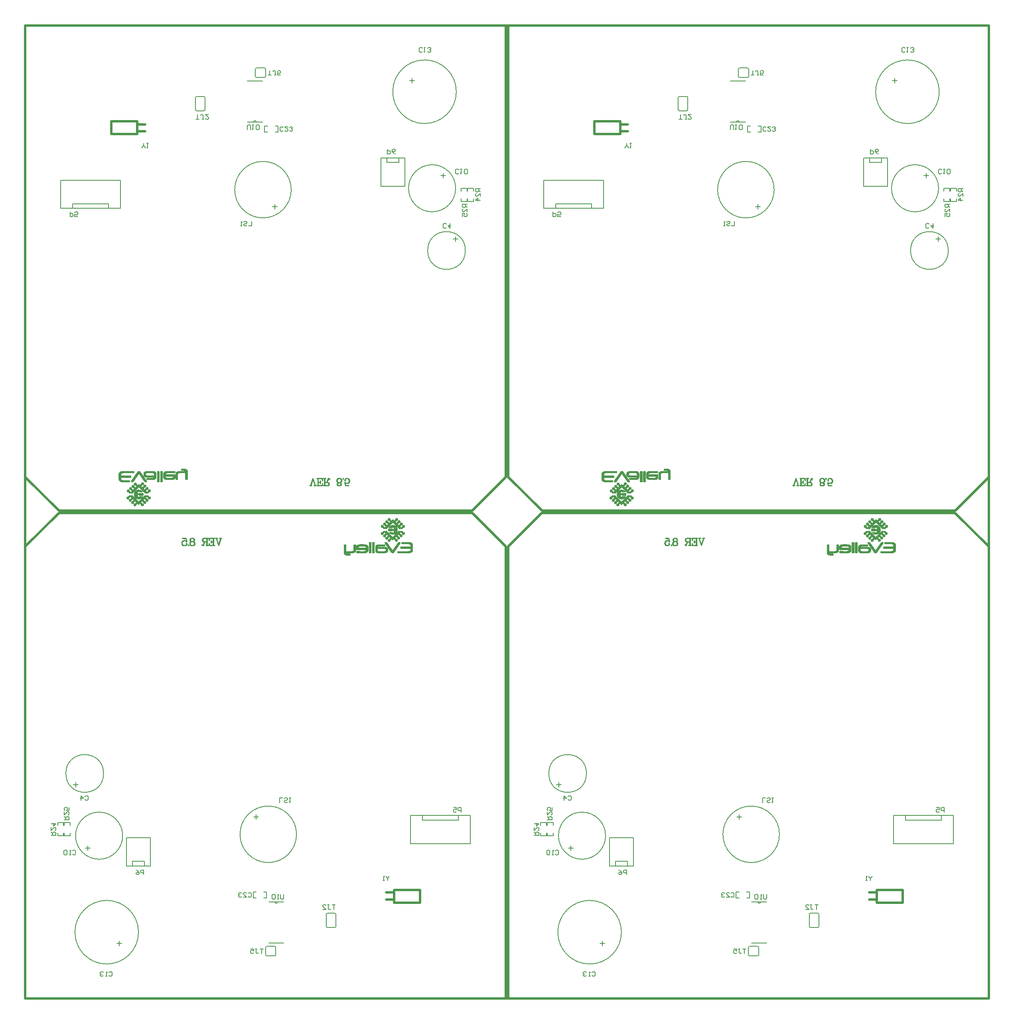
<source format=gbo>
G04*
G04 #@! TF.GenerationSoftware,Altium Limited,Altium Designer,20.0.14 (345)*
G04*
G04 Layer_Color=32896*
%FSLAX44Y44*%
%MOMM*%
G71*
G01*
G75*
%ADD40C,0.5000*%
%ADD47C,0.2000*%
%ADD52C,0.2540*%
%ADD85C,0.2032*%
%ADD87C,0.1270*%
%ADD90C,0.0127*%
%ADD151C,0.1524*%
D40*
X765861Y210170D02*
X782511D01*
X782511Y203270D02*
X837611Y203270D01*
Y230470D01*
X782511D02*
X837611D01*
X782511Y203270D02*
Y230470D01*
X765861Y224820D02*
X782111Y224820D01*
X1790862Y210170D02*
X1807512D01*
X1807512Y203270D02*
X1862612Y203270D01*
Y230470D01*
X1807512D02*
X1862612D01*
X1807512Y203270D02*
Y230470D01*
X1790862Y224820D02*
X1807112Y224820D01*
X1279139Y1854830D02*
X1262489D01*
X1262489Y1861730D02*
X1207389Y1861730D01*
Y1834530D01*
X1262489D02*
X1207389D01*
X1262489Y1861730D02*
Y1834530D01*
X1279139Y1840180D02*
X1262889Y1840180D01*
X254138Y1854830D02*
X237488D01*
X237488Y1861730D02*
X182388Y1861730D01*
Y1834530D01*
X237488D02*
X182388D01*
X237488Y1861730D02*
Y1834530D01*
X254138Y1840180D02*
X237888Y1840180D01*
X0Y0D02*
X2045000D01*
Y2065000D01*
X0D02*
X2045000D01*
X0Y0D02*
Y2065000D01*
X1Y-0D02*
X1020001D01*
Y957500D01*
X948501Y1030000D02*
X1020001Y958850D01*
X71151Y1030000D02*
X948501D01*
X1Y958850D02*
X71151Y1030000D01*
X1Y-0D02*
Y958850D01*
X1025002Y-0D02*
X2045002D01*
Y957500D01*
X1973502Y1030000D02*
X2045002Y958850D01*
X1096152Y1030000D02*
X1973502D01*
X1025002Y958850D02*
X1096152Y1030000D01*
X1025002Y-0D02*
Y958850D01*
X2044999Y2065000D02*
X1024999D01*
Y1107500D01*
X1096499Y1035000D02*
X1024999Y1106150D01*
X1973849Y1035000D02*
X1096499D01*
X2044999Y1106150D02*
X1973849Y1035000D01*
X2044999Y2065000D02*
Y1106150D01*
X1019998Y2065000D02*
X-2D01*
Y1107500D01*
X71498Y1035000D02*
X-2Y1106150D01*
X948848Y1035000D02*
X71498D01*
X1019998Y1106150D02*
X948848Y1035000D01*
X1019998Y2065000D02*
Y1106150D01*
D47*
X166031Y477520D02*
G03*
X166031Y477520I-40000J0D01*
G01*
X206611Y345440D02*
G03*
X206611Y345440I-50000J0D01*
G01*
X240221Y140570D02*
G03*
X240221Y140570I-67500J0D01*
G01*
X575621Y348380D02*
G03*
X575621Y348380I-60000J0D01*
G01*
X509906Y92710D02*
Y107950D01*
X531623Y92710D02*
Y107950D01*
X102201Y453390D02*
X112361D01*
X107281Y448310D02*
Y458470D01*
X127801Y318770D02*
X137961D01*
X132881Y313690D02*
Y323850D01*
X194311Y116840D02*
X204471D01*
X199391Y111760D02*
Y121920D01*
X843281Y378460D02*
Y388220D01*
Y378460D02*
X919481D01*
Y388220D01*
X817881D02*
X817881Y328220D01*
X944881D01*
X817881Y388220D02*
X944881Y388220D01*
X944881Y328220D02*
X944881Y388220D01*
X490221Y379730D02*
Y389890D01*
X485141Y384810D02*
X495301D01*
X252731Y281070D02*
Y290830D01*
X227331D02*
X252731D01*
X227331Y281070D02*
Y290830D01*
X265431Y281070D02*
Y341070D01*
X214631D02*
X265431D01*
X214631Y281070D02*
X265431D01*
X214631D02*
Y341070D01*
X504820Y105328D02*
X498155D01*
X501488D01*
Y95331D01*
X488159Y105328D02*
X491491D01*
X489825D01*
Y96998D01*
X491491Y95331D01*
X493157D01*
X494823Y96998D01*
X478162Y105328D02*
X484826D01*
Y100330D01*
X481494Y101996D01*
X479828D01*
X478162Y100330D01*
Y96998D01*
X479828Y95331D01*
X483160D01*
X484826Y96998D01*
X548437Y220898D02*
Y212568D01*
X546771Y210901D01*
X543438D01*
X541772Y212568D01*
Y220898D01*
X538440Y210901D02*
X535108D01*
X536774D01*
Y220898D01*
X538440Y219232D01*
X530109D02*
X528443Y220898D01*
X525111D01*
X523445Y219232D01*
Y212568D01*
X525111Y210901D01*
X528443D01*
X530109Y212568D01*
Y219232D01*
X472755Y223042D02*
X474422Y224708D01*
X477754D01*
X479420Y223042D01*
Y216378D01*
X477754Y214711D01*
X474422D01*
X472755Y216378D01*
X462759Y214711D02*
X469423D01*
X462759Y221376D01*
Y223042D01*
X464425Y224708D01*
X467757D01*
X469423Y223042D01*
X459426D02*
X457760Y224708D01*
X454428D01*
X452762Y223042D01*
Y221376D01*
X454428Y219710D01*
X456094D01*
X454428D01*
X452762Y218044D01*
Y216378D01*
X454428Y214711D01*
X457760D01*
X459426Y216378D01*
X82633Y379101D02*
X92629D01*
Y384099D01*
X90963Y385765D01*
X87631D01*
X85965Y384099D01*
Y379101D01*
Y382433D02*
X82633Y385765D01*
Y395762D02*
Y389098D01*
X89297Y395762D01*
X90963D01*
X92629Y394096D01*
Y390764D01*
X90963Y389098D01*
X92629Y405759D02*
Y399094D01*
X87631D01*
X89297Y402427D01*
Y404093D01*
X87631Y405759D01*
X84299D01*
X82633Y404093D01*
Y400760D01*
X84299Y399094D01*
X54693Y346081D02*
X64689D01*
Y351079D01*
X63023Y352745D01*
X59691D01*
X58025Y351079D01*
Y346081D01*
Y349413D02*
X54693Y352745D01*
Y362742D02*
Y356078D01*
X61357Y362742D01*
X63023D01*
X64689Y361076D01*
Y357744D01*
X63023Y356078D01*
X54693Y371073D02*
X64689D01*
X59691Y366074D01*
Y372739D01*
X657861Y198719D02*
X651196D01*
X654528D01*
Y188722D01*
X641199Y198719D02*
X644532D01*
X642866D01*
Y190388D01*
X644532Y188722D01*
X646198D01*
X647864Y190388D01*
X631203Y188722D02*
X637867D01*
X631203Y195387D01*
Y197053D01*
X632869Y198719D01*
X636201D01*
X637867Y197053D01*
X177486Y55321D02*
X179153Y56987D01*
X182485D01*
X184151Y55321D01*
Y48656D01*
X182485Y46990D01*
X179153D01*
X177486Y48656D01*
X174154Y46990D02*
X170822D01*
X172488D01*
Y56987D01*
X174154Y55321D01*
X165823D02*
X164157Y56987D01*
X160825D01*
X159159Y55321D01*
Y53654D01*
X160825Y51988D01*
X162491D01*
X160825D01*
X159159Y50322D01*
Y48656D01*
X160825Y46990D01*
X164157D01*
X165823Y48656D01*
X925141Y395550D02*
Y405547D01*
X920143D01*
X918476Y403880D01*
Y400548D01*
X920143Y398882D01*
X925141D01*
X908480Y405547D02*
X915144D01*
Y400548D01*
X911812Y402214D01*
X910146D01*
X908480Y400548D01*
Y397216D01*
X910146Y395550D01*
X913478D01*
X915144Y397216D01*
X772161Y260187D02*
Y258521D01*
X768829Y255188D01*
X765496Y258521D01*
Y260187D01*
X768829Y255188D02*
Y250190D01*
X762164D02*
X758832D01*
X760498D01*
Y260187D01*
X762164Y258521D01*
X100016Y313130D02*
X101683Y314797D01*
X105015D01*
X106681Y313130D01*
Y306466D01*
X105015Y304800D01*
X101683D01*
X100016Y306466D01*
X96684Y304800D02*
X93352D01*
X95018D01*
Y314797D01*
X96684Y313130D01*
X88354D02*
X86687Y314797D01*
X83355D01*
X81689Y313130D01*
Y306466D01*
X83355Y304800D01*
X86687D01*
X88354Y306466D01*
Y313130D01*
X539751Y415453D02*
Y425450D01*
X546415D01*
X556412Y417119D02*
X554746Y415453D01*
X551414D01*
X549748Y417119D01*
Y418785D01*
X551414Y420451D01*
X554746D01*
X556412Y422118D01*
Y423784D01*
X554746Y425450D01*
X551414D01*
X549748Y423784D01*
X559744Y425450D02*
X563077D01*
X561411D01*
Y415453D01*
X559744Y417119D01*
X126686Y428700D02*
X128352Y430367D01*
X131685D01*
X133351Y428700D01*
Y422036D01*
X131685Y420370D01*
X128352D01*
X126686Y422036D01*
X118356Y420370D02*
Y430367D01*
X123354Y425368D01*
X116690D01*
X251461Y262890D02*
Y272887D01*
X246462D01*
X244796Y271220D01*
Y267888D01*
X246462Y266222D01*
X251461D01*
X234800Y272887D02*
X238132Y271220D01*
X241464Y267888D01*
Y264556D01*
X239798Y262890D01*
X236466D01*
X234800Y264556D01*
Y266222D01*
X236466Y267888D01*
X241464D01*
X1191032Y477520D02*
G03*
X1191032Y477520I-40000J0D01*
G01*
X1231612Y345440D02*
G03*
X1231612Y345440I-50000J0D01*
G01*
X1265222Y140570D02*
G03*
X1265222Y140570I-67500J0D01*
G01*
X1600622Y348380D02*
G03*
X1600622Y348380I-60000J0D01*
G01*
X1534907Y92710D02*
Y107950D01*
X1556624Y92710D02*
Y107950D01*
X1127202Y453390D02*
X1137362D01*
X1132282Y448310D02*
Y458470D01*
X1152802Y318770D02*
X1162962D01*
X1157882Y313690D02*
Y323850D01*
X1219312Y116840D02*
X1229472D01*
X1224392Y111760D02*
Y121920D01*
X1868282Y378460D02*
Y388220D01*
Y378460D02*
X1944482D01*
Y388220D01*
X1842882D02*
X1842882Y328220D01*
X1969882D01*
X1842882Y388220D02*
X1969882Y388220D01*
X1969882Y328220D02*
X1969882Y388220D01*
X1515222Y379730D02*
Y389890D01*
X1510142Y384810D02*
X1520302D01*
X1277732Y281070D02*
Y290830D01*
X1252332D02*
X1277732D01*
X1252332Y281070D02*
Y290830D01*
X1290432Y281070D02*
Y341070D01*
X1239632D02*
X1290432D01*
X1239632Y281070D02*
X1290432D01*
X1239632D02*
Y341070D01*
X1529821Y105328D02*
X1523156D01*
X1526489D01*
Y95331D01*
X1513160Y105328D02*
X1516492D01*
X1514826D01*
Y96998D01*
X1516492Y95331D01*
X1518158D01*
X1519824Y96998D01*
X1503163Y105328D02*
X1509827D01*
Y100330D01*
X1506495Y101996D01*
X1504829D01*
X1503163Y100330D01*
Y96998D01*
X1504829Y95331D01*
X1508161D01*
X1509827Y96998D01*
X1573438Y220898D02*
Y212568D01*
X1571772Y210901D01*
X1568439D01*
X1566773Y212568D01*
Y220898D01*
X1563441Y210901D02*
X1560109D01*
X1561775D01*
Y220898D01*
X1563441Y219232D01*
X1555110D02*
X1553444Y220898D01*
X1550112D01*
X1548446Y219232D01*
Y212568D01*
X1550112Y210901D01*
X1553444D01*
X1555110Y212568D01*
Y219232D01*
X1497756Y223042D02*
X1499422Y224708D01*
X1502755D01*
X1504421Y223042D01*
Y216378D01*
X1502755Y214711D01*
X1499422D01*
X1497756Y216378D01*
X1487760Y214711D02*
X1494424D01*
X1487760Y221376D01*
Y223042D01*
X1489426Y224708D01*
X1492758D01*
X1494424Y223042D01*
X1484427D02*
X1482761Y224708D01*
X1479429D01*
X1477763Y223042D01*
Y221376D01*
X1479429Y219710D01*
X1481095D01*
X1479429D01*
X1477763Y218044D01*
Y216378D01*
X1479429Y214711D01*
X1482761D01*
X1484427Y216378D01*
X1107633Y379101D02*
X1117630D01*
Y384099D01*
X1115964Y385765D01*
X1112632D01*
X1110966Y384099D01*
Y379101D01*
Y382433D02*
X1107633Y385765D01*
Y395762D02*
Y389098D01*
X1114298Y395762D01*
X1115964D01*
X1117630Y394096D01*
Y390764D01*
X1115964Y389098D01*
X1117630Y405759D02*
Y399094D01*
X1112632D01*
X1114298Y402427D01*
Y404093D01*
X1112632Y405759D01*
X1109300D01*
X1107633Y404093D01*
Y400760D01*
X1109300Y399094D01*
X1079693Y346081D02*
X1089690D01*
Y351079D01*
X1088024Y352745D01*
X1084692D01*
X1083026Y351079D01*
Y346081D01*
Y349413D02*
X1079693Y352745D01*
Y362742D02*
Y356078D01*
X1086358Y362742D01*
X1088024D01*
X1089690Y361076D01*
Y357744D01*
X1088024Y356078D01*
X1079693Y371073D02*
X1089690D01*
X1084692Y366074D01*
Y372739D01*
X1682862Y198719D02*
X1676197D01*
X1679529D01*
Y188722D01*
X1666200Y198719D02*
X1669533D01*
X1667866D01*
Y190388D01*
X1669533Y188722D01*
X1671199D01*
X1672865Y190388D01*
X1656203Y188722D02*
X1662868D01*
X1656203Y195387D01*
Y197053D01*
X1657870Y198719D01*
X1661202D01*
X1662868Y197053D01*
X1202487Y55321D02*
X1204153Y56987D01*
X1207486D01*
X1209152Y55321D01*
Y48656D01*
X1207486Y46990D01*
X1204153D01*
X1202487Y48656D01*
X1199155Y46990D02*
X1195823D01*
X1197489D01*
Y56987D01*
X1199155Y55321D01*
X1190824D02*
X1189158Y56987D01*
X1185826D01*
X1184160Y55321D01*
Y53654D01*
X1185826Y51988D01*
X1187492D01*
X1185826D01*
X1184160Y50322D01*
Y48656D01*
X1185826Y46990D01*
X1189158D01*
X1190824Y48656D01*
X1950142Y395550D02*
Y405547D01*
X1945143D01*
X1943477Y403880D01*
Y400548D01*
X1945143Y398882D01*
X1950142D01*
X1933481Y405547D02*
X1940145D01*
Y400548D01*
X1936813Y402214D01*
X1935147D01*
X1933481Y400548D01*
Y397216D01*
X1935147Y395550D01*
X1938479D01*
X1940145Y397216D01*
X1797162Y260187D02*
Y258521D01*
X1793830Y255188D01*
X1790497Y258521D01*
Y260187D01*
X1793830Y255188D02*
Y250190D01*
X1787165D02*
X1783833D01*
X1785499D01*
Y260187D01*
X1787165Y258521D01*
X1125017Y313130D02*
X1126683Y314797D01*
X1130016D01*
X1131682Y313130D01*
Y306466D01*
X1130016Y304800D01*
X1126683D01*
X1125017Y306466D01*
X1121685Y304800D02*
X1118353D01*
X1120019D01*
Y314797D01*
X1121685Y313130D01*
X1113354D02*
X1111688Y314797D01*
X1108356D01*
X1106690Y313130D01*
Y306466D01*
X1108356Y304800D01*
X1111688D01*
X1113354Y306466D01*
Y313130D01*
X1564752Y415453D02*
Y425450D01*
X1571416D01*
X1581413Y417119D02*
X1579747Y415453D01*
X1576415D01*
X1574749Y417119D01*
Y418785D01*
X1576415Y420451D01*
X1579747D01*
X1581413Y422118D01*
Y423784D01*
X1579747Y425450D01*
X1576415D01*
X1574749Y423784D01*
X1584745Y425450D02*
X1588078D01*
X1586411D01*
Y415453D01*
X1584745Y417119D01*
X1151687Y428700D02*
X1153353Y430367D01*
X1156686D01*
X1158352Y428700D01*
Y422036D01*
X1156686Y420370D01*
X1153353D01*
X1151687Y422036D01*
X1143357Y420370D02*
Y430367D01*
X1148355Y425368D01*
X1141691D01*
X1276462Y262890D02*
Y272887D01*
X1271463D01*
X1269797Y271220D01*
Y267888D01*
X1271463Y266222D01*
X1276462D01*
X1259801Y272887D02*
X1263133Y271220D01*
X1266465Y267888D01*
Y264556D01*
X1264799Y262890D01*
X1261467D01*
X1259801Y264556D01*
Y266222D01*
X1261467Y267888D01*
X1266465D01*
X1878969Y1587480D02*
G03*
X1878969Y1587480I40000J0D01*
G01*
X1838389Y1719560D02*
G03*
X1838389Y1719560I50000J0D01*
G01*
X1804779Y1924430D02*
G03*
X1804779Y1924430I67500J0D01*
G01*
X1469379Y1716620D02*
G03*
X1469379Y1716620I60000J0D01*
G01*
X1535094Y1972290D02*
Y1957050D01*
X1513377Y1972290D02*
Y1957050D01*
X1942799Y1611610D02*
X1932639D01*
X1937719Y1616690D02*
Y1606530D01*
X1917199Y1746230D02*
X1907039D01*
X1912119Y1751310D02*
Y1741150D01*
X1850689Y1948160D02*
X1840529D01*
X1845609Y1953240D02*
Y1943080D01*
X1201719Y1686540D02*
Y1676780D01*
Y1686540D02*
X1125519D01*
Y1676780D01*
X1227119D02*
X1227119Y1736780D01*
X1100119D01*
X1227119Y1676780D02*
X1100119Y1676780D01*
X1100119Y1736780D02*
X1100119Y1676780D01*
X1554779Y1685270D02*
Y1675110D01*
X1559859Y1680190D02*
X1549699D01*
X1792269Y1783930D02*
Y1774170D01*
X1817669D02*
X1792269D01*
X1817669Y1783930D02*
Y1774170D01*
X1779569Y1783930D02*
Y1723930D01*
X1830369D02*
X1779569D01*
X1830369Y1783930D02*
X1779569D01*
X1830369D02*
Y1723930D01*
X1540180Y1959672D02*
X1546845D01*
X1543512D01*
Y1969669D01*
X1556841Y1959672D02*
X1553509D01*
X1555175D01*
Y1968002D01*
X1553509Y1969669D01*
X1551843D01*
X1550177Y1968002D01*
X1566838Y1959672D02*
X1560174D01*
Y1964670D01*
X1563506Y1963004D01*
X1565172D01*
X1566838Y1964670D01*
Y1968002D01*
X1565172Y1969669D01*
X1561840D01*
X1560174Y1968002D01*
X1496563Y1844102D02*
Y1852432D01*
X1498229Y1854099D01*
X1501561D01*
X1503228Y1852432D01*
Y1844102D01*
X1506560Y1854099D02*
X1509892D01*
X1508226D01*
Y1844102D01*
X1506560Y1845768D01*
X1514890D02*
X1516557Y1844102D01*
X1519889D01*
X1521555Y1845768D01*
Y1852432D01*
X1519889Y1854099D01*
X1516557D01*
X1514890Y1852432D01*
Y1845768D01*
X1572245Y1841958D02*
X1570578Y1840292D01*
X1567246D01*
X1565580Y1841958D01*
Y1848622D01*
X1567246Y1850289D01*
X1570578D01*
X1572245Y1848622D01*
X1582241Y1850289D02*
X1575577D01*
X1582241Y1843624D01*
Y1841958D01*
X1580575Y1840292D01*
X1577243D01*
X1575577Y1841958D01*
X1585574D02*
X1587240Y1840292D01*
X1590572D01*
X1592238Y1841958D01*
Y1843624D01*
X1590572Y1845290D01*
X1588906D01*
X1590572D01*
X1592238Y1846956D01*
Y1848622D01*
X1590572Y1850289D01*
X1587240D01*
X1585574Y1848622D01*
X1962368Y1685899D02*
X1952371D01*
Y1680901D01*
X1954037Y1679235D01*
X1957369D01*
X1959035Y1680901D01*
Y1685899D01*
Y1682567D02*
X1962368Y1679235D01*
Y1669238D02*
Y1675902D01*
X1955703Y1669238D01*
X1954037D01*
X1952371Y1670904D01*
Y1674236D01*
X1954037Y1675902D01*
X1952371Y1659241D02*
Y1665906D01*
X1957369D01*
X1955703Y1662573D01*
Y1660907D01*
X1957369Y1659241D01*
X1960701D01*
X1962368Y1660907D01*
Y1664240D01*
X1960701Y1665906D01*
X1990307Y1718919D02*
X1980311D01*
Y1713921D01*
X1981977Y1712255D01*
X1985309D01*
X1986975Y1713921D01*
Y1718919D01*
Y1715587D02*
X1990307Y1712255D01*
Y1702258D02*
Y1708922D01*
X1983643Y1702258D01*
X1981977D01*
X1980311Y1703924D01*
Y1707256D01*
X1981977Y1708922D01*
X1990307Y1693927D02*
X1980311D01*
X1985309Y1698926D01*
Y1692261D01*
X1387139Y1866281D02*
X1393804D01*
X1390472D01*
Y1876278D01*
X1403801Y1866281D02*
X1400468D01*
X1402135D01*
Y1874612D01*
X1400468Y1876278D01*
X1398802D01*
X1397136Y1874612D01*
X1413797Y1876278D02*
X1407133D01*
X1413797Y1869613D01*
Y1867947D01*
X1412131Y1866281D01*
X1408799D01*
X1407133Y1867947D01*
X1867514Y2009680D02*
X1865847Y2008013D01*
X1862515D01*
X1860849Y2009680D01*
Y2016344D01*
X1862515Y2018010D01*
X1865847D01*
X1867514Y2016344D01*
X1870846Y2018010D02*
X1874178D01*
X1872512D01*
Y2008013D01*
X1870846Y2009680D01*
X1879176D02*
X1880843Y2008013D01*
X1884175D01*
X1885841Y2009680D01*
Y2011346D01*
X1884175Y2013012D01*
X1882509D01*
X1884175D01*
X1885841Y2014678D01*
Y2016344D01*
X1884175Y2018010D01*
X1880843D01*
X1879176Y2016344D01*
X1119859Y1669450D02*
Y1659453D01*
X1124857D01*
X1126524Y1661120D01*
Y1664452D01*
X1124857Y1666118D01*
X1119859D01*
X1136520Y1659453D02*
X1129856D01*
Y1664452D01*
X1133188Y1662786D01*
X1134854D01*
X1136520Y1664452D01*
Y1667784D01*
X1134854Y1669450D01*
X1131522D01*
X1129856Y1667784D01*
X1272839Y1804813D02*
Y1806479D01*
X1276171Y1809812D01*
X1279504Y1806479D01*
Y1804813D01*
X1276171Y1809812D02*
Y1814810D01*
X1282836D02*
X1286168D01*
X1284502D01*
Y1804813D01*
X1282836Y1806479D01*
X1944984Y1751870D02*
X1943318Y1750203D01*
X1939985D01*
X1938319Y1751870D01*
Y1758534D01*
X1939985Y1760200D01*
X1943318D01*
X1944984Y1758534D01*
X1948316Y1760200D02*
X1951648D01*
X1949982D01*
Y1750203D01*
X1948316Y1751870D01*
X1956647D02*
X1958313Y1750203D01*
X1961645D01*
X1963311Y1751870D01*
Y1758534D01*
X1961645Y1760200D01*
X1958313D01*
X1956647Y1758534D01*
Y1751870D01*
X1505249Y1649547D02*
Y1639550D01*
X1498585D01*
X1488588Y1647881D02*
X1490254Y1649547D01*
X1493586D01*
X1495252Y1647881D01*
Y1646215D01*
X1493586Y1644549D01*
X1490254D01*
X1488588Y1642882D01*
Y1641216D01*
X1490254Y1639550D01*
X1493586D01*
X1495252Y1641216D01*
X1485255Y1639550D02*
X1481923D01*
X1483589D01*
Y1649547D01*
X1485255Y1647881D01*
X1918314Y1636299D02*
X1916647Y1634633D01*
X1913315D01*
X1911649Y1636299D01*
Y1642964D01*
X1913315Y1644630D01*
X1916647D01*
X1918314Y1642964D01*
X1926644Y1644630D02*
Y1634633D01*
X1921646Y1639632D01*
X1928310D01*
X1793539Y1802110D02*
Y1792113D01*
X1798537D01*
X1800204Y1793779D01*
Y1797112D01*
X1798537Y1798778D01*
X1793539D01*
X1810200Y1792113D02*
X1806868Y1793779D01*
X1803536Y1797112D01*
Y1800444D01*
X1805202Y1802110D01*
X1808534D01*
X1810200Y1800444D01*
Y1798778D01*
X1808534Y1797112D01*
X1803536D01*
X853968Y1587480D02*
G03*
X853968Y1587480I40000J0D01*
G01*
X813388Y1719560D02*
G03*
X813388Y1719560I50000J0D01*
G01*
X779778Y1924430D02*
G03*
X779778Y1924430I67500J0D01*
G01*
X444378Y1716620D02*
G03*
X444378Y1716620I60000J0D01*
G01*
X510093Y1972290D02*
Y1957050D01*
X488376Y1972290D02*
Y1957050D01*
X917798Y1611610D02*
X907638D01*
X912718Y1616690D02*
Y1606530D01*
X892198Y1746230D02*
X882038D01*
X887118Y1751310D02*
Y1741150D01*
X825688Y1948160D02*
X815528D01*
X820608Y1953240D02*
Y1943080D01*
X176718Y1686540D02*
Y1676780D01*
Y1686540D02*
X100518D01*
Y1676780D01*
X202118D02*
X202118Y1736780D01*
X75118D01*
X202118Y1676780D02*
X75118Y1676780D01*
X75118Y1736780D02*
X75118Y1676780D01*
X529778Y1685270D02*
Y1675110D01*
X534858Y1680190D02*
X524698D01*
X767268Y1783930D02*
Y1774170D01*
X792668D02*
X767268D01*
X792668Y1783930D02*
Y1774170D01*
X754568Y1783930D02*
Y1723930D01*
X805368D02*
X754568D01*
X805368Y1783930D02*
X754568D01*
X805368D02*
Y1723930D01*
X515179Y1959672D02*
X521844D01*
X518511D01*
Y1969669D01*
X531840Y1959672D02*
X528508D01*
X530174D01*
Y1968002D01*
X528508Y1969669D01*
X526842D01*
X525176Y1968002D01*
X541837Y1959672D02*
X535173D01*
Y1964670D01*
X538505Y1963004D01*
X540171D01*
X541837Y1964670D01*
Y1968002D01*
X540171Y1969669D01*
X536839D01*
X535173Y1968002D01*
X471562Y1844102D02*
Y1852432D01*
X473228Y1854099D01*
X476561D01*
X478227Y1852432D01*
Y1844102D01*
X481559Y1854099D02*
X484891D01*
X483225D01*
Y1844102D01*
X481559Y1845768D01*
X489890D02*
X491556Y1844102D01*
X494888D01*
X496554Y1845768D01*
Y1852432D01*
X494888Y1854099D01*
X491556D01*
X489890Y1852432D01*
Y1845768D01*
X547244Y1841958D02*
X545578Y1840292D01*
X542245D01*
X540579Y1841958D01*
Y1848622D01*
X542245Y1850289D01*
X545578D01*
X547244Y1848622D01*
X557240Y1850289D02*
X550576D01*
X557240Y1843624D01*
Y1841958D01*
X555574Y1840292D01*
X552242D01*
X550576Y1841958D01*
X560573D02*
X562239Y1840292D01*
X565571D01*
X567237Y1841958D01*
Y1843624D01*
X565571Y1845290D01*
X563905D01*
X565571D01*
X567237Y1846956D01*
Y1848622D01*
X565571Y1850289D01*
X562239D01*
X560573Y1848622D01*
X937367Y1685899D02*
X927370D01*
Y1680901D01*
X929036Y1679235D01*
X932368D01*
X934034Y1680901D01*
Y1685899D01*
Y1682567D02*
X937367Y1679235D01*
Y1669238D02*
Y1675902D01*
X930702Y1669238D01*
X929036D01*
X927370Y1670904D01*
Y1674236D01*
X929036Y1675902D01*
X927370Y1659241D02*
Y1665906D01*
X932368D01*
X930702Y1662573D01*
Y1660907D01*
X932368Y1659241D01*
X935700D01*
X937367Y1660907D01*
Y1664240D01*
X935700Y1665906D01*
X965307Y1718919D02*
X955310D01*
Y1713921D01*
X956976Y1712255D01*
X960308D01*
X961974Y1713921D01*
Y1718919D01*
Y1715587D02*
X965307Y1712255D01*
Y1702258D02*
Y1708922D01*
X958642Y1702258D01*
X956976D01*
X955310Y1703924D01*
Y1707256D01*
X956976Y1708922D01*
X965307Y1693927D02*
X955310D01*
X960308Y1698926D01*
Y1692261D01*
X362138Y1866281D02*
X368803D01*
X365471D01*
Y1876278D01*
X378800Y1866281D02*
X375467D01*
X377134D01*
Y1874612D01*
X375467Y1876278D01*
X373801D01*
X372135Y1874612D01*
X388797Y1876278D02*
X382132D01*
X388797Y1869613D01*
Y1867947D01*
X387130Y1866281D01*
X383798D01*
X382132Y1867947D01*
X842513Y2009680D02*
X840847Y2008013D01*
X837514D01*
X835848Y2009680D01*
Y2016344D01*
X837514Y2018010D01*
X840847D01*
X842513Y2016344D01*
X845845Y2018010D02*
X849177D01*
X847511D01*
Y2008013D01*
X845845Y2009680D01*
X854176D02*
X855842Y2008013D01*
X859174D01*
X860840Y2009680D01*
Y2011346D01*
X859174Y2013012D01*
X857508D01*
X859174D01*
X860840Y2014678D01*
Y2016344D01*
X859174Y2018010D01*
X855842D01*
X854176Y2016344D01*
X94858Y1669450D02*
Y1659453D01*
X99857D01*
X101523Y1661120D01*
Y1664452D01*
X99857Y1666118D01*
X94858D01*
X111519Y1659453D02*
X104855D01*
Y1664452D01*
X108187Y1662786D01*
X109853D01*
X111519Y1664452D01*
Y1667784D01*
X109853Y1669450D01*
X106521D01*
X104855Y1667784D01*
X247838Y1804813D02*
Y1806479D01*
X251170Y1809812D01*
X254503Y1806479D01*
Y1804813D01*
X251170Y1809812D02*
Y1814810D01*
X257835D02*
X261167D01*
X259501D01*
Y1804813D01*
X257835Y1806479D01*
X919983Y1751870D02*
X918317Y1750203D01*
X914984D01*
X913318Y1751870D01*
Y1758534D01*
X914984Y1760200D01*
X918317D01*
X919983Y1758534D01*
X923315Y1760200D02*
X926647D01*
X924981D01*
Y1750203D01*
X923315Y1751870D01*
X931646D02*
X933312Y1750203D01*
X936644D01*
X938310Y1751870D01*
Y1758534D01*
X936644Y1760200D01*
X933312D01*
X931646Y1758534D01*
Y1751870D01*
X480248Y1649547D02*
Y1639550D01*
X473584D01*
X463587Y1647881D02*
X465253Y1649547D01*
X468585D01*
X470251Y1647881D01*
Y1646215D01*
X468585Y1644549D01*
X465253D01*
X463587Y1642882D01*
Y1641216D01*
X465253Y1639550D01*
X468585D01*
X470251Y1641216D01*
X460255Y1639550D02*
X456922D01*
X458588D01*
Y1649547D01*
X460255Y1647881D01*
X893313Y1636299D02*
X891647Y1634633D01*
X888314D01*
X886648Y1636299D01*
Y1642964D01*
X888314Y1644630D01*
X891647D01*
X893313Y1642964D01*
X901643Y1644630D02*
Y1634633D01*
X896645Y1639632D01*
X903309D01*
X768538Y1802110D02*
Y1792113D01*
X773537D01*
X775203Y1793779D01*
Y1797112D01*
X773537Y1798778D01*
X768538D01*
X785200Y1792113D02*
X781867Y1793779D01*
X778535Y1797112D01*
Y1800444D01*
X780201Y1802110D01*
X783533D01*
X785200Y1800444D01*
Y1798778D01*
X783533Y1797112D01*
X778535D01*
D52*
X415110Y976627D02*
X410031Y961390D01*
X414384Y976627D02*
X410031Y963567D01*
X404952Y976627D02*
X410031Y961390D01*
X416561Y976627D02*
X412208D01*
X407854D02*
X403501D01*
X399365D02*
Y961390D01*
X398640Y976627D02*
Y961390D01*
X394286Y972274D02*
Y966469D01*
X401542Y976627D02*
X389933D01*
Y972274D01*
X390658Y976627D01*
X398640Y969371D02*
X394286D01*
X401542Y961390D02*
X389933D01*
Y965743D01*
X390658Y961390D01*
X385652Y976627D02*
Y961390D01*
X384927Y976627D02*
Y961390D01*
X387829Y976627D02*
X379122D01*
X376945Y975901D01*
X376220Y975176D01*
X375494Y973725D01*
Y972274D01*
X376220Y970822D01*
X376945Y970097D01*
X379122Y969371D01*
X384927D01*
X379122Y976627D02*
X377671Y975901D01*
X376945Y975176D01*
X376220Y973725D01*
Y972274D01*
X376945Y970822D01*
X377671Y970097D01*
X379122Y969371D01*
X387829Y961390D02*
X382750D01*
X381299Y969371D02*
X379848Y968646D01*
X379122Y967920D01*
X376945Y962841D01*
X376220Y962116D01*
X375494D01*
X374769Y962841D01*
X379848Y968646D02*
X379122Y967195D01*
X377671Y962116D01*
X376945Y961390D01*
X375494D01*
X374769Y962841D01*
Y963567D01*
X355469Y976627D02*
X357645Y975901D01*
X358371Y974450D01*
Y972274D01*
X357645Y970822D01*
X355469Y970097D01*
X352567D01*
X350390Y970822D01*
X349664Y972274D01*
Y974450D01*
X350390Y975901D01*
X352567Y976627D01*
X355469D01*
X356920Y975901D01*
X357645Y974450D01*
Y972274D01*
X356920Y970822D01*
X355469Y970097D01*
X352567D02*
X351115Y970822D01*
X350390Y972274D01*
Y974450D01*
X351115Y975901D01*
X352567Y976627D01*
X355469Y970097D02*
X357645Y969371D01*
X358371Y968646D01*
X359097Y967195D01*
Y964292D01*
X358371Y962841D01*
X357645Y962116D01*
X355469Y961390D01*
X352567D01*
X350390Y962116D01*
X349664Y962841D01*
X348939Y964292D01*
Y967195D01*
X349664Y968646D01*
X350390Y969371D01*
X352567Y970097D01*
X355469D02*
X356920Y969371D01*
X357645Y968646D01*
X358371Y967195D01*
Y964292D01*
X357645Y962841D01*
X356920Y962116D01*
X355469Y961390D01*
X352567D02*
X351115Y962116D01*
X350390Y962841D01*
X349664Y964292D01*
Y967195D01*
X350390Y968646D01*
X351115Y969371D01*
X352567Y970097D01*
X345964Y962841D02*
X346690Y962116D01*
X345964Y961390D01*
X345238Y962116D01*
X345964Y962841D01*
X340667Y976627D02*
X342119Y969371D01*
X340667Y970822D01*
X338491Y971548D01*
X336314D01*
X334137Y970822D01*
X332686Y969371D01*
X331961Y967195D01*
Y965743D01*
X332686Y963567D01*
X334137Y962116D01*
X336314Y961390D01*
X338491D01*
X340667Y962116D01*
X341393Y962841D01*
X342119Y964292D01*
Y965018D01*
X341393Y965743D01*
X340667Y965018D01*
X341393Y964292D01*
X336314Y971548D02*
X334863Y970822D01*
X333412Y969371D01*
X332686Y967195D01*
Y965743D01*
X333412Y963567D01*
X334863Y962116D01*
X336314Y961390D01*
X340667Y976627D02*
X333412D01*
X340667Y975901D02*
X337040D01*
X333412Y976627D01*
X1440111D02*
X1435032Y961390D01*
X1439385Y976627D02*
X1435032Y963567D01*
X1429953Y976627D02*
X1435032Y961390D01*
X1441562Y976627D02*
X1437209D01*
X1432855D02*
X1428502D01*
X1424366D02*
Y961390D01*
X1423640Y976627D02*
Y961390D01*
X1419287Y972274D02*
Y966469D01*
X1426543Y976627D02*
X1414934D01*
Y972274D01*
X1415659Y976627D01*
X1423640Y969371D02*
X1419287D01*
X1426543Y961390D02*
X1414934D01*
Y965743D01*
X1415659Y961390D01*
X1410653Y976627D02*
Y961390D01*
X1409928Y976627D02*
Y961390D01*
X1412830Y976627D02*
X1404123D01*
X1401946Y975901D01*
X1401221Y975176D01*
X1400495Y973725D01*
Y972274D01*
X1401221Y970822D01*
X1401946Y970097D01*
X1404123Y969371D01*
X1409928D01*
X1404123Y976627D02*
X1402672Y975901D01*
X1401946Y975176D01*
X1401221Y973725D01*
Y972274D01*
X1401946Y970822D01*
X1402672Y970097D01*
X1404123Y969371D01*
X1412830Y961390D02*
X1407751D01*
X1406300Y969371D02*
X1404849Y968646D01*
X1404123Y967920D01*
X1401946Y962841D01*
X1401221Y962116D01*
X1400495D01*
X1399770Y962841D01*
X1404849Y968646D02*
X1404123Y967195D01*
X1402672Y962116D01*
X1401946Y961390D01*
X1400495D01*
X1399770Y962841D01*
Y963567D01*
X1380470Y976627D02*
X1382646Y975901D01*
X1383372Y974450D01*
Y972274D01*
X1382646Y970822D01*
X1380470Y970097D01*
X1377568D01*
X1375391Y970822D01*
X1374665Y972274D01*
Y974450D01*
X1375391Y975901D01*
X1377568Y976627D01*
X1380470D01*
X1381921Y975901D01*
X1382646Y974450D01*
Y972274D01*
X1381921Y970822D01*
X1380470Y970097D01*
X1377568D02*
X1376116Y970822D01*
X1375391Y972274D01*
Y974450D01*
X1376116Y975901D01*
X1377568Y976627D01*
X1380470Y970097D02*
X1382646Y969371D01*
X1383372Y968646D01*
X1384098Y967195D01*
Y964292D01*
X1383372Y962841D01*
X1382646Y962116D01*
X1380470Y961390D01*
X1377568D01*
X1375391Y962116D01*
X1374665Y962841D01*
X1373940Y964292D01*
Y967195D01*
X1374665Y968646D01*
X1375391Y969371D01*
X1377568Y970097D01*
X1380470D02*
X1381921Y969371D01*
X1382646Y968646D01*
X1383372Y967195D01*
Y964292D01*
X1382646Y962841D01*
X1381921Y962116D01*
X1380470Y961390D01*
X1377568D02*
X1376116Y962116D01*
X1375391Y962841D01*
X1374665Y964292D01*
Y967195D01*
X1375391Y968646D01*
X1376116Y969371D01*
X1377568Y970097D01*
X1370965Y962841D02*
X1371691Y962116D01*
X1370965Y961390D01*
X1370239Y962116D01*
X1370965Y962841D01*
X1365668Y976627D02*
X1367119Y969371D01*
X1365668Y970822D01*
X1363492Y971548D01*
X1361315D01*
X1359138Y970822D01*
X1357687Y969371D01*
X1356962Y967195D01*
Y965743D01*
X1357687Y963567D01*
X1359138Y962116D01*
X1361315Y961390D01*
X1363492D01*
X1365668Y962116D01*
X1366394Y962841D01*
X1367119Y964292D01*
Y965018D01*
X1366394Y965743D01*
X1365668Y965018D01*
X1366394Y964292D01*
X1361315Y971548D02*
X1359864Y970822D01*
X1358413Y969371D01*
X1357687Y967195D01*
Y965743D01*
X1358413Y963567D01*
X1359864Y962116D01*
X1361315Y961390D01*
X1365668Y976627D02*
X1358413D01*
X1365668Y975901D02*
X1362041D01*
X1358413Y976627D01*
X1629890Y1088373D02*
X1634969Y1103610D01*
X1630616Y1088373D02*
X1634969Y1101433D01*
X1640048Y1088373D02*
X1634969Y1103610D01*
X1628439Y1088373D02*
X1632792D01*
X1637146D02*
X1641499D01*
X1645635D02*
Y1103610D01*
X1646360Y1088373D02*
Y1103610D01*
X1650714Y1092726D02*
Y1098531D01*
X1643458Y1088373D02*
X1655067D01*
Y1092726D01*
X1654341Y1088373D01*
X1646360Y1095629D02*
X1650714D01*
X1643458Y1103610D02*
X1655067D01*
Y1099257D01*
X1654341Y1103610D01*
X1659348Y1088373D02*
Y1103610D01*
X1660073Y1088373D02*
Y1103610D01*
X1657171Y1088373D02*
X1665878D01*
X1668055Y1089099D01*
X1668780Y1089824D01*
X1669506Y1091275D01*
Y1092726D01*
X1668780Y1094178D01*
X1668055Y1094903D01*
X1665878Y1095629D01*
X1660073D01*
X1665878Y1088373D02*
X1667329Y1089099D01*
X1668055Y1089824D01*
X1668780Y1091275D01*
Y1092726D01*
X1668055Y1094178D01*
X1667329Y1094903D01*
X1665878Y1095629D01*
X1657171Y1103610D02*
X1662250D01*
X1663701Y1095629D02*
X1665152Y1096354D01*
X1665878Y1097080D01*
X1668055Y1102159D01*
X1668780Y1102884D01*
X1669506D01*
X1670231Y1102159D01*
X1665152Y1096354D02*
X1665878Y1097805D01*
X1667329Y1102884D01*
X1668055Y1103610D01*
X1669506D01*
X1670231Y1102159D01*
Y1101433D01*
X1689531Y1088373D02*
X1687354Y1089099D01*
X1686629Y1090550D01*
Y1092726D01*
X1687354Y1094178D01*
X1689531Y1094903D01*
X1692433D01*
X1694610Y1094178D01*
X1695336Y1092726D01*
Y1090550D01*
X1694610Y1089099D01*
X1692433Y1088373D01*
X1689531D01*
X1688080Y1089099D01*
X1687354Y1090550D01*
Y1092726D01*
X1688080Y1094178D01*
X1689531Y1094903D01*
X1692433D02*
X1693884Y1094178D01*
X1694610Y1092726D01*
Y1090550D01*
X1693884Y1089099D01*
X1692433Y1088373D01*
X1689531Y1094903D02*
X1687354Y1095629D01*
X1686629Y1096354D01*
X1685903Y1097805D01*
Y1100708D01*
X1686629Y1102159D01*
X1687354Y1102884D01*
X1689531Y1103610D01*
X1692433D01*
X1694610Y1102884D01*
X1695336Y1102159D01*
X1696061Y1100708D01*
Y1097805D01*
X1695336Y1096354D01*
X1694610Y1095629D01*
X1692433Y1094903D01*
X1689531D02*
X1688080Y1095629D01*
X1687354Y1096354D01*
X1686629Y1097805D01*
Y1100708D01*
X1687354Y1102159D01*
X1688080Y1102884D01*
X1689531Y1103610D01*
X1692433D02*
X1693884Y1102884D01*
X1694610Y1102159D01*
X1695336Y1100708D01*
Y1097805D01*
X1694610Y1096354D01*
X1693884Y1095629D01*
X1692433Y1094903D01*
X1699036Y1102159D02*
X1698310Y1102884D01*
X1699036Y1103610D01*
X1699762Y1102884D01*
X1699036Y1102159D01*
X1704332Y1088373D02*
X1702881Y1095629D01*
X1704332Y1094178D01*
X1706509Y1093452D01*
X1708686D01*
X1710862Y1094178D01*
X1712314Y1095629D01*
X1713039Y1097805D01*
Y1099257D01*
X1712314Y1101433D01*
X1710862Y1102884D01*
X1708686Y1103610D01*
X1706509D01*
X1704332Y1102884D01*
X1703607Y1102159D01*
X1702881Y1100708D01*
Y1099982D01*
X1703607Y1099257D01*
X1704332Y1099982D01*
X1703607Y1100708D01*
X1708686Y1093452D02*
X1710137Y1094178D01*
X1711588Y1095629D01*
X1712314Y1097805D01*
Y1099257D01*
X1711588Y1101433D01*
X1710137Y1102884D01*
X1708686Y1103610D01*
X1704332Y1088373D02*
X1711588D01*
X1704332Y1089099D02*
X1707960D01*
X1711588Y1088373D01*
X604889D02*
X609968Y1103610D01*
X605615Y1088373D02*
X609968Y1101433D01*
X615047Y1088373D02*
X609968Y1103610D01*
X603438Y1088373D02*
X607791D01*
X612145D02*
X616498D01*
X620634D02*
Y1103610D01*
X621359Y1088373D02*
Y1103610D01*
X625713Y1092726D02*
Y1098531D01*
X618457Y1088373D02*
X630066D01*
Y1092726D01*
X629341Y1088373D01*
X621359Y1095629D02*
X625713D01*
X618457Y1103610D02*
X630066D01*
Y1099257D01*
X629341Y1103610D01*
X634347Y1088373D02*
Y1103610D01*
X635073Y1088373D02*
Y1103610D01*
X632170Y1088373D02*
X640877D01*
X643054Y1089099D01*
X643779Y1089824D01*
X644505Y1091275D01*
Y1092726D01*
X643779Y1094178D01*
X643054Y1094903D01*
X640877Y1095629D01*
X635073D01*
X640877Y1088373D02*
X642328Y1089099D01*
X643054Y1089824D01*
X643779Y1091275D01*
Y1092726D01*
X643054Y1094178D01*
X642328Y1094903D01*
X640877Y1095629D01*
X632170Y1103610D02*
X637249D01*
X638700Y1095629D02*
X640152Y1096354D01*
X640877Y1097080D01*
X643054Y1102159D01*
X643779Y1102884D01*
X644505D01*
X645230Y1102159D01*
X640152Y1096354D02*
X640877Y1097805D01*
X642328Y1102884D01*
X643054Y1103610D01*
X644505D01*
X645230Y1102159D01*
Y1101433D01*
X664530Y1088373D02*
X662354Y1089099D01*
X661628Y1090550D01*
Y1092726D01*
X662354Y1094178D01*
X664530Y1094903D01*
X667432D01*
X669609Y1094178D01*
X670335Y1092726D01*
Y1090550D01*
X669609Y1089099D01*
X667432Y1088373D01*
X664530D01*
X663079Y1089099D01*
X662354Y1090550D01*
Y1092726D01*
X663079Y1094178D01*
X664530Y1094903D01*
X667432D02*
X668884Y1094178D01*
X669609Y1092726D01*
Y1090550D01*
X668884Y1089099D01*
X667432Y1088373D01*
X664530Y1094903D02*
X662354Y1095629D01*
X661628Y1096354D01*
X660902Y1097805D01*
Y1100708D01*
X661628Y1102159D01*
X662354Y1102884D01*
X664530Y1103610D01*
X667432D01*
X669609Y1102884D01*
X670335Y1102159D01*
X671060Y1100708D01*
Y1097805D01*
X670335Y1096354D01*
X669609Y1095629D01*
X667432Y1094903D01*
X664530D02*
X663079Y1095629D01*
X662354Y1096354D01*
X661628Y1097805D01*
Y1100708D01*
X662354Y1102159D01*
X663079Y1102884D01*
X664530Y1103610D01*
X667432D02*
X668884Y1102884D01*
X669609Y1102159D01*
X670335Y1100708D01*
Y1097805D01*
X669609Y1096354D01*
X668884Y1095629D01*
X667432Y1094903D01*
X674035Y1102159D02*
X673309Y1102884D01*
X674035Y1103610D01*
X674761Y1102884D01*
X674035Y1102159D01*
X679332Y1088373D02*
X677880Y1095629D01*
X679332Y1094178D01*
X681508Y1093452D01*
X683685D01*
X685862Y1094178D01*
X687313Y1095629D01*
X688038Y1097805D01*
Y1099257D01*
X687313Y1101433D01*
X685862Y1102884D01*
X683685Y1103610D01*
X681508D01*
X679332Y1102884D01*
X678606Y1102159D01*
X677880Y1100708D01*
Y1099982D01*
X678606Y1099257D01*
X679332Y1099982D01*
X678606Y1100708D01*
X683685Y1093452D02*
X685136Y1094178D01*
X686587Y1095629D01*
X687313Y1097805D01*
Y1099257D01*
X686587Y1101433D01*
X685136Y1102884D01*
X683685Y1103610D01*
X679332Y1088373D02*
X686587D01*
X679332Y1089099D02*
X682959D01*
X686587Y1088373D01*
D85*
X531623Y107950D02*
G03*
X529083Y110490I-2540J0D01*
G01*
X512446D02*
G03*
X509906Y107950I0J-2540D01*
G01*
Y92710D02*
G03*
X512446Y90170I2540J0D01*
G01*
X529083D02*
G03*
X531623Y92710I0J2540D01*
G01*
X512446Y90170D02*
X529083D01*
X512446Y110490D02*
X529083D01*
X1556624Y107950D02*
G03*
X1554084Y110490I-2540J0D01*
G01*
X1537447D02*
G03*
X1534907Y107950I0J-2540D01*
G01*
Y92710D02*
G03*
X1537447Y90170I2540J0D01*
G01*
X1554084D02*
G03*
X1556624Y92710I0J2540D01*
G01*
X1537447Y90170D02*
X1554084D01*
X1537447Y110490D02*
X1554084D01*
X1513377Y1957050D02*
G03*
X1515917Y1954510I2540J0D01*
G01*
X1532554D02*
G03*
X1535094Y1957050I0J2540D01*
G01*
Y1972290D02*
G03*
X1532554Y1974830I-2540J0D01*
G01*
X1515917D02*
G03*
X1513377Y1972290I0J-2540D01*
G01*
X1532554Y1974830D02*
X1515917D01*
X1532554Y1954510D02*
X1515917D01*
X488376Y1957050D02*
G03*
X490916Y1954510I2540J0D01*
G01*
X507553D02*
G03*
X510093Y1957050I0J2540D01*
G01*
Y1972290D02*
G03*
X507553Y1974830I-2540J0D01*
G01*
X490916D02*
G03*
X488376Y1972290I0J-2540D01*
G01*
X507553Y1974830D02*
X490916D01*
X507553Y1954510D02*
X490916D01*
D87*
X505741Y225960D02*
X512041D01*
X505841Y213460D02*
X512041D01*
Y225960D01*
X483641Y213460D02*
X489841D01*
X483641D02*
Y225960D01*
X489841D01*
X68681Y367310D02*
Y373610D01*
X81181Y367410D02*
Y373610D01*
X68681D02*
X81181D01*
Y345210D02*
Y351410D01*
X68681Y345210D02*
X81181D01*
X68681D02*
Y351410D01*
X82651Y367310D02*
Y373610D01*
X95151Y367410D02*
Y373610D01*
X82651D02*
X95151D01*
Y345210D02*
Y351410D01*
X82651Y345210D02*
X95151D01*
X82651D02*
Y351410D01*
X1530742Y225960D02*
X1537042D01*
X1530842Y213460D02*
X1537042D01*
Y225960D01*
X1508642Y213460D02*
X1514842D01*
X1508642D02*
Y225960D01*
X1514842D01*
X1093682Y367310D02*
Y373610D01*
X1106182Y367410D02*
Y373610D01*
X1093682D02*
X1106182D01*
Y345210D02*
Y351410D01*
X1093682Y345210D02*
X1106182D01*
X1093682D02*
Y351410D01*
X1107652Y367310D02*
Y373610D01*
X1120152Y367410D02*
Y373610D01*
X1107652D02*
X1120152D01*
Y345210D02*
Y351410D01*
X1107652Y345210D02*
X1120152D01*
X1107652D02*
Y351410D01*
X1539259Y1839040D02*
X1532959D01*
X1539159Y1851540D02*
X1532959D01*
Y1839040D01*
X1561359Y1851540D02*
X1555159D01*
X1561359D02*
Y1839040D01*
X1555159D01*
X1976319Y1697690D02*
Y1691390D01*
X1963819Y1697590D02*
Y1691390D01*
X1976319D02*
X1963819D01*
Y1719790D02*
Y1713590D01*
X1976319Y1719790D02*
X1963819D01*
X1976319D02*
Y1713590D01*
X1962349Y1697690D02*
Y1691390D01*
X1949849Y1697590D02*
Y1691390D01*
X1962349D02*
X1949849D01*
Y1719790D02*
Y1713590D01*
X1962349Y1719790D02*
X1949849D01*
X1962349D02*
Y1713590D01*
X514258Y1839040D02*
X507958D01*
X514158Y1851540D02*
X507958D01*
Y1839040D01*
X536358Y1851540D02*
X530158D01*
X536358D02*
Y1839040D01*
X530158D01*
X951318Y1697690D02*
Y1691390D01*
X938818Y1697590D02*
Y1691390D01*
X951318D02*
X938818D01*
Y1719790D02*
Y1713590D01*
X951318Y1719790D02*
X938818D01*
X951318D02*
Y1713590D01*
X937348Y1697690D02*
Y1691390D01*
X924848Y1697590D02*
Y1691390D01*
X937348D02*
X924848D01*
Y1719790D02*
Y1713590D01*
X937348Y1719790D02*
X924848D01*
X937348D02*
Y1713590D01*
D90*
X821818Y952373D02*
X821945D01*
X817373D02*
X821691D01*
X817119D02*
X817246D01*
X821818Y952246D02*
X821945D01*
X817373D02*
X821691D01*
X817119D02*
X817246D01*
X821818Y952119D02*
X821945D01*
X817373D02*
X821691D01*
X817119D02*
X817246D01*
X821818Y951992D02*
X821945D01*
X817373D02*
X821691D01*
X817119D02*
X817246D01*
X821818Y951865D02*
X821945D01*
X817373D02*
X821691D01*
X817119D02*
X817246D01*
X821818Y951738D02*
X821945D01*
X817373D02*
X821691D01*
X817119D02*
X817246D01*
X821818Y951611D02*
X821945D01*
X817373D02*
X821691D01*
X817119D02*
X817246D01*
X821818Y951484D02*
X821945D01*
X817373D02*
X821691D01*
X817119D02*
X817246D01*
X821818Y951357D02*
X821945D01*
X817373D02*
X821691D01*
X817119D02*
X817246D01*
X821818Y951230D02*
X821945D01*
X817373D02*
X821691D01*
X817119D02*
X817246D01*
X821818Y951103D02*
X821945D01*
X817119D02*
X821691D01*
X821818Y950976D02*
X821945D01*
X817373D02*
X821691D01*
X817119D02*
X817246D01*
X821818Y950849D02*
X821945D01*
X816992D02*
X821691D01*
X817246Y950722D02*
X821945D01*
X816992D02*
X817119D01*
X821691Y950595D02*
X821818D01*
X817119D02*
X821564D01*
X816865D02*
X816992D01*
Y950468D02*
X821818D01*
X816611D02*
X816865D01*
X821691Y950341D02*
X821818D01*
X816865D02*
X821564D01*
X816484D02*
X816611D01*
Y950214D02*
X821691D01*
X816357D02*
X816484D01*
X821564Y950087D02*
X821691D01*
X816484D02*
X821437D01*
X815976D02*
X816103D01*
X821564Y949960D02*
X821691D01*
X816230D02*
X821437D01*
X815595D02*
X815976D01*
Y949833D02*
X821310D01*
X815214D02*
X815595D01*
Y949706D02*
X821564D01*
X814198D02*
X814833D01*
Y949579D02*
X821437D01*
X812928D02*
X814198D01*
X821310Y949452D02*
X821437D01*
X814198D02*
X821183D01*
Y949325D02*
X821310D01*
X812928D02*
X821056D01*
Y949071D02*
X821183D01*
X820929Y948817D02*
X821056D01*
X820802Y948690D02*
X820929D01*
X820675Y948563D02*
X820802D01*
X820548Y948436D02*
X820802D01*
X820421Y948309D02*
X820675D01*
X820167Y948055D02*
X820294D01*
X820040Y947928D02*
X820167D01*
X819913Y947801D02*
X820040D01*
X819659Y947674D02*
X819786D01*
X819532Y947547D02*
X819786D01*
X819405Y947420D02*
X819532D01*
X819024Y947293D02*
X819278D01*
X818897Y947166D02*
X819024D01*
X818770Y947039D02*
X818897D01*
X818389Y946912D02*
X818516D01*
X818135Y946785D02*
X818389D01*
X817881Y946658D02*
X818135D01*
X817373Y946531D02*
X817627D01*
X817119Y946404D02*
X817373D01*
X816738Y946277D02*
X817119D01*
X816103Y946150D02*
X816484D01*
X815595Y946023D02*
X816103D01*
X814960Y945896D02*
X815595D01*
X812928Y945769D02*
X814452D01*
X814071Y968629D02*
X814833D01*
Y968502D02*
X815595D01*
X815976Y968375D02*
X816357D01*
Y968248D02*
X816738D01*
Y968121D02*
X817119D01*
X817373Y967994D02*
X817627D01*
Y967867D02*
X817881D01*
Y967740D02*
X818135D01*
X818262Y967613D02*
X818516D01*
Y967486D02*
X818643D01*
Y967359D02*
X818897D01*
X819024Y967232D02*
X819151D01*
Y967105D02*
X819278D01*
Y966978D02*
X819405D01*
Y966851D02*
X819659D01*
Y966724D02*
X819786D01*
Y966597D02*
X820040D01*
X819913Y966470D02*
X820040D01*
Y966343D02*
X820167D01*
Y966216D02*
X820421D01*
X820294Y966089D02*
X820421D01*
Y965962D02*
X820675D01*
X820548Y965835D02*
X820802D01*
X820929Y965454D02*
X821056D01*
Y965200D02*
X821183D01*
X813182Y965073D02*
X821310D01*
X821183Y964946D02*
X821310D01*
X814452D02*
X821056D01*
X821310Y964819D02*
X821437D01*
X814960D02*
X821183D01*
X813944D02*
X814452D01*
X815468Y964692D02*
X821437D01*
X814452D02*
X814960D01*
X815976Y964565D02*
X821564D01*
X814960D02*
X815341D01*
X816103Y964438D02*
X821310D01*
X815722D02*
X815976D01*
X821564Y964311D02*
X821691D01*
X816357D02*
X821437D01*
X815976D02*
X816103D01*
X821564Y964184D02*
X821691D01*
X816738D02*
X821437D01*
X816103D02*
X816357D01*
X816865Y964057D02*
X821691D01*
X816484D02*
X816738D01*
X821691Y963930D02*
X821818D01*
X816992D02*
X821564D01*
X816738D02*
X816865D01*
X817119Y963803D02*
X821818D01*
X816865D02*
X816992D01*
X821691Y963676D02*
X821818D01*
X817246D02*
X821564D01*
X816992D02*
X817119D01*
Y963549D02*
X821945D01*
X821818Y963422D02*
X821945D01*
X817373D02*
X821691D01*
X817119D02*
X817246D01*
X821818Y963295D02*
X821945D01*
X817373D02*
X821691D01*
X817119D02*
X817246D01*
X821818Y963168D02*
X821945D01*
X817119D02*
X821691D01*
X821818Y963041D02*
X821945D01*
X817500D02*
X821691D01*
X817246D02*
X817373D01*
X821818Y962914D02*
X821945D01*
X817500D02*
X821691D01*
X817246D02*
X817373D01*
X821818Y962787D02*
X821945D01*
X817500D02*
X821691D01*
X817246D02*
X817373D01*
X821818Y962660D02*
X821945D01*
X817500D02*
X821691D01*
X817246D02*
X817373D01*
X821818Y962533D02*
X821945D01*
X817500D02*
X821691D01*
X817246D02*
X817373D01*
X821818Y962406D02*
X821945D01*
X817500D02*
X821691D01*
X817246D02*
X817373D01*
X821818Y962279D02*
X821945D01*
X817500D02*
X821691D01*
X817246D02*
X817373D01*
X821818Y962152D02*
X821945D01*
X817500D02*
X821691D01*
X817246D02*
X817373D01*
X821818Y962025D02*
X821945D01*
X817500D02*
X821691D01*
X817246D02*
X817373D01*
X821818Y961898D02*
X821945D01*
X817500D02*
X821691D01*
X817246D02*
X817373D01*
X821818Y961771D02*
X821945D01*
X817500D02*
X821691D01*
X817246D02*
X817373D01*
X821818Y961644D02*
X821945D01*
X817500D02*
X821691D01*
X817246D02*
X817373D01*
X821818Y961517D02*
X821945D01*
X817500D02*
X821691D01*
X817246D02*
X817373D01*
X821818Y961390D02*
X821945D01*
X817500D02*
X821691D01*
X817246D02*
X817373D01*
X821818Y961263D02*
X821945D01*
X817500D02*
X821691D01*
X817246D02*
X817373D01*
X821818Y961136D02*
X821945D01*
X817500D02*
X821691D01*
X817246D02*
X817373D01*
X821818Y961009D02*
X821945D01*
X817500D02*
X821691D01*
X817246D02*
X817373D01*
X821818Y960882D02*
X821945D01*
X817500D02*
X821691D01*
X817246D02*
X817373D01*
X821818Y960755D02*
X821945D01*
X817500D02*
X821691D01*
X817246D02*
X817373D01*
X821818Y960628D02*
X821945D01*
X817500D02*
X821691D01*
X817246D02*
X817373D01*
X821818Y960501D02*
X821945D01*
X817500D02*
X821691D01*
X817246D02*
X817373D01*
X821818Y960374D02*
X821945D01*
X817500D02*
X821691D01*
X817246D02*
X817373D01*
X821818Y960247D02*
X821945D01*
X817500D02*
X821691D01*
X817246D02*
X817373D01*
X821818Y960120D02*
X821945D01*
X817500D02*
X821691D01*
X817246D02*
X817373D01*
X821818Y959993D02*
X821945D01*
X817500D02*
X821691D01*
X817246D02*
X817373D01*
X821818Y959866D02*
X821945D01*
X817500D02*
X821691D01*
X817246D02*
X817373D01*
X821818Y959739D02*
X821945D01*
X817500D02*
X821691D01*
X817246D02*
X817373D01*
X821818Y959612D02*
X821945D01*
X817500D02*
X821691D01*
X817246D02*
X817373D01*
X821818Y959485D02*
X821945D01*
X817500D02*
X821691D01*
X817246D02*
X817373D01*
X821818Y959358D02*
X821945D01*
X817500D02*
X821691D01*
X817246D02*
X817373D01*
X821818Y959231D02*
X821945D01*
X817500D02*
X821691D01*
X817246D02*
X817373D01*
X821818Y959104D02*
X821945D01*
X817500D02*
X821691D01*
X817246D02*
X817373D01*
X821818Y958977D02*
X821945D01*
X821818Y958850D02*
X821945D01*
X817500D02*
X821691D01*
X821818Y958723D02*
X821945D01*
X821818Y958596D02*
X821945D01*
X821818Y958469D02*
X821945D01*
X821818Y958342D02*
X821945D01*
X821818Y958215D02*
X821945D01*
X821818Y958088D02*
X821945D01*
X821818Y957961D02*
X821945D01*
X821818Y957834D02*
X821945D01*
X821818Y957707D02*
X821945D01*
X821818Y957580D02*
X821945D01*
X821818Y957453D02*
X821945D01*
X821818Y957326D02*
X821945D01*
X821818Y957199D02*
X821945D01*
X821818Y957072D02*
X821945D01*
X821818Y956945D02*
X821945D01*
X821818Y956818D02*
X821945D01*
X821818Y956691D02*
X821945D01*
X821818Y956564D02*
X821945D01*
X821818Y956437D02*
X821945D01*
X821818Y956310D02*
X821945D01*
X821818Y956183D02*
X821945D01*
X821818Y956056D02*
X821945D01*
X821818Y955929D02*
X821945D01*
X821818Y955802D02*
X821945D01*
X821818Y955675D02*
X821945D01*
X821818Y955548D02*
X821945D01*
X821818Y955421D02*
X821945D01*
X821818Y955294D02*
X821945D01*
X817500D02*
X821691D01*
X821818Y955167D02*
X821945D01*
X821818Y955040D02*
X821945D01*
X817373D02*
X821691D01*
X817119D02*
X817246D01*
X821818Y954913D02*
X821945D01*
X817373D02*
X821691D01*
X817119D02*
X817246D01*
X821818Y954786D02*
X821945D01*
X817373D02*
X821691D01*
X817119D02*
X817246D01*
X821818Y954659D02*
X821945D01*
X817373D02*
X821691D01*
X817119D02*
X817246D01*
X821818Y954532D02*
X821945D01*
X817373D02*
X821691D01*
X817119D02*
X817246D01*
X821818Y954405D02*
X821945D01*
X817373D02*
X821691D01*
X817119D02*
X817246D01*
X821818Y954278D02*
X821945D01*
X817373D02*
X821691D01*
X817119D02*
X817246D01*
X821818Y954151D02*
X821945D01*
X817373D02*
X821691D01*
X817119D02*
X817246D01*
X821818Y954024D02*
X821945D01*
X817373D02*
X821691D01*
X817119D02*
X817246D01*
X821818Y953897D02*
X821945D01*
X817373D02*
X821691D01*
X817119D02*
X817246D01*
X821818Y953770D02*
X821945D01*
X817373D02*
X821691D01*
X817119D02*
X817246D01*
X821818Y953643D02*
X821945D01*
X817373D02*
X821691D01*
X817119D02*
X817246D01*
X821818Y953516D02*
X821945D01*
X817373D02*
X821691D01*
X817119D02*
X817246D01*
X821818Y953389D02*
X821945D01*
X817373D02*
X821691D01*
X817119D02*
X817246D01*
X821818Y953262D02*
X821945D01*
X817373D02*
X821691D01*
X817119D02*
X817246D01*
X821818Y953135D02*
X821945D01*
X817373D02*
X821691D01*
X817119D02*
X817246D01*
X821818Y953008D02*
X821945D01*
X817373D02*
X821691D01*
X817119D02*
X817246D01*
X821818Y952881D02*
X821945D01*
X817373D02*
X821691D01*
X817119D02*
X817246D01*
X821818Y952754D02*
X821945D01*
X817373D02*
X821691D01*
X817119D02*
X817246D01*
X821818Y952627D02*
X821945D01*
X817373D02*
X821691D01*
X817119D02*
X817246D01*
X804038Y988822D02*
X804165D01*
Y988568D02*
X804292D01*
X804165Y988314D02*
X804419D01*
X804292Y988060D02*
X804419D01*
Y987806D02*
X804546D01*
X804419Y987679D02*
X804546D01*
X804419Y987552D02*
X804546D01*
X804419Y987425D02*
X804546D01*
X804419Y987298D02*
X804546D01*
X804419Y987171D02*
X804546D01*
X804419Y987044D02*
X804546D01*
X804292Y986790D02*
X804419D01*
X804292Y986536D02*
X804419D01*
X804038Y986155D02*
X804165D01*
X804038Y1004443D02*
X804165D01*
X804546Y1003935D02*
X804673D01*
Y1003681D02*
X804800D01*
Y1003427D02*
X804927D01*
Y1003300D02*
X805054D01*
Y1003046D02*
X805181D01*
X805054Y1002919D02*
X805181D01*
X805054Y1002792D02*
X805181D01*
X805054Y1002665D02*
X805181D01*
X805054Y1002538D02*
X805181D01*
X805054Y1002411D02*
X805181D01*
X805054Y1002284D02*
X805181D01*
X805054Y1002157D02*
X805181D01*
X805054Y1002030D02*
X805181D01*
X805054Y1001903D02*
X805181D01*
X805054Y1001776D02*
X805181D01*
X804927Y1001522D02*
X805054D01*
X804800Y1001268D02*
X804927D01*
X804673Y1001141D02*
X804800D01*
X804546Y1000887D02*
X804673D01*
X804419Y1000760D02*
X804546D01*
X804292Y1000633D02*
X804419D01*
X804165Y1000506D02*
X804292D01*
X804038Y1000379D02*
X804165D01*
X785496Y952373D02*
X785623D01*
X785369Y952119D02*
X785496D01*
X785242Y951992D02*
X785369D01*
X785115Y951865D02*
X785242D01*
X784988Y951738D02*
X785115D01*
X784861Y951484D02*
X784988D01*
X784607Y951103D02*
X784734D01*
X784099Y950468D02*
X784226D01*
X783972Y950214D02*
X784099D01*
X783845Y950087D02*
X783972D01*
X783718Y949833D02*
X783845D01*
X790449Y949325D02*
X790576D01*
X790322Y949198D02*
X790449D01*
X790068Y949071D02*
X790322D01*
X789814Y948690D02*
X789941D01*
X789687Y948436D02*
X789814D01*
X789687Y948309D02*
X789814D01*
X789687Y948182D02*
X789814D01*
X789687Y948055D02*
X789814D01*
X789687Y947928D02*
X789814D01*
X789687Y947801D02*
X789814D01*
X789687Y947674D02*
X789814D01*
X789687Y947547D02*
X789814D01*
X789687Y947420D02*
X789814D01*
X789687Y947293D02*
X789814D01*
X789687Y947166D02*
X789814D01*
X789687Y947039D02*
X789814D01*
X789687Y946912D02*
X789814D01*
Y946658D02*
X789941D01*
Y946531D02*
X790068D01*
Y946277D02*
X790195D01*
Y946150D02*
X790322D01*
Y946023D02*
X790449D01*
Y945896D02*
X790576D01*
X790703Y945769D02*
X791084D01*
X789814Y972693D02*
X789941D01*
X784861D02*
X789687D01*
X784607D02*
X784734D01*
X789814Y972566D02*
X789941D01*
X784861D02*
X789687D01*
X784607D02*
X784734D01*
X789814Y972439D02*
X789941D01*
X784861D02*
X789687D01*
X784607D02*
X784734D01*
X784861Y972312D02*
X789814D01*
X784607D02*
X784734D01*
X789687Y972185D02*
X789814D01*
X784861D02*
X789560D01*
X784607D02*
X784734D01*
X789687Y972058D02*
X789814D01*
X784988D02*
X789560D01*
X784734D02*
X784861D01*
X784734Y971931D02*
X789687D01*
X789560Y971804D02*
X789687D01*
X784988D02*
X789433D01*
X784734D02*
X784861D01*
X789433Y971677D02*
X789560D01*
X784988D02*
X789306D01*
X784734D02*
X784861D01*
Y971550D02*
X789560D01*
X785242Y971423D02*
X789560D01*
X784988D02*
X785115D01*
X784988Y971296D02*
X789433D01*
X789052Y971169D02*
X789306D01*
X785369D02*
X788925D01*
X785115D02*
X785242D01*
X788925Y971042D02*
X789179D01*
X785496D02*
X788798D01*
X785242D02*
X785369D01*
X785623Y970915D02*
X789052D01*
X785369D02*
X785496D01*
X788671Y970788D02*
X788925D01*
X785750D02*
X788544D01*
X785496D02*
X785623D01*
X788671Y970661D02*
X788798D01*
X786004D02*
X788417D01*
X785623D02*
X785750D01*
X788417Y970534D02*
X788544D01*
X786258D02*
X788290D01*
X785877D02*
X786004D01*
X788290Y970407D02*
X788417D01*
X786385D02*
X787909D01*
X786004D02*
X786258D01*
X787909Y970280D02*
X788290D01*
X786258D02*
X786385D01*
X786893Y970153D02*
X787655D01*
X793624Y968756D02*
X794513D01*
X792354D02*
X793243D01*
X799212Y968629D02*
X799339D01*
X794513D02*
X794894D01*
X793370D02*
X793624D01*
X792100D02*
X792354D01*
X799085Y968502D02*
X799212D01*
X794894D02*
X795021D01*
X792354D02*
X794513D01*
X791846D02*
X792100D01*
X798831Y968375D02*
X798958D01*
X795021D02*
X795275D01*
X792100D02*
X794894D01*
X791592D02*
X791719D01*
X798704Y968248D02*
X798831D01*
X795275D02*
X795402D01*
X791846D02*
X795148D01*
X791465D02*
X791592D01*
X791338Y968121D02*
X795529D01*
X791211Y967994D02*
X795656D01*
X798450Y967867D02*
X798577D01*
X791465D02*
X795656D01*
X791084D02*
X791211D01*
X795529Y967740D02*
X795656D01*
X790957D02*
X795402D01*
X798450Y967613D02*
X798577D01*
X791211D02*
X795783D01*
X790957D02*
X791084D01*
X798323Y967486D02*
X798450D01*
X795656D02*
X795783D01*
X791084D02*
X795529D01*
X790830D02*
X790957D01*
X798323Y967359D02*
X798450D01*
X795656D02*
X795783D01*
X790703D02*
X795529D01*
X798323Y967232D02*
X798450D01*
X795656D02*
X795783D01*
X790957D02*
X795529D01*
X790703D02*
X790830D01*
X795656Y967105D02*
X795783D01*
X790576D02*
X795529D01*
X798323Y966978D02*
X798450D01*
X790449D02*
X795656D01*
X795529Y966851D02*
X795656D01*
X790703D02*
X795402D01*
X790449D02*
X790576D01*
X798196Y966724D02*
X798323D01*
X795529D02*
X795656D01*
X790576D02*
X795402D01*
X790322D02*
X790449D01*
X798196Y966597D02*
X798323D01*
X790195D02*
X795656D01*
X795402Y966470D02*
X795529D01*
X790068D02*
X795275D01*
X798323Y966343D02*
X798450D01*
X790322D02*
X795529D01*
X790068D02*
X790195D01*
X795275Y966216D02*
X795402D01*
X790195D02*
X795148D01*
X789941D02*
X790068D01*
X798323Y966089D02*
X798450D01*
X795148D02*
X795275D01*
X789814D02*
X795021D01*
Y965962D02*
X795148D01*
X790068D02*
X794894D01*
X789814D02*
X789941D01*
X798450Y965835D02*
X798577D01*
X789687D02*
X795148D01*
X794894Y965708D02*
X795021D01*
X789941D02*
X794767D01*
X798577Y965581D02*
X798704D01*
X794767D02*
X794894D01*
X789560D02*
X794640D01*
X789433Y965454D02*
X794894D01*
X794640Y965327D02*
X794767D01*
X789306D02*
X794513D01*
X799085Y965200D02*
X799212D01*
X789306D02*
X794767D01*
X799085Y965073D02*
X799466D01*
X794513D02*
X794640D01*
X789433D02*
X794259D01*
X789179D02*
X789306D01*
X794386Y964946D02*
X794513D01*
X789052D02*
X794259D01*
X788925Y964819D02*
X794386D01*
X794132Y964692D02*
X794259D01*
X789179D02*
X794005D01*
X788925D02*
X789052D01*
X794005Y964565D02*
X794132D01*
X788798D02*
X793878D01*
X789052Y964438D02*
X794132D01*
X788798D02*
X788925D01*
X793878Y964311D02*
X794005D01*
X788671D02*
X793751D01*
X788798Y964184D02*
X794005D01*
X788544D02*
X788671D01*
X793751Y964057D02*
X793878D01*
X788671D02*
X793624D01*
X788417D02*
X788544D01*
X793624Y963930D02*
X793751D01*
X788290D02*
X793497D01*
X788544Y963803D02*
X793751D01*
X788290D02*
X788417D01*
X788163Y963676D02*
X793624D01*
X788417Y963549D02*
X793497D01*
X788163D02*
X788290D01*
X793243Y963422D02*
X793370D01*
X788290D02*
X793116D01*
X788036D02*
X788163D01*
X787909Y963295D02*
X793370D01*
X787782Y963168D02*
X793243D01*
X792989Y963041D02*
X793116D01*
X788036D02*
X792862D01*
X787782D02*
X787909D01*
Y962914D02*
X793116D01*
X787655D02*
X787782D01*
X792862Y962787D02*
X792989D01*
X787528D02*
X792735D01*
Y962660D02*
X792862D01*
X787401D02*
X792608D01*
X787655Y962533D02*
X792862D01*
X787401D02*
X787528D01*
X792608Y962406D02*
X792735D01*
X787528D02*
X792354D01*
X787274D02*
X787401D01*
X792481Y962279D02*
X792608D01*
X787147D02*
X792354D01*
Y962152D02*
X792481D01*
X787401D02*
X792227D01*
X787147D02*
X787274D01*
X792227Y962025D02*
X792354D01*
X787020D02*
X792100D01*
X787274Y961898D02*
X792354D01*
X792100Y961771D02*
X792227D01*
X786893D02*
X791973D01*
X787020Y961644D02*
X792227D01*
X786766D02*
X786893D01*
X791973Y961517D02*
X792100D01*
X786639D02*
X791846D01*
Y961390D02*
X791973D01*
X786639D02*
X791719D01*
X786766Y961263D02*
X791846D01*
X786512D02*
X786639D01*
X791592Y961136D02*
X791846D01*
X786385D02*
X791465D01*
X786258Y961009D02*
X791719D01*
X786512Y960882D02*
X791592D01*
X786258D02*
X786385D01*
X791338Y960755D02*
X791465D01*
X786385D02*
X791211D01*
X786131D02*
X786258D01*
X786004Y960628D02*
X791465D01*
X791211Y960501D02*
X791338D01*
X786258D02*
X791084D01*
X786004D02*
X786131D01*
Y960374D02*
X791338D01*
X785877D02*
X786004D01*
X791084Y960247D02*
X791211D01*
X786004D02*
X790957D01*
X785750D02*
X785877D01*
X790957Y960120D02*
X791084D01*
X785623D02*
X790830D01*
X785877Y959993D02*
X791084D01*
X785623D02*
X785750D01*
Y959866D02*
X790957D01*
X785496D02*
X785623D01*
X790703Y959739D02*
X790830D01*
X785369D02*
X790576D01*
Y959612D02*
X790703D01*
X785623D02*
X790449D01*
X785369D02*
X785496D01*
X785242Y959485D02*
X790703D01*
X785115Y959358D02*
X790576D01*
X790322Y959231D02*
X790449D01*
X785369D02*
X790195D01*
X785115D02*
X785242D01*
X790195Y959104D02*
X790322D01*
X785242D02*
X790068D01*
X784988D02*
X785115D01*
X784861Y958977D02*
X790322D01*
X796672Y958850D02*
X796799D01*
X790068D02*
X790195D01*
X784734D02*
X789941D01*
X796545Y958723D02*
X796672D01*
X784988D02*
X790195D01*
X784734D02*
X784861D01*
X796418Y958596D02*
X796545D01*
X789941D02*
X790068D01*
X784861D02*
X789687D01*
X784607D02*
X784734D01*
X796164Y958469D02*
X796291D01*
X789814D02*
X789941D01*
X784480D02*
X789687D01*
X784734Y958342D02*
X789814D01*
X784480D02*
X784607D01*
X796037Y958215D02*
X796164D01*
X789560D02*
X789687D01*
X784353D02*
X789433D01*
X784607Y958088D02*
X789687D01*
X789433Y957961D02*
X789560D01*
X784226D02*
X789306D01*
X795783Y957834D02*
X795910D01*
X784353D02*
X789560D01*
X784099D02*
X784226D01*
X795783Y957707D02*
X795910D01*
X783972D02*
X789433D01*
X795783Y957580D02*
X795910D01*
X789179D02*
X789306D01*
X783972D02*
X789052D01*
X795783Y957453D02*
X795910D01*
X789052D02*
X789179D01*
X784099D02*
X788925D01*
X783845D02*
X783972D01*
X795783Y957326D02*
X795910D01*
X788925D02*
X789179D01*
X783718D02*
X788798D01*
X795783Y957199D02*
X795910D01*
X795783Y957072D02*
X795910D01*
X783845D02*
X788925D01*
X795783Y956945D02*
X795910D01*
X788671D02*
X788798D01*
X795783Y956818D02*
X795910D01*
X783718D02*
X788798D01*
X795783Y956691D02*
X795910D01*
X795783Y956564D02*
X795910D01*
X788417D02*
X788544D01*
X795910Y956310D02*
X796037D01*
X788290D02*
X788417D01*
X796037Y956056D02*
X796164D01*
X788036Y955929D02*
X788163D01*
X796164Y955802D02*
X796291D01*
X787909D02*
X788036D01*
X796418Y955675D02*
X796545D01*
X787782D02*
X787909D01*
X796545Y955548D02*
X796672D01*
Y955421D02*
X796799D01*
X787655D02*
X787782D01*
X796799Y955294D02*
X797307D01*
X787528D02*
X787655D01*
X787401Y955040D02*
X787528D01*
X787274Y954786D02*
X787401D01*
X787147Y954659D02*
X787274D01*
X786893Y954405D02*
X787020D01*
X786766Y954278D02*
X786893D01*
X786639Y954024D02*
X786766D01*
X786512Y953770D02*
X786639D01*
X786385Y953643D02*
X786512D01*
X786258Y953516D02*
X786385D01*
X786131Y953262D02*
X786258D01*
X786004Y953135D02*
X786131D01*
X785750Y952754D02*
X785877D01*
X789433Y993013D02*
X789560D01*
X789433Y992886D02*
X789560D01*
X792989Y992759D02*
X793116D01*
X789433D02*
X789560D01*
X793116Y992632D02*
X798831D01*
X792862D02*
X792989D01*
X789433D02*
X789560D01*
X798831Y992505D02*
X798958D01*
X792989D02*
X798704D01*
X792735D02*
X792862D01*
X798958Y992378D02*
X799085D01*
X792862D02*
X798831D01*
X792608D02*
X792735D01*
X789306D02*
X789433D01*
X799085Y992251D02*
X799212D01*
X792735D02*
X798958D01*
X792481D02*
X792608D01*
X799212Y992124D02*
X799466D01*
X792608D02*
X799085D01*
X792354D02*
X792481D01*
X789179D02*
X789306D01*
X799339Y991997D02*
X799466D01*
X792481D02*
X799212D01*
X792227D02*
X792354D01*
X799466Y991870D02*
X799593D01*
X792354D02*
X799339D01*
X792100D02*
X792227D01*
X789052D02*
X789179D01*
X799593Y991743D02*
X799847D01*
X792227D02*
X799466D01*
X791973D02*
X792100D01*
X799720Y991616D02*
X799847D01*
X792100D02*
X799593D01*
X791846D02*
X791973D01*
X789052D02*
X789179D01*
X799847Y991489D02*
X799974D01*
X791973D02*
X799720D01*
X791719D02*
X791846D01*
X789052D02*
X789179D01*
X799974Y991362D02*
X800228D01*
X791846D02*
X799847D01*
X791592D02*
X791719D01*
X788925D02*
X789052D01*
X800101Y991235D02*
X800228D01*
X791719D02*
X799974D01*
X791465D02*
X791592D01*
X800228Y991108D02*
X800355D01*
X791592D02*
X800101D01*
X791338D02*
X791465D01*
X788798D02*
X788925D01*
X800355Y990981D02*
X800609D01*
X791465D02*
X800228D01*
X791211D02*
X791338D01*
X800482Y990854D02*
X800609D01*
X791338D02*
X800355D01*
X791084D02*
X791211D01*
X788671D02*
X788798D01*
X800609Y990727D02*
X800736D01*
X796799D02*
X800482D01*
X791211D02*
X796545D01*
X790957D02*
X791084D01*
X788671D02*
X788798D01*
X800736Y990600D02*
X800990D01*
X791084D02*
X800609D01*
X790830D02*
X790957D01*
X800863Y990473D02*
X800990D01*
X797053D02*
X800736D01*
X796799D02*
X796926D01*
X796418D02*
X796545D01*
X790957D02*
X796291D01*
X790703D02*
X790830D01*
X788544D02*
X788671D01*
X800990Y990346D02*
X801117D01*
X796799D02*
X800863D01*
X796291D02*
X796418D01*
X790830D02*
X796164D01*
X790576D02*
X790703D01*
X801117Y990219D02*
X801371D01*
X797307D02*
X800990D01*
X796164D02*
X796291D01*
X790703D02*
X796037D01*
X790449D02*
X790576D01*
X788417D02*
X788544D01*
X801879Y990092D02*
X802133D01*
X797434D02*
X801117D01*
X797053D02*
X797307D01*
X796037D02*
X796164D01*
X790576D02*
X795910D01*
X790322D02*
X790449D01*
X788290D02*
X788417D01*
X802133Y989965D02*
X802641D01*
X797561D02*
X801879D01*
X797307D02*
X797434D01*
X795910D02*
X796037D01*
X790449D02*
X795783D01*
X790195D02*
X790322D01*
X802641Y989838D02*
X802895D01*
X801879D02*
X802133D01*
X797434D02*
X801371D01*
X790322D02*
X795910D01*
X790068D02*
X790195D01*
X803022Y989711D02*
X803276D01*
X797815D02*
X802641D01*
X797561D02*
X797688D01*
X795656D02*
X795783D01*
X790195D02*
X795529D01*
X789941D02*
X790068D01*
X788036D02*
X788163D01*
X803276Y989584D02*
X803403D01*
X797561D02*
X803022D01*
X795529D02*
X795656D01*
X790068D02*
X795402D01*
X789814D02*
X789941D01*
X803403Y989457D02*
X803530D01*
X798069D02*
X803276D01*
X795402D02*
X795529D01*
X789941D02*
X795275D01*
X789687D02*
X789814D01*
X787909D02*
X788036D01*
X803530Y989330D02*
X803657D01*
X798196D02*
X803403D01*
X797815D02*
X798069D01*
X795275D02*
X795402D01*
X789814D02*
X795148D01*
X789560D02*
X789687D01*
X803657Y989203D02*
X803784D01*
X798323D02*
X803530D01*
X798069D02*
X798196D01*
X795148D02*
X795275D01*
X789687D02*
X795021D01*
X789433D02*
X789560D01*
X798196Y989076D02*
X803657D01*
X789560D02*
X795148D01*
X789306D02*
X789433D01*
X787528D02*
X787782D01*
X798196Y988949D02*
X803784D01*
X794894D02*
X795021D01*
X789433D02*
X794767D01*
X789179D02*
X789306D01*
X787528D02*
X787655D01*
X798577Y988822D02*
X803784D01*
X798323D02*
X798450D01*
X794767D02*
X794894D01*
X789306D02*
X794640D01*
X789052D02*
X789179D01*
X798450Y988695D02*
X798577D01*
X794640D02*
X794767D01*
X789179D02*
X794513D01*
X788925D02*
X789052D01*
X787274D02*
X787401D01*
X798577Y988568D02*
X798831D01*
X794513D02*
X794640D01*
X789052D02*
X794386D01*
X788798D02*
X788925D01*
X787147D02*
X787274D01*
X798831Y988441D02*
X798958D01*
X794386D02*
X794513D01*
X788925D02*
X794259D01*
X788671D02*
X788798D01*
X787020D02*
X787147D01*
X788798Y988314D02*
X794513D01*
X788544D02*
X788671D01*
X786893D02*
X787020D01*
X799085Y988187D02*
X799212D01*
X788671D02*
X794005D01*
X788417D02*
X788544D01*
X786766D02*
X786893D01*
X799212Y988060D02*
X799339D01*
X794005D02*
X794132D01*
X788544D02*
X793878D01*
X788290D02*
X788417D01*
X786639D02*
X786766D01*
X788417Y987933D02*
X794005D01*
X788163D02*
X788290D01*
X786512D02*
X786639D01*
X788290Y987806D02*
X794005D01*
X788036D02*
X788163D01*
X786385D02*
X786512D01*
X799212Y987679D02*
X799339D01*
X793878D02*
X794005D01*
X788163D02*
X793751D01*
X787909D02*
X788036D01*
X786258D02*
X786385D01*
X799212Y987552D02*
X799339D01*
X794005D02*
X794132D01*
X788036D02*
X793878D01*
X787782D02*
X787909D01*
X786131D02*
X786258D01*
X799212Y987425D02*
X799339D01*
X794132D02*
X794259D01*
X787909D02*
X794005D01*
X787655D02*
X787782D01*
X786004D02*
X786131D01*
X799212Y987298D02*
X799339D01*
X794259D02*
X794386D01*
X787782D02*
X794132D01*
X787528D02*
X787655D01*
X794386Y987171D02*
X794513D01*
X787655D02*
X794259D01*
X787401D02*
X787528D01*
X785750D02*
X785877D01*
X799339Y987044D02*
X799466D01*
X794513D02*
X794640D01*
X787528D02*
X794386D01*
X787274D02*
X787401D01*
X785496D02*
X785750D01*
X794640Y986917D02*
X794767D01*
X787401D02*
X794513D01*
X787147D02*
X787274D01*
X785369D02*
X785496D01*
X799339Y986790D02*
X799466D01*
X794767D02*
X794894D01*
X787274D02*
X794640D01*
X787020D02*
X787147D01*
X785115D02*
X785369D01*
X794894Y986663D02*
X795021D01*
X787147D02*
X794767D01*
X786893D02*
X787020D01*
X784988D02*
X785115D01*
X799466Y986536D02*
X799593D01*
X795021D02*
X795148D01*
X787020D02*
X794894D01*
X786766D02*
X786893D01*
X795148Y986409D02*
X795275D01*
X786893D02*
X795021D01*
X786639D02*
X786766D01*
X784607D02*
X784734D01*
X799593Y986282D02*
X799720D01*
X795275D02*
X795402D01*
X786766D02*
X795148D01*
X786512D02*
X786639D01*
X784353D02*
X784607D01*
X795402Y986155D02*
X795529D01*
X786639D02*
X795275D01*
X786385D02*
X786512D01*
X783972D02*
X784226D01*
X795529Y986028D02*
X795656D01*
X786512D02*
X795402D01*
X786258D02*
X786385D01*
X783718D02*
X783972D01*
X800101Y985901D02*
X803784D01*
X799847D02*
X799974D01*
X795656D02*
X795783D01*
X786385D02*
X795529D01*
X786131D02*
X786258D01*
X799974Y985774D02*
X800101D01*
X795783D02*
X795910D01*
X791846D02*
X795656D01*
X786258D02*
X791592D01*
X786004D02*
X786131D01*
X800355Y985647D02*
X803530D01*
X800101D02*
X800228D01*
X795910D02*
X796037D01*
X791973D02*
X795783D01*
X791592D02*
X791846D01*
X786131D02*
X791465D01*
X785877D02*
X786004D01*
X803530Y985520D02*
X803657D01*
X800482D02*
X803403D01*
X800228D02*
X800355D01*
X796037D02*
X796164D01*
X792100D02*
X795910D01*
X791846D02*
X791973D01*
X791465D02*
X791592D01*
X786004D02*
X791338D01*
X785750D02*
X785877D01*
X803403Y985393D02*
X803530D01*
X800736D02*
X803276D01*
X800355D02*
X800482D01*
X796164D02*
X796291D01*
X792227D02*
X796037D01*
X791973D02*
X792100D01*
X791338D02*
X791465D01*
X785877D02*
X791211D01*
X785623D02*
X785750D01*
X803276Y985266D02*
X803403D01*
X800863D02*
X803022D01*
X800482D02*
X800736D01*
X796291D02*
X796418D01*
X792481D02*
X796164D01*
X792100D02*
X792227D01*
X785750D02*
X791465D01*
X785496D02*
X785623D01*
X803022Y985139D02*
X803276D01*
X801244D02*
X802641D01*
X800736D02*
X800863D01*
X796418D02*
X797561D01*
X792608D02*
X796291D01*
X792227D02*
X792481D01*
X785623D02*
X790957D01*
X785369D02*
X785496D01*
X802641Y985012D02*
X802895D01*
X800990D02*
X801244D01*
X797561D02*
X797942D01*
X792735D02*
X796418D01*
X792481D02*
X792608D01*
X790957D02*
X791084D01*
X785496D02*
X790830D01*
X785242D02*
X785369D01*
X801244Y984885D02*
X802641D01*
X797942D02*
X798069D01*
X792481D02*
X797561D01*
X790830D02*
X790957D01*
X785369D02*
X790703D01*
X785115D02*
X785242D01*
X798323Y984758D02*
X798450D01*
X792989D02*
X797942D01*
X790703D02*
X790830D01*
X785242D02*
X790576D01*
X784988D02*
X785115D01*
X792735Y984631D02*
X798577D01*
X790576D02*
X790703D01*
X785115D02*
X790449D01*
X784861D02*
X784988D01*
X798577Y984504D02*
X798704D01*
X793243D02*
X798323D01*
X784988D02*
X790576D01*
X784734D02*
X784861D01*
X798704Y984377D02*
X798831D01*
X793370D02*
X798577D01*
X792989D02*
X793243D01*
X790322D02*
X790449D01*
X784861D02*
X790195D01*
X784607D02*
X784734D01*
X798831Y984250D02*
X798958D01*
X793497D02*
X798704D01*
X793243D02*
X793370D01*
X790195D02*
X790322D01*
X784734D02*
X790068D01*
X784480D02*
X784607D01*
X793243Y984123D02*
X799085D01*
X790068D02*
X790195D01*
X784607D02*
X789941D01*
X784353D02*
X784480D01*
X793751Y983996D02*
X798831D01*
X789941D02*
X790068D01*
X784480D02*
X789814D01*
X784226D02*
X784353D01*
X793497Y983869D02*
X799212D01*
X789814D02*
X789941D01*
X784353D02*
X789687D01*
X784099D02*
X784226D01*
X799212Y983742D02*
X799339D01*
X794005D02*
X799085D01*
X784226D02*
X789814D01*
X783972D02*
X784099D01*
X794132Y983615D02*
X799466D01*
X793751D02*
X794005D01*
X789560D02*
X789687D01*
X784099D02*
X789433D01*
X783845D02*
X783972D01*
X794259Y983488D02*
X799466D01*
X794005D02*
X794132D01*
X789433D02*
X789560D01*
X783972D02*
X789306D01*
X783718D02*
X783845D01*
X799339Y983361D02*
X799466D01*
X794005D02*
X799212D01*
X789306D02*
X789433D01*
X783845D02*
X789179D01*
X794513Y983234D02*
X799593D01*
X789179D02*
X789306D01*
X783718D02*
X789052D01*
X799466Y983107D02*
X799593D01*
X794259D02*
X799339D01*
X789052D02*
X789179D01*
X794640Y982980D02*
X799593D01*
X794386D02*
X794513D01*
X799466Y982853D02*
X799593D01*
X794386D02*
X799339D01*
X788925D02*
X789052D01*
X794640Y982726D02*
X799720D01*
X794386D02*
X794513D01*
X789052D02*
X789179D01*
X799593Y982599D02*
X799720D01*
X794640D02*
X799466D01*
X794386D02*
X794513D01*
X789179D02*
X789306D01*
X799593Y982472D02*
X799720D01*
X794640D02*
X799466D01*
X794386D02*
X794513D01*
X789306D02*
X789433D01*
X799593Y982345D02*
X799720D01*
X794640D02*
X799466D01*
X794386D02*
X794513D01*
X789433D02*
X789560D01*
X794640Y982218D02*
X799593D01*
X794386D02*
X794513D01*
X789560D02*
X789687D01*
X799466Y982091D02*
X799593D01*
X794640D02*
X799339D01*
X794386D02*
X794513D01*
X789687D02*
X789814D01*
X799466Y981964D02*
X799593D01*
X794386D02*
X799339D01*
X789814D02*
X789941D01*
X799466Y981837D02*
X799593D01*
X794767D02*
X799339D01*
X794513D02*
X794640D01*
X789941D02*
X790068D01*
X799339Y981710D02*
X799466D01*
X794513D02*
X799212D01*
X790068D02*
X790195D01*
X794894Y981583D02*
X799466D01*
X794640D02*
X794767D01*
X790195D02*
X790322D01*
X794640Y981456D02*
X799466D01*
X790322D02*
X790449D01*
X799212Y981329D02*
X799339D01*
X794640D02*
X799085D01*
X790449D02*
X790576D01*
X795021Y981202D02*
X799339D01*
X794767D02*
X794894D01*
X790576D02*
X790703D01*
X799085Y981075D02*
X799212D01*
X794894D02*
X798831D01*
X790703D02*
X790830D01*
X795275Y980948D02*
X799085D01*
X795021D02*
X795148D01*
X790830D02*
X790957D01*
X786893D02*
X790703D01*
X798831Y980821D02*
X798958D01*
X795402D02*
X798704D01*
X795148D02*
X795275D01*
X790957D02*
X791084D01*
X787020D02*
X790830D01*
X786766D02*
X786893D01*
X798704Y980694D02*
X798831D01*
X795529D02*
X798577D01*
X795275D02*
X795402D01*
X791084D02*
X791211D01*
X787274D02*
X790957D01*
X798577Y980567D02*
X798704D01*
X795656D02*
X798450D01*
X795402D02*
X795529D01*
X791211D02*
X791338D01*
X787020D02*
X791084D01*
X798323Y980440D02*
X798450D01*
X795783D02*
X798196D01*
X795529D02*
X795656D01*
X791338D02*
X791465D01*
X787147D02*
X791211D01*
X786385D02*
X786512D01*
X798196Y980313D02*
X798323D01*
X796037D02*
X798069D01*
X795656D02*
X795783D01*
X791465D02*
X791592D01*
X787528D02*
X791338D01*
X787274D02*
X787401D01*
X786258D02*
X786385D01*
X798069Y980186D02*
X798196D01*
X796672D02*
X797434D01*
X795783D02*
X796037D01*
X792354D02*
X792862D01*
X791592D02*
X791846D01*
X787655D02*
X791465D01*
X787401D02*
X787528D01*
X786131D02*
X786258D01*
X797434Y980059D02*
X797815D01*
X796164D02*
X796672D01*
X792862D02*
X792989D01*
X791846D02*
X792354D01*
X787782D02*
X791592D01*
X787528D02*
X787655D01*
X786004D02*
X786131D01*
X796672Y979932D02*
X797434D01*
X792989D02*
X793370D01*
X788036D02*
X792862D01*
X787655D02*
X787782D01*
X793370Y979805D02*
X793497D01*
X787782D02*
X793116D01*
X785750D02*
X785877D01*
X793497Y979678D02*
X793751D01*
X787909D02*
X793370D01*
X785623D02*
X785750D01*
X793751Y979551D02*
X793878D01*
X788290D02*
X793497D01*
X788036D02*
X788163D01*
X785496D02*
X785623D01*
X793878Y979424D02*
X794005D01*
X788417D02*
X793751D01*
X788163D02*
X788290D01*
X785369D02*
X785496D01*
X788544Y979297D02*
X794132D01*
X788290D02*
X788417D01*
X785242D02*
X785369D01*
X794005Y979170D02*
X794132D01*
X788798D02*
X793878D01*
X788417D02*
X788544D01*
X794132Y979043D02*
X794259D01*
X788544D02*
X794005D01*
X784988D02*
X785115D01*
X788671Y978916D02*
X794386D01*
X784861D02*
X784988D01*
X789052Y978789D02*
X794513D01*
X788798D02*
X788925D01*
X784734D02*
X784861D01*
X794386Y978662D02*
X794513D01*
X789179D02*
X794259D01*
X788925D02*
X789052D01*
X784607D02*
X784734D01*
X789306Y978535D02*
X794513D01*
X789052D02*
X789179D01*
X784480D02*
X784607D01*
X789560Y978408D02*
X794640D01*
X789179D02*
X789306D01*
X794513Y978281D02*
X794640D01*
X789306D02*
X794386D01*
X784226D02*
X784353D01*
X789433Y978154D02*
X794767D01*
X784099D02*
X784226D01*
X794640Y978027D02*
X794767D01*
X789433D02*
X794513D01*
X783972D02*
X784099D01*
X794640Y977900D02*
X794767D01*
X789687D02*
X794513D01*
X789433D02*
X789560D01*
X783972D02*
X784226D01*
X794640Y977773D02*
X794767D01*
X789687D02*
X794513D01*
X789433D02*
X789560D01*
X784099D02*
X784353D01*
X794640Y977646D02*
X794767D01*
X789687D02*
X794513D01*
X789433D02*
X789560D01*
X794640Y977519D02*
X794767D01*
X789687D02*
X794513D01*
X789433D02*
X789560D01*
X784353D02*
X784607D01*
X794640Y977392D02*
X794767D01*
X789687D02*
X794513D01*
X789433D02*
X789560D01*
X784480D02*
X784734D01*
X794640Y977265D02*
X794767D01*
X789560D02*
X794513D01*
X789814Y977138D02*
X794767D01*
X789560D02*
X789687D01*
X784734D02*
X784988D01*
X794513Y977011D02*
X794640D01*
X789814D02*
X794386D01*
X789560D02*
X789687D01*
X784861D02*
X785115D01*
X789814Y976884D02*
X794640D01*
X789560D02*
X789687D01*
X789941Y976757D02*
X794640D01*
X789687D02*
X789814D01*
X785115D02*
X785369D01*
X794386Y976630D02*
X794513D01*
X789687D02*
X794259D01*
X785242D02*
X785496D01*
X789687Y976503D02*
X794513D01*
X789814Y976376D02*
X794513D01*
X785496D02*
X785750D01*
X790195Y976249D02*
X794386D01*
X789941D02*
X790068D01*
X785623D02*
X785877D01*
X794132Y976122D02*
X794259D01*
X790068D02*
X793878D01*
X794005Y975995D02*
X794132D01*
X790068D02*
X793878D01*
X785877D02*
X786131D01*
X793878Y975868D02*
X794005D01*
X790195D02*
X793751D01*
X786004D02*
X786258D01*
X793751Y975741D02*
X793878D01*
X790576D02*
X793624D01*
X790322D02*
X790449D01*
X793624Y975614D02*
X793751D01*
X790830D02*
X793370D01*
X790449D02*
X790703D01*
X786258D02*
X786512D01*
X793370Y975487D02*
X793497D01*
X790957D02*
X793243D01*
X790703D02*
X790830D01*
X786385D02*
X786639D01*
X793243Y975360D02*
X793370D01*
X791211D02*
X792989D01*
X790830D02*
X790957D01*
X792989Y975233D02*
X793243D01*
X790957D02*
X791211D01*
X787782D02*
X788036D01*
X791465Y975106D02*
X792735D01*
X788036D02*
X788290D01*
Y974979D02*
X788417D01*
X788544Y974852D02*
X788798D01*
X788925Y974471D02*
X789179D01*
Y974344D02*
X789306D01*
X783718D02*
X789052D01*
X783845Y974217D02*
X789433D01*
X789306Y974090D02*
X789433D01*
X783972D02*
X789179D01*
X783718D02*
X783845D01*
X784099Y973963D02*
X789560D01*
X783845D02*
X783972D01*
X789433Y973836D02*
X789560D01*
X784226D02*
X789306D01*
X783972D02*
X784099D01*
X789560Y973709D02*
X789687D01*
X784353D02*
X789433D01*
X784099D02*
X784226D01*
X784480Y973582D02*
X789687D01*
X784226D02*
X784353D01*
X789687Y973455D02*
X789814D01*
X784607D02*
X789560D01*
X784353D02*
X784480D01*
X789687Y973328D02*
X789814D01*
X784734D02*
X789560D01*
X784480D02*
X784607D01*
X784861Y973201D02*
X789814D01*
X784607D02*
X784734D01*
X789814Y973074D02*
X789941D01*
X784607D02*
X789687D01*
X789814Y972947D02*
X789941D01*
X784861D02*
X789687D01*
X784607D02*
X784734D01*
X790703Y1013333D02*
X795148D01*
X790449D02*
X790576D01*
X786131D02*
X786258D01*
X790576Y1013206D02*
X795148D01*
X790322D02*
X790449D01*
X795148Y1013079D02*
X795275D01*
X790195D02*
X795021D01*
X785877D02*
X786004D01*
X795148Y1012952D02*
X795275D01*
X790449D02*
X795021D01*
X790195D02*
X790322D01*
X785750D02*
X785877D01*
X790449Y1012825D02*
X795275D01*
X790195D02*
X790322D01*
X785623D02*
X785750D01*
X795148Y1012698D02*
X795275D01*
X790195D02*
X795021D01*
X785496D02*
X785623D01*
X790322Y1012571D02*
X795402D01*
X790068D02*
X790195D01*
X785369D02*
X785496D01*
X795275Y1012444D02*
X795402D01*
X790322D02*
X795148D01*
X790068D02*
X790195D01*
X795275Y1012317D02*
X795402D01*
X790322D02*
X795148D01*
X790068D02*
X790195D01*
X785115D02*
X785242D01*
X795275Y1012190D02*
X795402D01*
X790322D02*
X795148D01*
X790068D02*
X790195D01*
X784988D02*
X785115D01*
X795275Y1012063D02*
X795402D01*
X790322D02*
X795148D01*
X790068D02*
X790195D01*
X784861D02*
X784988D01*
X795275Y1011936D02*
X795402D01*
X790322D02*
X795148D01*
X790068D02*
X790195D01*
X784734D02*
X784861D01*
X790068Y1011809D02*
X795402D01*
X784734D02*
X784988D01*
X795148Y1011682D02*
X795275D01*
X790322D02*
X795021D01*
X790068D02*
X790195D01*
Y1011555D02*
X795275D01*
X789941D02*
X790068D01*
X795148Y1011428D02*
X795275D01*
X790068D02*
X795021D01*
X789814D02*
X789941D01*
X785115D02*
X785369D01*
X795148Y1011301D02*
X795275D01*
X789941D02*
X795021D01*
X789687D02*
X789814D01*
X785242D02*
X785496D01*
X789814Y1011174D02*
X795148D01*
X789560D02*
X789687D01*
Y1011047D02*
X795148D01*
X789433D02*
X789560D01*
X785496D02*
X785750D01*
X794894Y1010920D02*
X795021D01*
X789560D02*
X794767D01*
X789306D02*
X789433D01*
X785623D02*
X785877D01*
X789433Y1010793D02*
X794894D01*
X789179D02*
X789306D01*
X794767Y1010666D02*
X794894D01*
X789306D02*
X794640D01*
X789052D02*
X789179D01*
X785877D02*
X786131D01*
X794513Y1010539D02*
X794640D01*
X789179D02*
X794386D01*
X788925D02*
X789052D01*
X786004D02*
X786258D01*
X789052Y1010412D02*
X794640D01*
X788798D02*
X788925D01*
Y1010285D02*
X794513D01*
X788671D02*
X788798D01*
X786258D02*
X786512D01*
X794259Y1010158D02*
X794386D01*
X788798D02*
X794132D01*
X788544D02*
X788671D01*
X786385D02*
X786639D01*
X794132Y1010031D02*
X794259D01*
X788671D02*
X793878D01*
X788417D02*
X788544D01*
X797053Y1009904D02*
X798196D01*
X793878D02*
X794132D01*
X788544D02*
X793370D01*
X788290D02*
X788417D01*
X786639D02*
X786893D01*
X798196Y1009777D02*
X798577D01*
X796799D02*
X797053D01*
X793370D02*
X793751D01*
X788417D02*
X792227D01*
X788163D02*
X788290D01*
X786766D02*
X787020D01*
X798577Y1009650D02*
X798704D01*
X797053D02*
X798196D01*
X796672D02*
X796799D01*
X788290D02*
X793497D01*
X788036D02*
X788163D01*
X798958Y1009523D02*
X799085D01*
X796799D02*
X798577D01*
X796291D02*
X796418D01*
X792100D02*
X792227D01*
X788163D02*
X791973D01*
X787909D02*
X788036D01*
X787020D02*
X787274D01*
X799085Y1009396D02*
X799212D01*
X796418D02*
X798958D01*
X796164D02*
X796291D01*
X788036D02*
X792100D01*
X787782D02*
X787909D01*
X787147D02*
X787401D01*
X796291Y1009269D02*
X799339D01*
X796037D02*
X796164D01*
X791846D02*
X791973D01*
X787909D02*
X791719D01*
X787655D02*
X787782D01*
X799212Y1009142D02*
X799466D01*
X796037D02*
X799085D01*
X795783D02*
X795910D01*
X791719D02*
X791846D01*
X787782D02*
X791592D01*
X787528D02*
X787655D01*
X799466Y1009015D02*
X799593D01*
X795783D02*
X799212D01*
X791592D02*
X791719D01*
X787655D02*
X791465D01*
X795910Y1008888D02*
X799720D01*
X795656D02*
X795783D01*
X791465D02*
X791592D01*
X799593Y1008761D02*
X799847D01*
X795783D02*
X799466D01*
X795529D02*
X795656D01*
X791338D02*
X791465D01*
X795402Y1008634D02*
X799847D01*
Y1008507D02*
X799974D01*
X795656D02*
X799720D01*
X795402D02*
X795529D01*
X791084D02*
X791211D01*
X795529Y1008380D02*
X800101D01*
X795275D02*
X795402D01*
X790957D02*
X791084D01*
X795148Y1008253D02*
X800101D01*
X790830D02*
X790957D01*
X800101Y1008126D02*
X800228D01*
X795402D02*
X799974D01*
X795148D02*
X795275D01*
X790703D02*
X790830D01*
X800101Y1007999D02*
X800228D01*
X795021D02*
X799974D01*
X790576D02*
X790703D01*
X800101Y1007872D02*
X800228D01*
X795275D02*
X799974D01*
X795021D02*
X795148D01*
X800101Y1007745D02*
X800228D01*
X795275D02*
X799974D01*
X795021D02*
X795148D01*
X790322D02*
X790449D01*
X800101Y1007618D02*
X800228D01*
X795275D02*
X799974D01*
X795021D02*
X795148D01*
X790195D02*
X790322D01*
X800101Y1007491D02*
X800228D01*
X795275D02*
X799974D01*
X795021D02*
X795148D01*
X790068D02*
X790195D01*
X800101Y1007364D02*
X800228D01*
X795275D02*
X799974D01*
X795021D02*
X795148D01*
X789941D02*
X790068D01*
X800101Y1007237D02*
X800228D01*
X795275D02*
X799974D01*
X795021D02*
X795148D01*
X789814D02*
X789941D01*
X783718D02*
X789687D01*
X800101Y1007110D02*
X800228D01*
X795275D02*
X799974D01*
X795021D02*
X795148D01*
X789687D02*
X789814D01*
X783845D02*
X789560D01*
X800101Y1006983D02*
X800228D01*
X795275D02*
X799974D01*
X795021D02*
X795148D01*
X789560D02*
X789687D01*
X783972D02*
X789433D01*
X783718D02*
X783845D01*
X800101Y1006856D02*
X800228D01*
X795275D02*
X799974D01*
X795021D02*
X795148D01*
X789814D02*
X789941D01*
X784099D02*
X789687D01*
X783845D02*
X783972D01*
X800101Y1006729D02*
X800228D01*
X794894D02*
X799974D01*
X789814D02*
X790068D01*
X784226D02*
X789687D01*
X783972D02*
X784099D01*
X800101Y1006602D02*
X800228D01*
X795148D02*
X799974D01*
X794894D02*
X795021D01*
X784353D02*
X790195D01*
X784099D02*
X784226D01*
X800101Y1006475D02*
X800228D01*
X794894D02*
X799974D01*
X794640D02*
X794767D01*
X790068D02*
X790322D01*
X784480D02*
X789941D01*
X784226D02*
X784353D01*
X794894Y1006348D02*
X800101D01*
X794513D02*
X794640D01*
X790322D02*
X790449D01*
X784607D02*
X790068D01*
X784353D02*
X784480D01*
X799974Y1006221D02*
X800101D01*
X794386D02*
X799847D01*
X784734D02*
X790576D01*
X784480D02*
X784607D01*
X799847Y1006094D02*
X799974D01*
X794259D02*
X799720D01*
X790449D02*
X790703D01*
X784861D02*
X790322D01*
X784607D02*
X784734D01*
X799720Y1005967D02*
X799847D01*
X794513D02*
X799593D01*
X794132D02*
X794259D01*
X790703D02*
X790830D01*
X784988D02*
X790449D01*
X784734D02*
X784861D01*
X794005Y1005840D02*
X799720D01*
X785115D02*
X790957D01*
X784861D02*
X784988D01*
X793878Y1005713D02*
X799720D01*
X790830D02*
X791084D01*
X785242D02*
X790703D01*
X784988D02*
X785115D01*
X799466Y1005586D02*
X799593D01*
X794132D02*
X799339D01*
X793751D02*
X793878D01*
X791084D02*
X791211D01*
X785369D02*
X790830D01*
X785115D02*
X785242D01*
X799339Y1005459D02*
X799466D01*
X793624D02*
X799212D01*
X785496D02*
X791338D01*
X785242D02*
X785369D01*
X799212Y1005332D02*
X799339D01*
X793497D02*
X799085D01*
X791211D02*
X791465D01*
X785623D02*
X791084D01*
X785369D02*
X785496D01*
X799085Y1005205D02*
X799212D01*
X793370D02*
X798704D01*
X791465D02*
X791592D01*
X785750D02*
X791211D01*
X785496D02*
X785623D01*
X798704Y1005078D02*
X799085D01*
X793624D02*
X798577D01*
X793370D02*
X793497D01*
X785877D02*
X791719D01*
X785623D02*
X785750D01*
X802768Y1004951D02*
X803276D01*
X801879D02*
X802260D01*
X798577D02*
X798704D01*
X793370D02*
X798069D01*
X793116D02*
X793243D01*
X791592D02*
X791846D01*
X786004D02*
X791465D01*
X785750D02*
X785877D01*
X803276Y1004824D02*
X803530D01*
X802260D02*
X802768D01*
X801498D02*
X801879D01*
X798069D02*
X798450D01*
X793370D02*
X797053D01*
X792989D02*
X793116D01*
X791846D02*
X791973D01*
X786131D02*
X791592D01*
X785877D02*
X786004D01*
X803530Y1004697D02*
X803657D01*
X801879D02*
X803276D01*
X801371D02*
X801498D01*
X797053D02*
X798069D01*
X792862D02*
X796926D01*
X786258D02*
X792100D01*
X786004D02*
X786131D01*
X801498Y1004570D02*
X803530D01*
X801117D02*
X801371D01*
X792735D02*
X797180D01*
X791973D02*
X792227D01*
X786385D02*
X791846D01*
X786131D02*
X786258D01*
X800990Y1004443D02*
X801117D01*
X792989D02*
X797053D01*
X792608D02*
X792735D01*
X792227D02*
X792354D01*
X786512D02*
X791973D01*
X786258D02*
X786385D01*
X800863Y1004316D02*
X800990D01*
X796799D02*
X796926D01*
X786639D02*
X796672D01*
X786385D02*
X786512D01*
X800736Y1004189D02*
X800863D01*
X796545D02*
X796799D01*
X792608D02*
X796418D01*
X792354D02*
X792481D01*
X786766D02*
X792227D01*
X786512D02*
X786639D01*
X800609Y1004062D02*
X800736D01*
X792481D02*
X796672D01*
X786893D02*
X792354D01*
X786639D02*
X786766D01*
X800482Y1003935D02*
X800609D01*
X787020D02*
X796164D01*
X786766D02*
X786893D01*
X783718D02*
X783845D01*
X800355Y1003808D02*
X800482D01*
X787147D02*
X796418D01*
X786893D02*
X787020D01*
X784099D02*
X784353D01*
X796037Y1003681D02*
X796164D01*
X787274D02*
X795910D01*
X787020D02*
X787147D01*
X784353D02*
X784480D01*
X800228Y1003554D02*
X800355D01*
X787401D02*
X796164D01*
X787147D02*
X787274D01*
X784480D02*
X784607D01*
X795783Y1003427D02*
X795910D01*
X787528D02*
X795656D01*
X787274D02*
X787401D01*
X784861D02*
X784988D01*
X800101Y1003300D02*
X800228D01*
X787655D02*
X795910D01*
X787401D02*
X787528D01*
X784988D02*
X785115D01*
X799974Y1003173D02*
X800101D01*
X787782D02*
X795402D01*
X787528D02*
X787655D01*
X785115D02*
X785242D01*
X799974Y1003046D02*
X800101D01*
X787909D02*
X795656D01*
X787655D02*
X787782D01*
X785369D02*
X785496D01*
X799974Y1002919D02*
X800101D01*
X788036D02*
X795529D01*
X787782D02*
X787909D01*
X785496D02*
X785750D01*
X799974Y1002792D02*
X800101D01*
X795275D02*
X795402D01*
X788163D02*
X795148D01*
X787909D02*
X788036D01*
X785750D02*
X785877D01*
X799974Y1002665D02*
X800101D01*
X795021D02*
X795275D01*
X788290D02*
X794894D01*
X788036D02*
X788163D01*
X785877D02*
X786131D01*
X799974Y1002538D02*
X800101D01*
X788417D02*
X795148D01*
X788163D02*
X788290D01*
X786131D02*
X786258D01*
X799974Y1002411D02*
X800101D01*
X788544D02*
X794640D01*
X788290D02*
X788417D01*
X799974Y1002284D02*
X800101D01*
X788671D02*
X794894D01*
X788417D02*
X788544D01*
X786258D02*
X786512D01*
X799974Y1002157D02*
X800101D01*
X794513D02*
X794640D01*
X788798D02*
X794386D01*
X788544D02*
X788671D01*
X786385D02*
X786639D01*
X788925Y1002030D02*
X794767D01*
X788671D02*
X788798D01*
X799974Y1001903D02*
X800101D01*
X794640D02*
X794894D01*
X789052D02*
X794513D01*
X788798D02*
X788925D01*
X786639D02*
X786893D01*
X799847Y1001776D02*
X799974D01*
X794894D02*
X795021D01*
X789179D02*
X794640D01*
X788925D02*
X789052D01*
X786766D02*
X787020D01*
X799720Y1001649D02*
X799847D01*
X789306D02*
X795148D01*
X789052D02*
X789179D01*
X799593Y1001522D02*
X799720D01*
X789433D02*
X795275D01*
X789179D02*
X789306D01*
X787020D02*
X787274D01*
X799466Y1001395D02*
X799593D01*
X795275D02*
X795402D01*
X789560D02*
X795021D01*
X789306D02*
X789433D01*
X787274D02*
X787401D01*
X799339Y1001268D02*
X799466D01*
X789687D02*
X795529D01*
X789433D02*
X789560D01*
X799212Y1001141D02*
X799339D01*
X789814D02*
X795656D01*
X789560D02*
X789687D01*
X787401D02*
X787528D01*
X799085Y1001014D02*
X799212D01*
X795656D02*
X795783D01*
X789941D02*
X795402D01*
X789687D02*
X789814D01*
X787528D02*
X787655D01*
X798958Y1000887D02*
X799085D01*
X790068D02*
X795910D01*
X789814D02*
X789941D01*
X787655D02*
X787782D01*
X798831Y1000760D02*
X798958D01*
X790195D02*
X796037D01*
X789941D02*
X790068D01*
X798704Y1000633D02*
X798831D01*
X796037D02*
X796164D01*
X790322D02*
X795783D01*
X790068D02*
X790195D01*
X787782D02*
X787909D01*
X798577Y1000506D02*
X798704D01*
X790449D02*
X796291D01*
X790195D02*
X790322D01*
X798704Y1000379D02*
X803784D01*
X798450D02*
X798577D01*
X790576D02*
X796418D01*
X790322D02*
X790449D01*
X787909D02*
X788036D01*
X798577Y1000252D02*
X803657D01*
X798323D02*
X798450D01*
X796418D02*
X796545D01*
X790703D02*
X796164D01*
X790449D02*
X790576D01*
X803657Y1000125D02*
X803784D01*
X798450D02*
X803403D01*
X798196D02*
X798323D01*
X790830D02*
X796672D01*
X790576D02*
X790703D01*
X803403Y999998D02*
X803657D01*
X798323D02*
X802006D01*
X798069D02*
X798196D01*
X790957D02*
X796799D01*
X790703D02*
X790830D01*
X788163D02*
X788417D01*
X802006Y999871D02*
X803149D01*
X798196D02*
X801879D01*
X797942D02*
X798069D01*
X796799D02*
X796926D01*
X791084D02*
X796545D01*
X790830D02*
X790957D01*
X788290D02*
X788417D01*
X798069Y999744D02*
X802133D01*
X797815D02*
X797942D01*
X791211D02*
X797053D01*
X790957D02*
X791084D01*
X797942Y999617D02*
X801625D01*
X797688D02*
X797815D01*
X791338D02*
X797180D01*
X791084D02*
X791211D01*
X788417D02*
X788544D01*
X801625Y999490D02*
X801752D01*
X797815D02*
X801498D01*
X797561D02*
X797688D01*
X797180D02*
X797307D01*
X791465D02*
X796926D01*
X791211D02*
X791338D01*
X788544D02*
X788671D01*
X801498Y999363D02*
X801625D01*
X797688D02*
X801371D01*
X791592D02*
X797561D01*
X791338D02*
X791465D01*
X801371Y999236D02*
X801498D01*
X797561D02*
X801244D01*
X791719D02*
X797434D01*
X791465D02*
X791592D01*
X801244Y999109D02*
X801371D01*
X791846D02*
X801117D01*
X791592D02*
X791719D01*
X788671D02*
X788798D01*
X791973Y998982D02*
X801371D01*
X791719D02*
X791846D01*
X792100Y998855D02*
X800863D01*
X791846D02*
X791973D01*
X788798D02*
X788925D01*
X800863Y998728D02*
X800990D01*
X792227D02*
X800736D01*
X791973D02*
X792100D01*
X788925D02*
X789052D01*
X800736Y998601D02*
X800863D01*
X792354D02*
X800609D01*
X792100D02*
X792227D01*
X800609Y998474D02*
X800736D01*
X792481D02*
X800482D01*
X792227D02*
X792354D01*
X789052D02*
X789179D01*
X800482Y998347D02*
X800609D01*
X792608D02*
X800355D01*
X792354D02*
X792481D01*
X789052D02*
X789179D01*
X792735Y998220D02*
X800482D01*
X792481D02*
X792608D01*
X800228Y998093D02*
X800355D01*
X792862D02*
X800101D01*
X792608D02*
X792735D01*
X789052D02*
X789179D01*
X800101Y997966D02*
X800228D01*
X792989D02*
X799974D01*
X792735D02*
X792862D01*
X799974Y997839D02*
X800101D01*
X793116D02*
X799847D01*
X792862D02*
X792989D01*
X789179D02*
X789306D01*
X799847Y997712D02*
X799974D01*
X793243D02*
X799720D01*
X792989D02*
X793116D01*
X799720Y997585D02*
X799847D01*
X793370D02*
X799593D01*
X793116D02*
X793243D01*
X789306D02*
X789433D01*
X793497Y997458D02*
X799720D01*
X793243D02*
X793370D01*
X789306D02*
X789433D01*
X799593Y997331D02*
X799720D01*
X793243D02*
X799466D01*
X793751Y997204D02*
X799212D01*
X789433D02*
X789560D01*
X793878Y997077D02*
X799466D01*
X793497D02*
X793751D01*
X789433D02*
X789560D01*
X793751Y996950D02*
X793878D01*
X789433D02*
X789560D01*
X798704Y996823D02*
X798958D01*
X793878D02*
X794259D01*
X789433D02*
X789560D01*
X789433Y996569D02*
X789560D01*
Y996442D02*
X789687D01*
X789560Y996315D02*
X789687D01*
X789560Y996188D02*
X789687D01*
X789560Y996061D02*
X789687D01*
X789560Y995934D02*
X789687D01*
X789560Y995807D02*
X789687D01*
X789560Y995680D02*
X789687D01*
X789560Y995426D02*
X789687D01*
Y995172D02*
X789814D01*
X789687Y995045D02*
X789814D01*
X789687Y994918D02*
X789814D01*
X789687Y994791D02*
X789814D01*
X789687Y994664D02*
X789814D01*
X789687Y994537D02*
X789814D01*
X789560Y994283D02*
X789687D01*
X789560Y994156D02*
X789687D01*
X789560Y994029D02*
X789687D01*
X789560Y993902D02*
X789687D01*
X789560Y993775D02*
X789687D01*
X789560Y993648D02*
X789687D01*
X789433Y993394D02*
X789560D01*
X787274Y1019683D02*
X788417D01*
Y1019556D02*
X788671D01*
X786893D02*
X787274D01*
X788925Y1019429D02*
X789179D01*
X787274D02*
X788417D01*
X786639D02*
X786766D01*
X789179Y1019302D02*
X789306D01*
X786766D02*
X788925D01*
X786512D02*
X786639D01*
Y1019175D02*
X789433D01*
X786258D02*
X786512D01*
X789306Y1019048D02*
X789560D01*
X786512D02*
X789179D01*
X786131D02*
X786258D01*
X789433Y1018921D02*
X789687D01*
X786258D02*
X789306D01*
X786004D02*
X786131D01*
Y1018794D02*
X789814D01*
X785877D02*
X786004D01*
X789687Y1018667D02*
X789941D01*
X785750D02*
X789560D01*
X789941Y1018540D02*
X790068D01*
X786004D02*
X789687D01*
X785750D02*
X785877D01*
X785623Y1018413D02*
X790195D01*
X790068Y1018286D02*
X790195D01*
X785496D02*
X789941D01*
X785750Y1018159D02*
X790322D01*
X785496D02*
X785623D01*
X790195Y1018032D02*
X790322D01*
X785369D02*
X790068D01*
X790195Y1017905D02*
X790322D01*
X785623D02*
X790068D01*
X785369D02*
X785496D01*
X785369Y1017778D02*
X790322D01*
Y1017651D02*
X790449D01*
X785496D02*
X790195D01*
X785242D02*
X785369D01*
X790322Y1017524D02*
X790449D01*
X785496D02*
X790195D01*
X785242D02*
X785369D01*
X790322Y1017397D02*
X790449D01*
X785242D02*
X790195D01*
X790322Y1017270D02*
X790449D01*
X785496D02*
X790195D01*
X785242D02*
X785369D01*
X790322Y1017143D02*
X790449D01*
X785115D02*
X790195D01*
X790322Y1017016D02*
X790449D01*
X785369D02*
X790195D01*
X785115D02*
X785242D01*
X790322Y1016889D02*
X790449D01*
X785496D02*
X790195D01*
X785242D02*
X785369D01*
X790322Y1016762D02*
X790449D01*
X785242D02*
X790195D01*
X790322Y1016635D02*
X790449D01*
X785496D02*
X790195D01*
X785242D02*
X785369D01*
X790322Y1016508D02*
X790449D01*
X785369D02*
X790195D01*
X785115D02*
X785242D01*
X790195Y1016381D02*
X790322D01*
X785242D02*
X790068D01*
X784988D02*
X785115D01*
Y1016254D02*
X790322D01*
X784861D02*
X784988D01*
X790195Y1016127D02*
X790322D01*
X784988D02*
X790068D01*
X784734D02*
X784861D01*
Y1016000D02*
X790322D01*
X784607D02*
X784734D01*
X790068Y1015873D02*
X790195D01*
X784734D02*
X789941D01*
X784480D02*
X784607D01*
Y1015746D02*
X790068D01*
X784353D02*
X784480D01*
Y1015619D02*
X789687D01*
X784226D02*
X784353D01*
X789687Y1015492D02*
X789814D01*
X784353D02*
X789560D01*
X784099D02*
X784226D01*
Y1015365D02*
X789687D01*
X783972D02*
X784099D01*
X789433Y1015238D02*
X789560D01*
X784099D02*
X789306D01*
X783845D02*
X783972D01*
X789306Y1015111D02*
X789433D01*
X783972D02*
X789179D01*
X783718D02*
X783845D01*
X789179Y1014984D02*
X789306D01*
X783845D02*
X788925D01*
X792735Y1014857D02*
X792989D01*
X789052D02*
X789179D01*
X783718D02*
X788671D01*
X792989Y1014730D02*
X793497D01*
X792100D02*
X792735D01*
X788671D02*
X788925D01*
X793497Y1014603D02*
X793751D01*
X792735D02*
X792989D01*
X791846D02*
X792100D01*
X788417D02*
X788671D01*
X793878Y1014476D02*
X794132D01*
X792100D02*
X793497D01*
X791465D02*
X791719D01*
X787274D02*
X788417D01*
X794132Y1014349D02*
X794259D01*
X791719D02*
X793878D01*
X791338D02*
X791465D01*
X787147D02*
X787274D01*
X794259Y1014222D02*
X794386D01*
X791465D02*
X794132D01*
X791211D02*
X791338D01*
X787020D02*
X787147D01*
X794386Y1014095D02*
X794513D01*
X791338D02*
X794259D01*
X790957D02*
X791084D01*
X786893D02*
X787020D01*
X791084Y1013968D02*
X794386D01*
X790830D02*
X790957D01*
Y1013841D02*
X794767D01*
X790703D02*
X790830D01*
X786639D02*
X786766D01*
X794767Y1013714D02*
X794894D01*
X790576D02*
X794640D01*
X786512D02*
X786639D01*
X790830Y1013587D02*
X794894D01*
X790576D02*
X790703D01*
X786385D02*
X786512D01*
X780289Y952373D02*
X780416D01*
X772669D02*
X777749D01*
X769240D02*
X769367D01*
X765049D02*
X769113D01*
X764795D02*
X764922D01*
X780162Y952246D02*
X780289D01*
X773050D02*
X778130D01*
X772796D02*
X772923D01*
X769240D02*
X769367D01*
X765049D02*
X769113D01*
X764795D02*
X764922D01*
X778130Y952119D02*
X778257D01*
X773177D02*
X778003D01*
X772923D02*
X773050D01*
X769240D02*
X769367D01*
X765049D02*
X769113D01*
X764795D02*
X764922D01*
X780035Y951992D02*
X780162D01*
X772923D02*
X778384D01*
X769240D02*
X769367D01*
X765049D02*
X769113D01*
X764795D02*
X764922D01*
X773050Y951865D02*
X778511D01*
X769240D02*
X769367D01*
X765049D02*
X769113D01*
X764795D02*
X764922D01*
X778384Y951738D02*
X778511D01*
X773431D02*
X778257D01*
X773177D02*
X773304D01*
X769240D02*
X769367D01*
X765049D02*
X769113D01*
X764795D02*
X764922D01*
X779781Y951611D02*
X779908D01*
X773558D02*
X778638D01*
X773304D02*
X773431D01*
X769240D02*
X769367D01*
X765049D02*
X769113D01*
X764795D02*
X764922D01*
X779654Y951484D02*
X779781D01*
X778511D02*
X778638D01*
X773304D02*
X778384D01*
X769240D02*
X769367D01*
X765049D02*
X769113D01*
X764795D02*
X764922D01*
X773431Y951357D02*
X778765D01*
X769240D02*
X769367D01*
X765049D02*
X769113D01*
X764795D02*
X764922D01*
X778765Y951230D02*
X778892D01*
X773812D02*
X778638D01*
X773558D02*
X773685D01*
X769240D02*
X769367D01*
X765049D02*
X769113D01*
X764795D02*
X764922D01*
X779400Y951103D02*
X779527D01*
X778892D02*
X779019D01*
X773558D02*
X778638D01*
X769240D02*
X769367D01*
X765049D02*
X769113D01*
X764795D02*
X764922D01*
X779273Y950976D02*
X779400D01*
X773939D02*
X779146D01*
X773685D02*
X773812D01*
X769240D02*
X769367D01*
X765049D02*
X769113D01*
X764795D02*
X764922D01*
X774066Y950849D02*
X778892D01*
X773812D02*
X773939D01*
X769240D02*
X769367D01*
X765049D02*
X769113D01*
X764795D02*
X764922D01*
X773812Y950722D02*
X779273D01*
X769240D02*
X769367D01*
X764795D02*
X769113D01*
X774193Y950595D02*
X779019D01*
X773939D02*
X774066D01*
X769240D02*
X769367D01*
X764922D02*
X769113D01*
X764668D02*
X764795D01*
X774320Y950468D02*
X779146D01*
X774066D02*
X774193D01*
X764541D02*
X769240D01*
X769113Y950341D02*
X769240D01*
X764668D02*
X768986D01*
X764414D02*
X764541D01*
X774320Y950214D02*
X774447D01*
X764287D02*
X769240D01*
X774320Y950087D02*
X774447D01*
X769113D02*
X769240D01*
X764414D02*
X768986D01*
X763906D02*
X764160D01*
X774447Y949960D02*
X774574D01*
X764160D02*
X769240D01*
X763652D02*
X763906D01*
X768986Y949833D02*
X769113D01*
X763906D02*
X768859D01*
X763398D02*
X763652D01*
Y949706D02*
X769113D01*
X774701Y949579D02*
X774828D01*
X768859D02*
X768986D01*
X774828Y949452D02*
X783337D01*
Y949325D02*
X783464D01*
X774828D02*
X783210D01*
X768859D02*
X768986D01*
X775209Y949198D02*
X783464D01*
X774955D02*
X775082D01*
Y949071D02*
X783337D01*
X783083Y948944D02*
X783210D01*
X775463D02*
X782956D01*
X768605D02*
X768732D01*
X782956Y948817D02*
X783083D01*
X775209D02*
X782829D01*
X768478D02*
X768605D01*
X775590Y948690D02*
X783083D01*
X775336D02*
X775463D01*
X782829Y948563D02*
X782956D01*
X775717D02*
X782702D01*
X775463D02*
X775590D01*
X768351D02*
X768478D01*
X782702Y948436D02*
X782829D01*
X775463D02*
X782575D01*
X768224D02*
X768351D01*
X775844Y948309D02*
X782702D01*
X775590D02*
X775717D01*
X768097D02*
X768224D01*
X782575Y948182D02*
X782702D01*
X775590D02*
X782448D01*
X775717Y948055D02*
X782575D01*
X767970D02*
X768097D01*
X782321Y947928D02*
X782448D01*
X776098D02*
X782194D01*
X775844D02*
X775971D01*
X767716D02*
X767843D01*
X782194Y947801D02*
X782321D01*
X776225D02*
X782067D01*
X775971D02*
X776098D01*
X776352Y947674D02*
X782321D01*
X775971D02*
X776225D01*
X767462D02*
X767589D01*
X782067Y947547D02*
X782194D01*
X776098D02*
X781940D01*
X767335D02*
X767462D01*
X776479Y947420D02*
X782194D01*
X776225D02*
X776352D01*
X767081D02*
X767335D01*
X781940Y947293D02*
X782067D01*
X776606D02*
X781813D01*
X776352D02*
X776479D01*
X766827D02*
X767081D01*
X781813Y947166D02*
X781940D01*
X776352D02*
X781686D01*
X766700D02*
X766827D01*
X781686Y947039D02*
X781813D01*
X776733D02*
X781559D01*
X776479D02*
X776606D01*
X766573D02*
X766700D01*
X776860Y946912D02*
X781813D01*
X776606D02*
X776733D01*
X766192D02*
X766319D01*
X781559Y946785D02*
X781686D01*
X776733D02*
X781432D01*
X765938D02*
X766192D01*
X781432Y946658D02*
X781559D01*
X776733D02*
X781305D01*
X765811D02*
X765938D01*
X776860Y946531D02*
X781432D01*
X765430D02*
X765557D01*
X777241Y946404D02*
X780924D01*
X776987D02*
X777114D01*
X765176D02*
X765430D01*
X781051Y946277D02*
X781178D01*
X777495D02*
X780924D01*
X777114D02*
X777368D01*
X764795D02*
X765176D01*
X780797Y946150D02*
X780924D01*
X777622D02*
X780670D01*
X777368D02*
X777495D01*
X764287D02*
X764541D01*
X780670Y946023D02*
X780797D01*
X777876D02*
X780543D01*
X777495D02*
X777622D01*
X763906D02*
X764287D01*
X780543Y945896D02*
X780670D01*
X778257D02*
X780035D01*
X777622D02*
X777876D01*
X763525D02*
X763906D01*
X780035Y945769D02*
X780416D01*
X778638D02*
X779654D01*
X778003D02*
X778257D01*
X779654Y945642D02*
X780162D01*
X778257D02*
X778638D01*
Y945515D02*
X779654D01*
X769367Y972693D02*
X774447D01*
X769113D02*
X769240D01*
X774320Y972566D02*
X774447D01*
X769367D02*
X774193D01*
X769113D02*
X769240D01*
X774320Y972439D02*
X774447D01*
X769367D02*
X774193D01*
X769113D02*
X769240D01*
X774320Y972312D02*
X774447D01*
X769367D02*
X774193D01*
X769113D02*
X769240D01*
X769367Y972185D02*
X774447D01*
X769113D02*
X769240D01*
X774193Y972058D02*
X774320D01*
X769367D02*
X774066D01*
X769113D02*
X769240D01*
X769367Y971931D02*
X774320D01*
X769113D02*
X769240D01*
X774193Y971804D02*
X774320D01*
X769113D02*
X774066D01*
X774193Y971677D02*
X774320D01*
X769494D02*
X774066D01*
X769240D02*
X769367D01*
X774193Y971550D02*
X774320D01*
X769240D02*
X774066D01*
X769621Y971423D02*
X774193D01*
X769367D02*
X769494D01*
X774066Y971296D02*
X774193D01*
X769367D02*
X773939D01*
X769748Y971169D02*
X774066D01*
X769494D02*
X769621D01*
X773812Y971042D02*
X773939D01*
X769494D02*
X773685D01*
Y970915D02*
X773939D01*
X769875D02*
X773558D01*
X769621D02*
X769748D01*
X770002Y970788D02*
X773812D01*
X769748D02*
X769875D01*
X773558Y970661D02*
X773685D01*
X770129D02*
X773431D01*
X769875D02*
X770002D01*
X773431Y970534D02*
X773558D01*
X770256D02*
X773304D01*
X769875D02*
X770002D01*
X773304Y970407D02*
X773431D01*
X770383D02*
X773177D01*
X770129D02*
X770256D01*
X773177Y970280D02*
X773304D01*
X770637D02*
X772796D01*
X770256D02*
X770510D01*
X772796Y970153D02*
X773050D01*
X770891D02*
X772669D01*
X770510D02*
X770637D01*
X772669Y970026D02*
X772796D01*
X771145D02*
X772288D01*
X770637D02*
X770891D01*
X772288Y969899D02*
X772669D01*
X770891D02*
X771145D01*
X765049Y968756D02*
X765938D01*
X763906D02*
X764668D01*
X765938Y968629D02*
X766319D01*
X764668D02*
X765049D01*
X763525D02*
X763906D01*
X766319Y968502D02*
X766573D01*
X763906D02*
X765938D01*
X766573Y968375D02*
X766827D01*
X763525D02*
X766319D01*
X766954Y967994D02*
X767081D01*
Y967867D02*
X767208D01*
Y967740D02*
X767335D01*
Y967613D02*
X767462D01*
Y967486D02*
X767589D01*
Y967232D02*
X767716D01*
Y966978D02*
X767843D01*
Y966851D02*
X767970D01*
Y966597D02*
X768097D01*
Y966470D02*
X768224D01*
Y966216D02*
X768478D01*
Y965962D02*
X768605D01*
X763398D02*
X768351D01*
X763525Y965835D02*
X768732D01*
X768605Y965708D02*
X768732D01*
X763652D02*
X768478D01*
X763398D02*
X763525D01*
X763398Y965581D02*
X768859D01*
X768732Y965454D02*
X768986D01*
X763525D02*
X768605D01*
X768859Y965327D02*
X768986D01*
X763906D02*
X768732D01*
X763652D02*
X763779D01*
X764033Y965200D02*
X769113D01*
X763779D02*
X763906D01*
X763779Y965073D02*
X769240D01*
X764160Y964946D02*
X768986D01*
X763906D02*
X764033D01*
X763906Y964819D02*
X769367D01*
Y964692D02*
X769494D01*
X764287D02*
X769240D01*
X764033D02*
X764160D01*
X764414Y964565D02*
X769621D01*
X764160D02*
X764287D01*
X764160Y964438D02*
X769621D01*
Y964311D02*
X769748D01*
X764668D02*
X769494D01*
X764287D02*
X764541D01*
X764668Y964184D02*
X769875D01*
X764414D02*
X764541D01*
X769748Y964057D02*
X769875D01*
X764795D02*
X769621D01*
X764541D02*
X764668D01*
X764541Y963930D02*
X770002D01*
Y963803D02*
X770129D01*
X764668D02*
X769875D01*
X770129Y963676D02*
X770256D01*
X765049D02*
X769875D01*
X764795D02*
X764922D01*
Y963549D02*
X770383D01*
X770256Y963422D02*
X770383D01*
X764922D02*
X770129D01*
X765303Y963295D02*
X770510D01*
X765049D02*
X765176D01*
X770383Y963168D02*
X770510D01*
X765176D02*
X770256D01*
X770510Y963041D02*
X770637D01*
X765557D02*
X770383D01*
X765303Y962914D02*
X770764D01*
X770637Y962787D02*
X770764D01*
X765684D02*
X770510D01*
X765430D02*
X765557D01*
X770764Y962660D02*
X770891D01*
X765430D02*
X770637D01*
X765811Y962533D02*
X771018D01*
X765557D02*
X765684D01*
X770891Y962406D02*
X771145D01*
X765938D02*
X770764D01*
X765684D02*
X765811D01*
X765684Y962279D02*
X771145D01*
Y962152D02*
X771272D01*
X766065D02*
X771018D01*
X765811D02*
X765938D01*
X766192Y962025D02*
X771399D01*
X765938D02*
X766065D01*
X771272Y961898D02*
X771399D01*
X766319D02*
X771145D01*
X766065D02*
X766192D01*
X766065Y961771D02*
X771526D01*
X766192Y961644D02*
X771653D01*
X771526Y961517D02*
X771653D01*
X766573D02*
X771399D01*
X766319D02*
X766446D01*
X766700Y961390D02*
X771780D01*
X766446D02*
X766573D01*
X766446Y961263D02*
X771907D01*
X771780Y961136D02*
X771907D01*
X766827D02*
X771653D01*
X766573D02*
X766700D01*
X771907Y961009D02*
X772034D01*
X766573D02*
X771780D01*
X772034Y960882D02*
X772161D01*
X766954D02*
X771907D01*
X766700D02*
X766827D01*
X767081Y960755D02*
X772288D01*
X766827D02*
X766954D01*
X772161Y960628D02*
X772288D01*
X766827D02*
X772034D01*
X767335Y960501D02*
X772415D01*
X767081D02*
X767208D01*
X772288Y960374D02*
X772415D01*
X767335D02*
X772161D01*
X767081D02*
X767208D01*
X772415Y960247D02*
X772542D01*
X767462D02*
X772288D01*
X767208D02*
X767335D01*
X767208Y960120D02*
X772669D01*
Y959993D02*
X772796D01*
X767335D02*
X772542D01*
X767716Y959866D02*
X772796D01*
X767462D02*
X767589D01*
X772796Y959739D02*
X772923D01*
X767589D02*
X772669D01*
X772923Y959612D02*
X773050D01*
X767589D02*
X772796D01*
X767970Y959485D02*
X773177D01*
X767716D02*
X767843D01*
X773050Y959358D02*
X773177D01*
X767843D02*
X772923D01*
X773177Y959231D02*
X773304D01*
X768224D02*
X773050D01*
X767970Y959104D02*
X773431D01*
X773304Y958977D02*
X773431D01*
X768351D02*
X773177D01*
X768097D02*
X768224D01*
X773431Y958850D02*
X773558D01*
X768478D02*
X773304D01*
X768224D02*
X768351D01*
X773558Y958723D02*
X773685D01*
X768224D02*
X773304D01*
X768605Y958596D02*
X773812D01*
X768351D02*
X768478D01*
X773685Y958469D02*
X773812D01*
X768351D02*
X773558D01*
X763779D02*
X764287D01*
X773812Y958342D02*
X773939D01*
X768732D02*
X773685D01*
X768478D02*
X768605D01*
X764287D02*
X764541D01*
X768859Y958215D02*
X774066D01*
X768605D02*
X768732D01*
X764541D02*
X764922D01*
X773939Y958088D02*
X774066D01*
X768986D02*
X773812D01*
X768732D02*
X768859D01*
X765176D02*
X765430D01*
X769113Y957961D02*
X774193D01*
X768732D02*
X768986D01*
X765430D02*
X765684D01*
X768859Y957834D02*
X774320D01*
X765684D02*
X765938D01*
X774193Y957707D02*
X774320D01*
X769240D02*
X774066D01*
X768986D02*
X769113D01*
X766065D02*
X766319D01*
X769367Y957580D02*
X774447D01*
X769113D02*
X769240D01*
X766319D02*
X766446D01*
X769113Y957453D02*
X774574D01*
X766446D02*
X766700D01*
X774447Y957326D02*
X774574D01*
X769494D02*
X774320D01*
X769240D02*
X769367D01*
X766827D02*
X766954D01*
X774574Y957199D02*
X774701D01*
X769621D02*
X774447D01*
X769367D02*
X769494D01*
X766954D02*
X767081D01*
X774701Y957072D02*
X774828D01*
X769494D02*
X774574D01*
X767081D02*
X767208D01*
X769748Y956945D02*
X774955D01*
X769494D02*
X769621D01*
X767335D02*
X767462D01*
X774828Y956818D02*
X774955D01*
X769621D02*
X774701D01*
X767462D02*
X767589D01*
X770002Y956691D02*
X775082D01*
X769748D02*
X769875D01*
X767589D02*
X767716D01*
X783210Y956564D02*
X783337D01*
X774955D02*
X775082D01*
X770002D02*
X774828D01*
X769748D02*
X769875D01*
X767716D02*
X767843D01*
X783083Y956437D02*
X783210D01*
X775082D02*
X775209D01*
X770129D02*
X774955D01*
X769875D02*
X770002D01*
X767843D02*
X767970D01*
X770256Y956310D02*
X775336D01*
X770002D02*
X770129D01*
X767970D02*
X768097D01*
X782956Y956183D02*
X783083D01*
X775336D02*
X775463D01*
X770002D02*
X775209D01*
X768097D02*
X768224D01*
X770383Y956056D02*
X775463D01*
X770129D02*
X770256D01*
X782829Y955929D02*
X782956D01*
X775463D02*
X775590D01*
X770510D02*
X775336D01*
X770256D02*
X770383D01*
X782702Y955802D02*
X782829D01*
X770256D02*
X775717D01*
X768351D02*
X768478D01*
X770637Y955675D02*
X775844D01*
X770383D02*
X770510D01*
X768478D02*
X768605D01*
X775717Y955548D02*
X775844D01*
X770510D02*
X775590D01*
X768605D02*
X768732D01*
X782448Y955421D02*
X782575D01*
X775844D02*
X775971D01*
X770891D02*
X775717D01*
X782321Y955294D02*
X782448D01*
X770637D02*
X776098D01*
X768732D02*
X768859D01*
X775971Y955167D02*
X776098D01*
X770764D02*
X775844D01*
X768859D02*
X768986D01*
X776098Y955040D02*
X776225D01*
X771145D02*
X775971D01*
X770891D02*
X771018D01*
X782067Y954913D02*
X782194D01*
X776225D02*
X776352D01*
X770891D02*
X775971D01*
X768859D02*
X768986D01*
X781940Y954786D02*
X782067D01*
X771272D02*
X776479D01*
X771018D02*
X771145D01*
X776352Y954659D02*
X776479D01*
X771399D02*
X776225D01*
X771145D02*
X771272D01*
X768986D02*
X769113D01*
X763652D02*
X768859D01*
X781813Y954532D02*
X781940D01*
X776479D02*
X776606D01*
X771145D02*
X776352D01*
X763906D02*
X769113D01*
X763398D02*
X763652D01*
X771526Y954405D02*
X776733D01*
X771272D02*
X771399D01*
X769113D02*
X769240D01*
X764160D02*
X768986D01*
X763652D02*
X763906D01*
X776606Y954278D02*
X776733D01*
X771653D02*
X776479D01*
X771399D02*
X771526D01*
X769113D02*
X769240D01*
X764414D02*
X768986D01*
X763906D02*
X764160D01*
X771780Y954151D02*
X776860D01*
X771399D02*
X771653D01*
X769113D02*
X769240D01*
X764541D02*
X768986D01*
X764287D02*
X764414D01*
X781432Y954024D02*
X781559D01*
X771526D02*
X776987D01*
X769113D02*
X769240D01*
X764668D02*
X768986D01*
X764414D02*
X764541D01*
X776860Y953897D02*
X776987D01*
X771907D02*
X776733D01*
X771653D02*
X771780D01*
X764795D02*
X769240D01*
X764541D02*
X764668D01*
X776987Y953770D02*
X777114D01*
X772034D02*
X776860D01*
X771780D02*
X771907D01*
X769240D02*
X769367D01*
X764541D02*
X769113D01*
X781178Y953643D02*
X781305D01*
X771780D02*
X777241D01*
X769240D02*
X769367D01*
X764922D02*
X769113D01*
X764668D02*
X764795D01*
X772161Y953516D02*
X777241D01*
X771907D02*
X772034D01*
X769240D02*
X769367D01*
X765049D02*
X769113D01*
X764795D02*
X764922D01*
X777241Y953389D02*
X777368D01*
X772288D02*
X777114D01*
X772034D02*
X772161D01*
X769240D02*
X769367D01*
X764795D02*
X769113D01*
X780924Y953262D02*
X781051D01*
X777368D02*
X777495D01*
X772161D02*
X777241D01*
X769240D02*
X769367D01*
X765049D02*
X769113D01*
X764795D02*
X764922D01*
X780797Y953135D02*
X780924D01*
X772415D02*
X777622D01*
X772161D02*
X772288D01*
X769240D02*
X769367D01*
X765049D02*
X769113D01*
X764795D02*
X764922D01*
X777495Y953008D02*
X777622D01*
X772288D02*
X777368D01*
X769240D02*
X769367D01*
X765049D02*
X769113D01*
X764795D02*
X764922D01*
X780543Y952881D02*
X780797D01*
X772669D02*
X777749D01*
X772415D02*
X772542D01*
X769240D02*
X769367D01*
X765049D02*
X769113D01*
X764795D02*
X764922D01*
X780543Y952754D02*
X780670D01*
X777622D02*
X777749D01*
X772796D02*
X777495D01*
X769240D02*
X769367D01*
X765049D02*
X769113D01*
X764795D02*
X764922D01*
X780416Y952627D02*
X780543D01*
X772542D02*
X777876D01*
X769240D02*
X769367D01*
X765049D02*
X769113D01*
X764795D02*
X764922D01*
X780924Y993013D02*
X781178D01*
X779146D02*
X779400D01*
X770510D02*
X778892D01*
X781178Y992886D02*
X781305D01*
X778892D02*
X779146D01*
X770510D02*
X778765D01*
X770256D02*
X770383D01*
X781305Y992759D02*
X781559D01*
X778765D02*
X778892D01*
X770510D02*
X778511D01*
X770256D02*
X770383D01*
X765811D02*
X765938D01*
X781559Y992632D02*
X781686D01*
X770510D02*
X778765D01*
X770256D02*
X770383D01*
X765938D02*
X766065D01*
X781686Y992505D02*
X781813D01*
X778384D02*
X778638D01*
X770256D02*
X778257D01*
X781813Y992378D02*
X781940D01*
X778384D02*
X778511D01*
X770637D02*
X778257D01*
X770383D02*
X770510D01*
X766065D02*
X766319D01*
X781940Y992251D02*
X782067D01*
X778257D02*
X778384D01*
X770383D02*
X778130D01*
X766192D02*
X766446D01*
X778130Y992124D02*
X778257D01*
X770637D02*
X778003D01*
X766319D02*
X766573D01*
X782067Y991997D02*
X782194D01*
X778003D02*
X778130D01*
X766446D02*
X766700D01*
X782067Y991870D02*
X782194D01*
X766573D02*
X766827D01*
X766700Y991743D02*
X766954D01*
X782194Y991616D02*
X782321D01*
X766827D02*
X767081D01*
X782194Y991489D02*
X782321D01*
X766954D02*
X767208D01*
X767081Y991362D02*
X767335D01*
X782321Y991235D02*
X782448D01*
X767208D02*
X767462D01*
X782321Y991108D02*
X782448D01*
X767335D02*
X767589D01*
X782321Y990981D02*
X782448D01*
X767462D02*
X767716D01*
X782321Y990854D02*
X782448D01*
X767589D02*
X767843D01*
X767716Y990727D02*
X767970D01*
X782321Y990600D02*
X782448D01*
X767843D02*
X768097D01*
X767970Y990473D02*
X768224D01*
X782194Y990346D02*
X782321D01*
X768097D02*
X768351D01*
X782067Y990092D02*
X782194D01*
X771780D02*
X778130D01*
X768351D02*
X768605D01*
X778130Y989965D02*
X778257D01*
X768478D02*
X768732D01*
X782067Y989838D02*
X782194D01*
X778257D02*
X778384D01*
X771780D02*
X778130D01*
X771526D02*
X771653D01*
X768605D02*
X768859D01*
X781940Y989711D02*
X782067D01*
X771526D02*
X778384D01*
X768732D02*
X768986D01*
X778384Y989584D02*
X778511D01*
X771907D02*
X778257D01*
X771653D02*
X771780D01*
X768859D02*
X769113D01*
X781686Y989457D02*
X781940D01*
X778511D02*
X778638D01*
X772034D02*
X778384D01*
X771780D02*
X771907D01*
X763398D02*
X769240D01*
X781559Y989330D02*
X781813D01*
X778638D02*
X778765D01*
X771780D02*
X778511D01*
X769113D02*
X769367D01*
X763525D02*
X768986D01*
X781432Y989203D02*
X781559D01*
X778765D02*
X778892D01*
X771907D02*
X778638D01*
X769240D02*
X769494D01*
X763652D02*
X769113D01*
X763398D02*
X763525D01*
X781305Y989076D02*
X781432D01*
X778892D02*
X779146D01*
X772288D02*
X778765D01*
X772034D02*
X772161D01*
X763779D02*
X769621D01*
X763525D02*
X763652D01*
X780797Y988949D02*
X781051D01*
X779273D02*
X779527D01*
X772415D02*
X778892D01*
X772161D02*
X772288D01*
X769494D02*
X769748D01*
X763906D02*
X769367D01*
X763652D02*
X763779D01*
X779527Y988822D02*
X780797D01*
X772542D02*
X779273D01*
X772161D02*
X772415D01*
X769621D02*
X769875D01*
X764033D02*
X769494D01*
X763779D02*
X763906D01*
X772669Y988695D02*
X779527D01*
X772415D02*
X772542D01*
X764160D02*
X770002D01*
X763906D02*
X764033D01*
X769875Y988568D02*
X770129D01*
X764287D02*
X769748D01*
X764033D02*
X764160D01*
X772542Y988441D02*
X772669D01*
X770002D02*
X770256D01*
X764414D02*
X769875D01*
X764160D02*
X764287D01*
X764541Y988314D02*
X770383D01*
X764287D02*
X764414D01*
X772796Y988187D02*
X772923D01*
X770256D02*
X770510D01*
X764668D02*
X770129D01*
X764414D02*
X764541D01*
X772923Y988060D02*
X773050D01*
X770383D02*
X770637D01*
X764795D02*
X770256D01*
X764541D02*
X764668D01*
X773050Y987933D02*
X773177D01*
X764922D02*
X770764D01*
X764668D02*
X764795D01*
X773177Y987806D02*
X773304D01*
X770637D02*
X770891D01*
X765049D02*
X770510D01*
X764795D02*
X764922D01*
X773304Y987679D02*
X773431D01*
X770764D02*
X771018D01*
X765176D02*
X770637D01*
X764922D02*
X765049D01*
X773431Y987552D02*
X773685D01*
X765303D02*
X771145D01*
X765049D02*
X765176D01*
X771018Y987425D02*
X771272D01*
X765303D02*
X770891D01*
X765049D02*
X765176D01*
X773812Y987298D02*
X773939D01*
X771145D02*
X771399D01*
X765176D02*
X771018D01*
X764922D02*
X765049D01*
X773939Y987171D02*
X774066D01*
X765049D02*
X771526D01*
X764795D02*
X764922D01*
X774066Y987044D02*
X774320D01*
X771399D02*
X771653D01*
X764922D02*
X771272D01*
X764668D02*
X764795D01*
X774320Y986917D02*
X774447D01*
X771526D02*
X771780D01*
X764795D02*
X771399D01*
X764541D02*
X764668D01*
X774447Y986790D02*
X774574D01*
X764668D02*
X771907D01*
X764414D02*
X764541D01*
X774574Y986663D02*
X774828D01*
X771780D02*
X772034D01*
X764541D02*
X771653D01*
X764287D02*
X764414D01*
X774955Y986536D02*
X775082D01*
X771907D02*
X772161D01*
X764414D02*
X771780D01*
X764160D02*
X764287D01*
X775082Y986409D02*
X775209D01*
X764287D02*
X772288D01*
X764033D02*
X764160D01*
X775209Y986282D02*
X775463D01*
X772161D02*
X772415D01*
X764160D02*
X772034D01*
X763906D02*
X764033D01*
X775590Y986155D02*
X775844D01*
X772288D02*
X772542D01*
X764033D02*
X772161D01*
X763779D02*
X763906D01*
X776225Y986028D02*
X783464D01*
X775844D02*
X775971D01*
X763906D02*
X772669D01*
X763652D02*
X763779D01*
X776733Y985901D02*
X783083D01*
X775971D02*
X776225D01*
X772542D02*
X772796D01*
X763779D02*
X772415D01*
X763525D02*
X763652D01*
X783083Y985774D02*
X783337D01*
X777114D02*
X782702D01*
X776479D02*
X776733D01*
X772669D02*
X772923D01*
X763652D02*
X772542D01*
X763398D02*
X763525D01*
X782702Y985647D02*
X783083D01*
X777368D02*
X782321D01*
X776733D02*
X777114D01*
X763525D02*
X773050D01*
X782321Y985520D02*
X782702D01*
X778130D02*
X781559D01*
X777114D02*
X777368D01*
X772923D02*
X773177D01*
X767335D02*
X772796D01*
X763398D02*
X767081D01*
X781559Y985393D02*
X782067D01*
X779019D02*
X780797D01*
X777749D02*
X778130D01*
X773050D02*
X773304D01*
X767462D02*
X772923D01*
X767081D02*
X767335D01*
X780797Y985266D02*
X781559D01*
X778130D02*
X779019D01*
X767589D02*
X773431D01*
X767335D02*
X767462D01*
X779019Y985139D02*
X780797D01*
X773304D02*
X773558D01*
X767716D02*
X773177D01*
X767462D02*
X767589D01*
X766827D02*
X766954D01*
X773431Y985012D02*
X773685D01*
X767843D02*
X773304D01*
X767589D02*
X767716D01*
X766700D02*
X766954D01*
X767970Y984885D02*
X773812D01*
X767716D02*
X767843D01*
X766700D02*
X766827D01*
X773685Y984758D02*
X773939D01*
X768097D02*
X773558D01*
X767843D02*
X767970D01*
X766573D02*
X766700D01*
X773812Y984631D02*
X774066D01*
X768224D02*
X773685D01*
X767970D02*
X768097D01*
X766319D02*
X766573D01*
X768351Y984504D02*
X774193D01*
X768097D02*
X768224D01*
X766192D02*
X766446D01*
X774066Y984377D02*
X774320D01*
X768478D02*
X773939D01*
X768224D02*
X768351D01*
X766065D02*
X766319D01*
X774193Y984250D02*
X774447D01*
X768605D02*
X774066D01*
X768351D02*
X768478D01*
X765938D02*
X766192D01*
X768732Y984123D02*
X774574D01*
X768478D02*
X768605D01*
X765938D02*
X766065D01*
X774447Y983996D02*
X774701D01*
X768859D02*
X774320D01*
X768605D02*
X768732D01*
X765811D02*
X765938D01*
X774574Y983869D02*
X774828D01*
X768986D02*
X774447D01*
X768732D02*
X768859D01*
X765557D02*
X765811D01*
X769113Y983742D02*
X774955D01*
X768859D02*
X768986D01*
X765430D02*
X765684D01*
X774828Y983615D02*
X775082D01*
X769240D02*
X774701D01*
X768986D02*
X769113D01*
X765303D02*
X765557D01*
X774955Y983488D02*
X775209D01*
X769367D02*
X774828D01*
X769113D02*
X769240D01*
X765176D02*
X765430D01*
X769494Y983361D02*
X775336D01*
X769240D02*
X769367D01*
X765176D02*
X765303D01*
X775209Y983234D02*
X775463D01*
X769621D02*
X775082D01*
X769367D02*
X769494D01*
X765049D02*
X765176D01*
X783337Y983107D02*
X783464D01*
X775336D02*
X775590D01*
X769748D02*
X775209D01*
X769494D02*
X769621D01*
X764795D02*
X765049D01*
X783210Y982980D02*
X783337D01*
X769875D02*
X775717D01*
X769621D02*
X769748D01*
X764668D02*
X764922D01*
X783083Y982853D02*
X783210D01*
X775590D02*
X775844D01*
X770002D02*
X775463D01*
X769748D02*
X769875D01*
X764541D02*
X764795D01*
X782956Y982726D02*
X783083D01*
X775717D02*
X775971D01*
X770129D02*
X775590D01*
X769875D02*
X770002D01*
X764414D02*
X764668D01*
X782829Y982599D02*
X782956D01*
X770256D02*
X776098D01*
X770002D02*
X770129D01*
X782702Y982472D02*
X782829D01*
X775971D02*
X776225D01*
X770256D02*
X775844D01*
X769875D02*
X770129D01*
X764541D02*
X764668D01*
X782575Y982345D02*
X782702D01*
X776098D02*
X776352D01*
X770002D02*
X775971D01*
X769748D02*
X769875D01*
X764541D02*
X764668D01*
X782448Y982218D02*
X782575D01*
X769621D02*
X776479D01*
X764541D02*
X764668D01*
X782321Y982091D02*
X782448D01*
X776352D02*
X776606D01*
X769494D02*
X776225D01*
X764541D02*
X764668D01*
X782194Y981964D02*
X782321D01*
X776479D02*
X776733D01*
X769621D02*
X776352D01*
X769367D02*
X769494D01*
X764541D02*
X764668D01*
X782067Y981837D02*
X782194D01*
X769240D02*
X776860D01*
X781940Y981710D02*
X782067D01*
X776733D02*
X776987D01*
X769113D02*
X776606D01*
X764414D02*
X764541D01*
X781813Y981583D02*
X781940D01*
X776860D02*
X777114D01*
X769240D02*
X776733D01*
X768986D02*
X769113D01*
X764414D02*
X764541D01*
X781686Y981456D02*
X781813D01*
X768859D02*
X777241D01*
X781559Y981329D02*
X781686D01*
X777114D02*
X777368D01*
X768732D02*
X776987D01*
X764287D02*
X764414D01*
X781432Y981202D02*
X781559D01*
X777241D02*
X777495D01*
X768859D02*
X777114D01*
X768605D02*
X768732D01*
X764287D02*
X764414D01*
X781305Y981075D02*
X781432D01*
X768478D02*
X777622D01*
X781178Y980948D02*
X781305D01*
X777495D02*
X777749D01*
X768351D02*
X777368D01*
X781051Y980821D02*
X781178D01*
X777622D02*
X777876D01*
X768478D02*
X777495D01*
X768224D02*
X768351D01*
X764033D02*
X764160D01*
X780924Y980694D02*
X781051D01*
X768097D02*
X778003D01*
X780797Y980567D02*
X780924D01*
X777876D02*
X778130D01*
X772288D02*
X777749D01*
X767970D02*
X772161D01*
X763779D02*
X763906D01*
X780670Y980440D02*
X780797D01*
X778003D02*
X778257D01*
X772415D02*
X777876D01*
X772034D02*
X772288D01*
X768097D02*
X771907D01*
X767843D02*
X767970D01*
X780543Y980313D02*
X780670D01*
X772542D02*
X778384D01*
X772288D02*
X772415D01*
X771907D02*
X772034D01*
X767716D02*
X771780D01*
X763652D02*
X763779D01*
X780416Y980186D02*
X780543D01*
X778257D02*
X778511D01*
X772669D02*
X778130D01*
X772415D02*
X772542D01*
X771780D02*
X771907D01*
X767589D02*
X771653D01*
X763398D02*
X763652D01*
X780289Y980059D02*
X780416D01*
X778384D02*
X778638D01*
X772796D02*
X778257D01*
X772542D02*
X772669D01*
X771653D02*
X771780D01*
X767716D02*
X771526D01*
X767462D02*
X767589D01*
X780162Y979932D02*
X780289D01*
X772923D02*
X778765D01*
X772669D02*
X772796D01*
X771526D02*
X771653D01*
X767335D02*
X771399D01*
X780035Y979805D02*
X780162D01*
X778638D02*
X778892D01*
X773050D02*
X778511D01*
X772796D02*
X772923D01*
X767462D02*
X771526D01*
X766065D02*
X766319D01*
X779908Y979678D02*
X780035D01*
X778765D02*
X779019D01*
X773177D02*
X778638D01*
X772923D02*
X773050D01*
X771272D02*
X771399D01*
X766319D02*
X771145D01*
X765811D02*
X766065D01*
X779781Y979551D02*
X779908D01*
X773304D02*
X779146D01*
X773050D02*
X773177D01*
X771145D02*
X771272D01*
X766065D02*
X771018D01*
X765557D02*
X765811D01*
X779654Y979424D02*
X779781D01*
X779019D02*
X779273D01*
X773431D02*
X778892D01*
X773177D02*
X773304D01*
X771018D02*
X771145D01*
X765811D02*
X770891D01*
X779527Y979297D02*
X779654D01*
X779146D02*
X779400D01*
X773558D02*
X779019D01*
X773304D02*
X773431D01*
X770891D02*
X771018D01*
X765176D02*
X770764D01*
X773685Y979170D02*
X779527D01*
X773431D02*
X773558D01*
X770764D02*
X770891D01*
X765430D02*
X770637D01*
X765176D02*
X765303D01*
X773812Y979043D02*
X779400D01*
X773558D02*
X773685D01*
X765176D02*
X770764D01*
X764922D02*
X765049D01*
X773685Y978916D02*
X773812D01*
X770510D02*
X770637D01*
X765049D02*
X770383D01*
X764795D02*
X764922D01*
X773812Y978789D02*
X773939D01*
X770383D02*
X770510D01*
X764922D02*
X770256D01*
X764668D02*
X764795D01*
X773939Y978662D02*
X774066D01*
X770256D02*
X770383D01*
X764541D02*
X770129D01*
X774066Y978535D02*
X774193D01*
X770129D02*
X770256D01*
X764541D02*
X770002D01*
X774193Y978408D02*
X774320D01*
X770002D02*
X770129D01*
X764795D02*
X769875D01*
X774320Y978281D02*
X774447D01*
X764414D02*
X770002D01*
X774447Y978154D02*
X774574D01*
X769748D02*
X769875D01*
X764668D02*
X769621D01*
X764414D02*
X764541D01*
X774574Y978027D02*
X774701D01*
X769621D02*
X769748D01*
X764287D02*
X769494D01*
X774701Y977900D02*
X774828D01*
X769494D02*
X769621D01*
X764541D02*
X769367D01*
X764287D02*
X764414D01*
X774828Y977773D02*
X774955D01*
X769367D02*
X769494D01*
X764287D02*
X769240D01*
X764160Y977646D02*
X769494D01*
X774828Y977519D02*
X774955D01*
X769367D02*
X769494D01*
X764414D02*
X769240D01*
X764160D02*
X764287D01*
X774701Y977392D02*
X774828D01*
X769367D02*
X769494D01*
X764414D02*
X769240D01*
X764160D02*
X764287D01*
X774447Y977265D02*
X774701D01*
X769367D02*
X769494D01*
X764414D02*
X769240D01*
X764160D02*
X764287D01*
X769367Y977138D02*
X769494D01*
X764414D02*
X769240D01*
X764160D02*
X764287D01*
X769367Y977011D02*
X769494D01*
X764414D02*
X769240D01*
X764160D02*
X764287D01*
X769367Y976884D02*
X769494D01*
X764287D02*
X769240D01*
X774066Y976757D02*
X774193D01*
X764541D02*
X769494D01*
X764287D02*
X764414D01*
X773939Y976630D02*
X774066D01*
X769240D02*
X769367D01*
X764541D02*
X769113D01*
X764287D02*
X764414D01*
X773685Y976503D02*
X773939D01*
X764414D02*
X769367D01*
X769240Y976376D02*
X769367D01*
X764668D02*
X769113D01*
X764414D02*
X764541D01*
X764795Y976249D02*
X769240D01*
X769113Y976122D02*
X769240D01*
X764541D02*
X768986D01*
X773558Y975995D02*
X781813D01*
X773304D02*
X773431D01*
X768986D02*
X769113D01*
X764541D02*
X768859D01*
X781813Y975868D02*
X782067D01*
X773431D02*
X781686D01*
X773177D02*
X773304D01*
X764922D02*
X769113D01*
X764668D02*
X764795D01*
X782067Y975741D02*
X782194D01*
X781686D02*
X781813D01*
X773304D02*
X781559D01*
X772923D02*
X773177D01*
X768859D02*
X768986D01*
X764795D02*
X768732D01*
X782194Y975614D02*
X782321D01*
X781559D02*
X781686D01*
X777241D02*
X781432D01*
X776987D02*
X777114D01*
X773177D02*
X776860D01*
X765176D02*
X768859D01*
X782321Y975487D02*
X782448D01*
X777368D02*
X781686D01*
X777114D02*
X777241D01*
X776860D02*
X776987D01*
X772796D02*
X776606D01*
X768605D02*
X768732D01*
X765303D02*
X768478D01*
X765049D02*
X765176D01*
X782448Y975360D02*
X782575D01*
X777495D02*
X781305D01*
X777241D02*
X777368D01*
X772542D02*
X776860D01*
X768478D02*
X768605D01*
X765430D02*
X768351D01*
X765176D02*
X765303D01*
X782575Y975233D02*
X782702D01*
X781178D02*
X781432D01*
X777622D02*
X781051D01*
X777368D02*
X777495D01*
X776606D02*
X776733D01*
X772796D02*
X776479D01*
X772542D02*
X772669D01*
X768224D02*
X768478D01*
X765684D02*
X768097D01*
X765303D02*
X765557D01*
X782702Y975106D02*
X782829D01*
X781051D02*
X781178D01*
X777749D02*
X780924D01*
X777495D02*
X777622D01*
X776479D02*
X776606D01*
X772669D02*
X776352D01*
X772415D02*
X772542D01*
X768097D02*
X768224D01*
X765938D02*
X767843D01*
X765557D02*
X765684D01*
X782829Y974979D02*
X782956D01*
X780924D02*
X781051D01*
X777876D02*
X780797D01*
X777622D02*
X777749D01*
X776352D02*
X776479D01*
X772542D02*
X776225D01*
X772161D02*
X772415D01*
X771272D02*
X772034D01*
X767843D02*
X768097D01*
X766192D02*
X767589D01*
X765684D02*
X765938D01*
X782956Y974852D02*
X783083D01*
X780797D02*
X780924D01*
X778003D02*
X780670D01*
X777749D02*
X777876D01*
X776225D02*
X776352D01*
X772415D02*
X776098D01*
X770764D02*
X771018D01*
X767589D02*
X767843D01*
X765938D02*
X766192D01*
X783083Y974725D02*
X783210D01*
X780670D02*
X780797D01*
X778130D02*
X780543D01*
X777876D02*
X778003D01*
X776098D02*
X776225D01*
X771145D02*
X775971D01*
X770510D02*
X770764D01*
X766446D02*
X767335D01*
X783210Y974598D02*
X783337D01*
X778257D02*
X780670D01*
X778003D02*
X778130D01*
X775971D02*
X776098D01*
X770764D02*
X775844D01*
X770383D02*
X770637D01*
X783337Y974471D02*
X783464D01*
X780416D02*
X780543D01*
X778384D02*
X780289D01*
X778130D02*
X778257D01*
X775844D02*
X775971D01*
X770510D02*
X775717D01*
X770256D02*
X770383D01*
X780289Y974344D02*
X780416D01*
X778511D02*
X780162D01*
X778257D02*
X778384D01*
X775717D02*
X775844D01*
X770383D02*
X775590D01*
X770129D02*
X770256D01*
X780162Y974217D02*
X780289D01*
X778638D02*
X780035D01*
X778384D02*
X778511D01*
X775590D02*
X775717D01*
X770256D02*
X775463D01*
X769875D02*
X770129D01*
X780035Y974090D02*
X780162D01*
X778765D02*
X779908D01*
X778511D02*
X778638D01*
X775463D02*
X775590D01*
X770129D02*
X775336D01*
X769875D02*
X770002D01*
X779908Y973963D02*
X780035D01*
X778892D02*
X779781D01*
X778638D02*
X778765D01*
X775336D02*
X775463D01*
X770002D02*
X775209D01*
X769748D02*
X769875D01*
X779019Y973836D02*
X779908D01*
X778765D02*
X778892D01*
X775209D02*
X775336D01*
X769621D02*
X775082D01*
X779146Y973709D02*
X779908D01*
X778892D02*
X779019D01*
X775082D02*
X775209D01*
X769494D02*
X774955D01*
X779654Y973582D02*
X779781D01*
X779273D02*
X779527D01*
X779019D02*
X779146D01*
X774955D02*
X775082D01*
X769748D02*
X774828D01*
X769494D02*
X769621D01*
X779527Y973455D02*
X779654D01*
X779146D02*
X779273D01*
X774828D02*
X774955D01*
X769621D02*
X774701D01*
X769367D02*
X769494D01*
X779273Y973328D02*
X779527D01*
X774701D02*
X774828D01*
X769240D02*
X774574D01*
Y973201D02*
X774701D01*
X769240D02*
X774447D01*
Y973074D02*
X774574D01*
X769494D02*
X774320D01*
X769240D02*
X769367D01*
X774320Y972947D02*
X774447D01*
X769113D02*
X774193D01*
X773431Y1013333D02*
X773558D01*
X764668D02*
X769240D01*
X773558Y1013206D02*
X773685D01*
X769240D02*
X769367D01*
X764541D02*
X769113D01*
X773685Y1013079D02*
X773812D01*
X764795D02*
X769494D01*
X764541D02*
X764668D01*
X773812Y1012952D02*
X773939D01*
X769367D02*
X769494D01*
X764795D02*
X769240D01*
X773939Y1012825D02*
X774066D01*
X764668D02*
X769494D01*
X774066Y1012698D02*
X774193D01*
X769494D02*
X769621D01*
X764668D02*
X769367D01*
X764414D02*
X764541D01*
X774193Y1012571D02*
X774320D01*
X769494D02*
X769621D01*
X764414D02*
X769367D01*
X774320Y1012444D02*
X774447D01*
X769494D02*
X769621D01*
X764668D02*
X769367D01*
X764414D02*
X764541D01*
X774447Y1012317D02*
X774574D01*
X769494D02*
X769621D01*
X764287D02*
X769367D01*
X774574Y1012190D02*
X774701D01*
X769494D02*
X769621D01*
X764287D02*
X769367D01*
X774701Y1012063D02*
X774828D01*
X769494D02*
X769621D01*
X764668D02*
X769367D01*
X764414D02*
X764541D01*
X774828Y1011936D02*
X774955D01*
X769494D02*
X769621D01*
X764414D02*
X769367D01*
X774955Y1011809D02*
X775082D01*
X769494D02*
X769621D01*
X764668D02*
X769367D01*
X764414D02*
X764541D01*
X774955Y1011682D02*
X775082D01*
X764668D02*
X769621D01*
X764414D02*
X764541D01*
X774828Y1011555D02*
X774955D01*
X769494D02*
X769621D01*
X764668D02*
X769367D01*
X764414D02*
X764541D01*
X774701Y1011428D02*
X774828D01*
X769621D02*
X769748D01*
X764668D02*
X769494D01*
X764414D02*
X764541D01*
X774574Y1011301D02*
X774701D01*
X769748D02*
X769875D01*
X764795D02*
X769621D01*
X774447Y1011174D02*
X774574D01*
X769875D02*
X770002D01*
X764541D02*
X769748D01*
X774320Y1011047D02*
X774447D01*
X770002D02*
X770129D01*
X764795D02*
X769875D01*
X764541D02*
X764668D01*
X774447Y1010920D02*
X779781D01*
X774193D02*
X774320D01*
X770129D02*
X770256D01*
X764541D02*
X770002D01*
X774320Y1010793D02*
X780035D01*
X774066D02*
X774193D01*
X770256D02*
X770383D01*
X765049D02*
X770129D01*
X764795D02*
X764922D01*
X780035Y1010666D02*
X780162D01*
X779781D02*
X779908D01*
X774193D02*
X779654D01*
X773939D02*
X774066D01*
X770383D02*
X770510D01*
X764795D02*
X770256D01*
X780162Y1010539D02*
X780289D01*
X779654D02*
X779781D01*
X774066D02*
X779527D01*
X773812D02*
X773939D01*
X770510D02*
X770637D01*
X765176D02*
X770383D01*
X764922D02*
X765049D01*
X780289Y1010412D02*
X780416D01*
X779527D02*
X779654D01*
X773939D02*
X779400D01*
X773685D02*
X773812D01*
X770637D02*
X770764D01*
X765049D02*
X770510D01*
X780416Y1010285D02*
X780543D01*
X779273D02*
X779527D01*
X773812D02*
X779146D01*
X773558D02*
X773685D01*
X770764D02*
X770891D01*
X765430D02*
X770637D01*
X765176D02*
X765303D01*
X780543Y1010158D02*
X780670D01*
X779146D02*
X779273D01*
X773685D02*
X779019D01*
X773431D02*
X773558D01*
X770891D02*
X771018D01*
X765684D02*
X770764D01*
X765303D02*
X765430D01*
X780670Y1010031D02*
X780797D01*
X773558D02*
X779273D01*
X773304D02*
X773431D01*
X771018D02*
X771145D01*
X765811D02*
X770891D01*
X765430D02*
X765684D01*
X780797Y1009904D02*
X780924D01*
X779019D02*
X779146D01*
X773431D02*
X778892D01*
X773177D02*
X773304D01*
X771145D02*
X771272D01*
X765938D02*
X771018D01*
X765557D02*
X765811D01*
X780924Y1009777D02*
X781051D01*
X778892D02*
X779019D01*
X773304D02*
X778765D01*
X773050D02*
X773177D01*
X771272D02*
X771399D01*
X766446D02*
X771145D01*
X781051Y1009650D02*
X781178D01*
X778765D02*
X778892D01*
X773177D02*
X778638D01*
X772923D02*
X773050D01*
X771399D02*
X771526D01*
X767589D02*
X771272D01*
X765938D02*
X766446D01*
X781178Y1009523D02*
X781305D01*
X778511D02*
X778765D01*
X773050D02*
X778384D01*
X772796D02*
X772923D01*
X771526D02*
X771653D01*
X767716D02*
X771399D01*
X766319D02*
X767589D01*
X781305Y1009396D02*
X781432D01*
X778384D02*
X778511D01*
X772923D02*
X778257D01*
X772669D02*
X772796D01*
X771653D02*
X771780D01*
X767843D02*
X771526D01*
X767589D02*
X767716D01*
X781432Y1009269D02*
X781559D01*
X772796D02*
X778511D01*
X772542D02*
X772669D01*
X771780D02*
X771907D01*
X767970D02*
X771653D01*
X767716D02*
X767843D01*
X763525D02*
X763652D01*
X781559Y1009142D02*
X781686D01*
X778130D02*
X778257D01*
X772669D02*
X778003D01*
X772415D02*
X772542D01*
X771907D02*
X772034D01*
X768097D02*
X771780D01*
X767843D02*
X767970D01*
X763652D02*
X763779D01*
X781686Y1009015D02*
X781813D01*
X772542D02*
X778257D01*
X772034D02*
X772415D01*
X768224D02*
X771907D01*
X767970D02*
X768097D01*
X763779D02*
X763906D01*
X781813Y1008888D02*
X781940D01*
X772415D02*
X777876D01*
X772161D02*
X772288D01*
X768351D02*
X772034D01*
X768097D02*
X768224D01*
X763906D02*
X764033D01*
X781940Y1008761D02*
X782067D01*
X777749D02*
X778003D01*
X772288D02*
X777622D01*
X768478D02*
X772161D01*
X768224D02*
X768351D01*
X764033D02*
X764160D01*
X782067Y1008634D02*
X782194D01*
X777622D02*
X777749D01*
X768605D02*
X777495D01*
X768351D02*
X768478D01*
X782194Y1008507D02*
X782321D01*
X768732D02*
X777749D01*
X768478D02*
X768605D01*
X764160D02*
X764287D01*
X782321Y1008380D02*
X782448D01*
X777368D02*
X777495D01*
X768859D02*
X777241D01*
X768605D02*
X768732D01*
X764287D02*
X764414D01*
X782448Y1008253D02*
X782575D01*
X768986D02*
X777495D01*
X768732D02*
X768859D01*
X782575Y1008126D02*
X782702D01*
X769113D02*
X777114D01*
X768859D02*
X768986D01*
X764414D02*
X764541D01*
X782702Y1007999D02*
X782829D01*
X776987D02*
X777241D01*
X769240D02*
X776860D01*
X768986D02*
X769113D01*
X782829Y1007872D02*
X782956D01*
X776860D02*
X776987D01*
X769367D02*
X776733D01*
X769113D02*
X769240D01*
X764541D02*
X764668D01*
X782956Y1007745D02*
X783083D01*
X769494D02*
X776987D01*
X769240D02*
X769367D01*
X764541D02*
X764668D01*
X783083Y1007618D02*
X783210D01*
X776606D02*
X776733D01*
X769621D02*
X776479D01*
X769367D02*
X769494D01*
X783210Y1007491D02*
X783337D01*
X769748D02*
X776733D01*
X769494D02*
X769621D01*
X764668D02*
X764795D01*
X783337Y1007364D02*
X783464D01*
X769875D02*
X776352D01*
X769621D02*
X769748D01*
X764668D02*
X764795D01*
X776225Y1007237D02*
X776479D01*
X770002D02*
X776098D01*
X769748D02*
X769875D01*
X764668D02*
X764795D01*
X776098Y1007110D02*
X776225D01*
X770129D02*
X775971D01*
X769875D02*
X770002D01*
X764668D02*
X764795D01*
X770256Y1006983D02*
X776225D01*
X770002D02*
X770129D01*
X764668D02*
X764795D01*
X775844Y1006856D02*
X775971D01*
X770383D02*
X775717D01*
X770129D02*
X770256D01*
X764668D02*
X764795D01*
X770256Y1006729D02*
X775971D01*
X770002D02*
X770129D01*
Y1006602D02*
X775590D01*
X769875D02*
X770002D01*
X764668D02*
X764795D01*
X775463Y1006475D02*
X775717D01*
X770002D02*
X775336D01*
X769748D02*
X769875D01*
X764795D02*
X764922D01*
X775336Y1006348D02*
X775463D01*
X769875D02*
X775209D01*
X769621D02*
X769748D01*
X764922D02*
X765049D01*
X769748Y1006221D02*
X775463D01*
X769494D02*
X769621D01*
X765049D02*
X765176D01*
X775082Y1006094D02*
X775209D01*
X769621D02*
X774955D01*
X769367D02*
X769494D01*
Y1005967D02*
X775209D01*
X769240D02*
X769367D01*
Y1005840D02*
X774828D01*
X769113D02*
X769240D01*
X765430D02*
X765557D01*
X774701Y1005713D02*
X774955D01*
X769240D02*
X774574D01*
X768986D02*
X769113D01*
X765557D02*
X765684D01*
X774574Y1005586D02*
X774701D01*
X769113D02*
X774447D01*
X768859D02*
X768986D01*
X765684D02*
X765811D01*
X768986Y1005459D02*
X774701D01*
X768732D02*
X768859D01*
X765811D02*
X765938D01*
X774320Y1005332D02*
X774447D01*
X768859D02*
X774193D01*
X768605D02*
X768732D01*
Y1005205D02*
X774447D01*
X768478D02*
X768605D01*
Y1005078D02*
X774066D01*
X768351D02*
X768478D01*
X766192D02*
X766319D01*
X773939Y1004951D02*
X774193D01*
X768478D02*
X773812D01*
X768224D02*
X768351D01*
X766319D02*
X766446D01*
X779146Y1004824D02*
X780670D01*
X773812D02*
X773939D01*
X768351D02*
X773685D01*
X768097D02*
X768224D01*
X766446D02*
X766573D01*
X780670Y1004697D02*
X781432D01*
X778257D02*
X779146D01*
X768224D02*
X773939D01*
X767970D02*
X768097D01*
X766573D02*
X766700D01*
X781940Y1004570D02*
X782321D01*
X779146D02*
X780670D01*
X777495D02*
X777876D01*
X773558D02*
X773685D01*
X768097D02*
X773431D01*
X767843D02*
X767970D01*
X782321Y1004443D02*
X782702D01*
X777876D02*
X781940D01*
X776987D02*
X777495D01*
X767970D02*
X773685D01*
X767716D02*
X767843D01*
X782702Y1004316D02*
X782956D01*
X777495D02*
X782321D01*
X776733D02*
X776987D01*
X767843D02*
X773304D01*
X767589D02*
X767716D01*
X783210Y1004189D02*
X783464D01*
X776987D02*
X782702D01*
X776352D02*
X776479D01*
X773177D02*
X773431D01*
X767716D02*
X773050D01*
X767462D02*
X767589D01*
X776479Y1004062D02*
X783210D01*
X775971D02*
X776352D01*
X773050D02*
X773177D01*
X767589D02*
X772923D01*
X767208D02*
X767462D01*
X763398D02*
X767081D01*
X776352Y1003935D02*
X783464D01*
X775844D02*
X775971D01*
X767462D02*
X773177D01*
X763525D02*
X767208D01*
X775463Y1003808D02*
X775717D01*
X772796D02*
X772923D01*
X763652D02*
X772669D01*
X763398D02*
X763525D01*
X775209Y1003681D02*
X775463D01*
X763779D02*
X772923D01*
X763398D02*
X763652D01*
X775082Y1003554D02*
X775209D01*
X763906D02*
X772542D01*
X763525D02*
X763779D01*
X774828Y1003427D02*
X775082D01*
X772415D02*
X772669D01*
X764033D02*
X772288D01*
X763779D02*
X763906D01*
X774701Y1003300D02*
X774828D01*
X772288D02*
X772415D01*
X764160D02*
X772161D01*
X763779D02*
X764033D01*
X774447Y1003173D02*
X774701D01*
X764287D02*
X772415D01*
X763906D02*
X764160D01*
X774193Y1003046D02*
X774320D01*
X772034D02*
X772161D01*
X764414D02*
X771907D01*
X764160D02*
X764287D01*
X774066Y1002919D02*
X774193D01*
X764541D02*
X772161D01*
X764160D02*
X764414D01*
X773939Y1002792D02*
X774066D01*
X764668D02*
X771780D01*
X764287D02*
X764541D01*
X773685Y1002665D02*
X773939D01*
X771653D02*
X771907D01*
X764795D02*
X771526D01*
X764541D02*
X764668D01*
X773558Y1002538D02*
X773685D01*
X771526D02*
X771653D01*
X764922D02*
X771399D01*
X764541D02*
X764795D01*
X765049Y1002411D02*
X771653D01*
X764668D02*
X764922D01*
X771272Y1002284D02*
X771399D01*
X765176D02*
X771145D01*
X764922D02*
X765049D01*
X773177Y1002157D02*
X773304D01*
X765303D02*
X771399D01*
X764922D02*
X765176D01*
X772923Y1002030D02*
X773177D01*
X765430D02*
X771018D01*
X765049D02*
X765303D01*
X772923Y1001903D02*
X773050D01*
X770891D02*
X771145D01*
X765430D02*
X770764D01*
X765176D02*
X765303D01*
X772796Y1001776D02*
X772923D01*
X770764D02*
X770891D01*
X765049D02*
X770637D01*
X765176Y1001649D02*
X770891D01*
X764922D02*
X765049D01*
X772542Y1001522D02*
X772669D01*
X770510D02*
X770637D01*
X765049D02*
X770383D01*
X764795D02*
X764922D01*
X772415Y1001395D02*
X772542D01*
X764922D02*
X770637D01*
X764668D02*
X764795D01*
Y1001268D02*
X770256D01*
X764541D02*
X764668D01*
X770129Y1001141D02*
X770383D01*
X764668D02*
X770002D01*
X764414D02*
X764541D01*
X770002Y1001014D02*
X770129D01*
X764541D02*
X769875D01*
X764287D02*
X764414D01*
X772034Y1000887D02*
X772161D01*
X764414D02*
X770129D01*
X764160D02*
X764287D01*
X771907Y1000760D02*
X772034D01*
X769748D02*
X769875D01*
X764287D02*
X769621D01*
X764033D02*
X764160D01*
Y1000633D02*
X769875D01*
X763906D02*
X764033D01*
X771780Y1000506D02*
X771907D01*
X764033D02*
X769494D01*
X763779D02*
X763906D01*
X771907Y1000379D02*
X779908D01*
X771653D02*
X771780D01*
X769367D02*
X769621D01*
X763906D02*
X769240D01*
X763652D02*
X763779D01*
X779908Y1000252D02*
X780416D01*
X771526D02*
X779527D01*
X769240D02*
X769367D01*
X763779D02*
X769113D01*
X763525D02*
X763652D01*
X780416Y1000125D02*
X780924D01*
X779527D02*
X779908D01*
X771780D02*
X779146D01*
X771399D02*
X771653D01*
X763652D02*
X769367D01*
X763398D02*
X763525D01*
X780924Y999998D02*
X781305D01*
X779146D02*
X779527D01*
X771653D02*
X778892D01*
X771399D02*
X771526D01*
X768986D02*
X769113D01*
X763525D02*
X768859D01*
X781305Y999871D02*
X781432D01*
X778892D02*
X779019D01*
X771399D02*
X778765D01*
X763398D02*
X769113D01*
X781432Y999744D02*
X781686D01*
X778765D02*
X778892D01*
X771526D02*
X778511D01*
X771272D02*
X771399D01*
X781686Y999617D02*
X781813D01*
X778511D02*
X778765D01*
X771145D02*
X778384D01*
X768605D02*
X768859D01*
X781686Y999490D02*
X781940D01*
X778384D02*
X778511D01*
X771145D02*
X778257D01*
X768478D02*
X768605D01*
X781940Y999363D02*
X782067D01*
X771272D02*
X778511D01*
X771018D02*
X771145D01*
X778257Y999236D02*
X778384D01*
X771272D02*
X778130D01*
X771018D02*
X771145D01*
X768224D02*
X768351D01*
X782067Y999109D02*
X782194D01*
X771272D02*
X778384D01*
X782067Y998855D02*
X782194D01*
X771272D02*
X778130D01*
X767843D02*
X768097D01*
X767716Y998728D02*
X767843D01*
X782194Y998601D02*
X782321D01*
X767462Y998474D02*
X767589D01*
X782321Y998347D02*
X782448D01*
X782321Y998093D02*
X782448D01*
X767081D02*
X767335D01*
X782321Y997966D02*
X782448D01*
X766954D02*
X767081D01*
X782321Y997839D02*
X782448D01*
X782321Y997712D02*
X782448D01*
X766700D02*
X766827D01*
X782194Y997458D02*
X782321D01*
X782194Y997331D02*
X782321D01*
X766319D02*
X766573D01*
X766192Y997204D02*
X766319D01*
X782067Y997077D02*
X782194D01*
X770510D02*
X778130D01*
X782067Y996950D02*
X782194D01*
X781940Y996823D02*
X782067D01*
X770383D02*
X778384D01*
X765557D02*
X765811D01*
X770383Y996696D02*
X778511D01*
X770129D02*
X770256D01*
X781813Y996569D02*
X781940D01*
X778384D02*
X778511D01*
X770383D02*
X778257D01*
X770129D02*
X770256D01*
X781686Y996442D02*
X781813D01*
X778511D02*
X778638D01*
X770383D02*
X778384D01*
X770129D02*
X770256D01*
X781559Y996315D02*
X781686D01*
X778638D02*
X778765D01*
X770383D02*
X778511D01*
X770129D02*
X770256D01*
X781305Y996188D02*
X781559D01*
X778765D02*
X779019D01*
X770383D02*
X778638D01*
X770129D02*
X770256D01*
X781178Y996061D02*
X781305D01*
X779019D02*
X779273D01*
X770129D02*
X778765D01*
X780797Y995934D02*
X781178D01*
X779273D02*
X779400D01*
X770256D02*
X779019D01*
X770002D02*
X770129D01*
X779908Y995807D02*
X780416D01*
X770256D02*
X779273D01*
X770002D02*
X770129D01*
X770256Y995680D02*
X779781D01*
X770002D02*
X770129D01*
X770002Y995553D02*
X770129D01*
X770002Y995426D02*
X770129D01*
X770002Y995299D02*
X770129D01*
X770002Y995172D02*
X770129D01*
X770002Y995045D02*
X770129D01*
X770002Y994918D02*
X770129D01*
X770002Y994791D02*
X770129D01*
X770002Y994664D02*
X770129D01*
X770002Y994537D02*
X770129D01*
X770002Y994410D02*
X770129D01*
X770002Y994283D02*
X770129D01*
X770002Y994156D02*
X770129D01*
Y993902D02*
X770256D01*
X770129Y993648D02*
X770256D01*
X770129Y993521D02*
X770256D01*
X770129Y993394D02*
X770256D01*
X770383Y993267D02*
X779654D01*
X771272Y1019556D02*
X772542D01*
X772669Y1019429D02*
X772923D01*
X770891D02*
X771018D01*
X772923Y1019302D02*
X773177D01*
X771145D02*
X772669D01*
X770637D02*
X770891D01*
X773177Y1019175D02*
X773304D01*
X770891D02*
X772923D01*
X770510D02*
X770637D01*
X773304Y1019048D02*
X773558D01*
X770637D02*
X773177D01*
X770383D02*
X770510D01*
X773558Y1018921D02*
X773685D01*
X770129D02*
X773304D01*
X770383Y1018794D02*
X773812D01*
X770129D02*
X770256D01*
X773685Y1018667D02*
X773812D01*
X770129D02*
X773558D01*
X769875D02*
X770002D01*
Y1018540D02*
X773939D01*
X769748D02*
X769875D01*
X773939Y1018413D02*
X774066D01*
X769621D02*
X773812D01*
X769875Y1018286D02*
X774193D01*
X769621D02*
X769748D01*
X769494Y1018159D02*
X774320D01*
X774193Y1018032D02*
X774320D01*
X769621D02*
X774066D01*
X774193Y1017905D02*
X774320D01*
X769748D02*
X774066D01*
X769367Y1017778D02*
X774320D01*
X769621Y1017651D02*
X774447D01*
X769367D02*
X769494D01*
X774320Y1017524D02*
X774447D01*
X769240D02*
X774193D01*
X769494Y1017397D02*
X774574D01*
X769240D02*
X769367D01*
X774447Y1017270D02*
X774574D01*
X769494D02*
X774320D01*
X769240D02*
X769367D01*
X774447Y1017143D02*
X774574D01*
X769494D02*
X774320D01*
X769240D02*
X769367D01*
X774447Y1017016D02*
X774574D01*
X769494D02*
X774320D01*
X769240D02*
X769367D01*
X774447Y1016889D02*
X774574D01*
X769494D02*
X774320D01*
X769240D02*
X769367D01*
X774447Y1016762D02*
X774574D01*
X769494D02*
X774320D01*
X769240D02*
X769367D01*
X779908Y1016635D02*
X780162D01*
X769494D02*
X774574D01*
X769240D02*
X769367D01*
X779781Y1016508D02*
X779908D01*
X769240D02*
X774574D01*
X780289Y1016381D02*
X780416D01*
X779908D02*
X780162D01*
X779654D02*
X779781D01*
X774447D02*
X774701D01*
X769621D02*
X774320D01*
X769367D02*
X769494D01*
X780416Y1016254D02*
X780543D01*
X779781D02*
X780162D01*
X779527D02*
X779654D01*
X774574D02*
X774828D01*
X769367D02*
X774447D01*
X779654Y1016127D02*
X780670D01*
X779400D02*
X779527D01*
X769621D02*
X774955D01*
X779527Y1016000D02*
X780797D01*
X779273D02*
X779400D01*
X774828D02*
X775082D01*
X769748D02*
X774701D01*
X769494D02*
X769621D01*
X780670Y1015873D02*
X780924D01*
X779400D02*
X780543D01*
X779146D02*
X779273D01*
X774955D02*
X775209D01*
X769748D02*
X774828D01*
X769494D02*
X769621D01*
X779273Y1015746D02*
X781051D01*
X779019D02*
X779146D01*
X769621D02*
X775336D01*
X780924Y1015619D02*
X781178D01*
X779146D02*
X780797D01*
X778892D02*
X779019D01*
X775209D02*
X775463D01*
X769621D02*
X775082D01*
X781051Y1015492D02*
X781305D01*
X779019D02*
X780924D01*
X778765D02*
X778892D01*
X775336D02*
X775590D01*
X770002D02*
X775209D01*
X769748D02*
X769875D01*
X778892Y1015365D02*
X781432D01*
X778638D02*
X778765D01*
X770129D02*
X775717D01*
X769875D02*
X770002D01*
X781305Y1015238D02*
X781559D01*
X778765D02*
X781178D01*
X778511D02*
X778638D01*
X775590D02*
X775844D01*
X770256D02*
X775463D01*
X770002D02*
X770129D01*
X781432Y1015111D02*
X781686D01*
X778638D02*
X781305D01*
X778384D02*
X778511D01*
X775717D02*
X775971D01*
X770383D02*
X775590D01*
X770129D02*
X770256D01*
X778511Y1014984D02*
X781813D01*
X778257D02*
X778384D01*
X770510D02*
X776098D01*
X770256D02*
X770383D01*
X781686Y1014857D02*
X781940D01*
X778384D02*
X781559D01*
X778130D02*
X778257D01*
X775971D02*
X776225D01*
X770891D02*
X775844D01*
X770383D02*
X770510D01*
X783337Y1014730D02*
X783464D01*
X781813D02*
X782067D01*
X778257D02*
X781686D01*
X778003D02*
X778130D01*
X776098D02*
X776352D01*
X771018D02*
X775971D01*
X770637D02*
X770891D01*
X766700D02*
X767208D01*
X783210Y1014603D02*
X783337D01*
X778130D02*
X782194D01*
X777876D02*
X778003D01*
X771526D02*
X776479D01*
X770891D02*
X771018D01*
X767208D02*
X767716D01*
X766319D02*
X766700D01*
X783083Y1014476D02*
X783210D01*
X782067D02*
X782321D01*
X778003D02*
X781940D01*
X777749D02*
X777876D01*
X776352D02*
X776606D01*
X772542D02*
X776225D01*
X772288D02*
X772415D01*
X771018D02*
X771399D01*
X767970D02*
X768224D01*
X766700D02*
X767208D01*
X765811D02*
X765938D01*
X782956Y1014349D02*
X783083D01*
X782194D02*
X782448D01*
X777876D02*
X782067D01*
X777622D02*
X777749D01*
X776479D02*
X776733D01*
X772796D02*
X776352D01*
X772415D02*
X772542D01*
X765938D02*
X767970D01*
X765557D02*
X765811D01*
X782829Y1014222D02*
X782956D01*
X777749D02*
X782575D01*
X777495D02*
X777622D01*
X772542D02*
X776860D01*
X765811D02*
X768478D01*
X765557D02*
X765684D01*
X782702Y1014095D02*
X782829D01*
X782448D02*
X782575D01*
X777622D02*
X782321D01*
X777368D02*
X777495D01*
X776733D02*
X776860D01*
X772923D02*
X776606D01*
X772669D02*
X772796D01*
X768478D02*
X768605D01*
X765557D02*
X768224D01*
X765303D02*
X765430D01*
X777495Y1013968D02*
X782702D01*
X777241D02*
X777368D01*
X773050D02*
X777114D01*
X772796D02*
X772923D01*
X768605D02*
X768732D01*
X765430D02*
X768478D01*
X765176D02*
X765303D01*
X777368Y1013841D02*
X782575D01*
X776987D02*
X777241D01*
X773177D02*
X776860D01*
X772923D02*
X773050D01*
X768732D02*
X768859D01*
X765049D02*
X768605D01*
X773304Y1013714D02*
X776987D01*
X773050D02*
X773177D01*
X768859D02*
X768986D01*
X764922D02*
X768732D01*
X773177Y1013587D02*
X773304D01*
X764922D02*
X769113D01*
X747015Y952373D02*
X747142D01*
X747015Y952246D02*
X747142D01*
X747015Y952119D02*
X747142D01*
X747015Y951992D02*
X747142D01*
X747015Y951865D02*
X747142D01*
Y950976D02*
X747269D01*
X747142Y950849D02*
X747269D01*
X743078Y950722D02*
X747269D01*
Y950595D02*
X747396D01*
Y950214D02*
X747523D01*
Y950087D02*
X747650D01*
Y949960D02*
X747777D01*
X743078D02*
X747523D01*
X747777Y949833D02*
X748031D01*
X743078D02*
X747650D01*
X762890Y949706D02*
X763144D01*
X748158D02*
X748412D01*
X743078D02*
X747777D01*
X762509Y949579D02*
X762890D01*
X748412D02*
X748793D01*
X761874Y949452D02*
X762509D01*
X748793D02*
X749555D01*
X743205D02*
X748412D01*
X743078Y949198D02*
X743205D01*
Y948817D02*
X743332D01*
Y948563D02*
X743459D01*
Y948436D02*
X743586D01*
Y948182D02*
X743713D01*
Y948055D02*
X743840D01*
X743967Y947674D02*
X744221D01*
X744094Y947547D02*
X744348D01*
X744221Y947420D02*
X744348D01*
X744475Y947293D02*
X744602D01*
Y947166D02*
X744729D01*
Y947039D02*
X744983D01*
Y946912D02*
X745110D01*
Y946785D02*
X745364D01*
Y946658D02*
X745491D01*
X745745Y946531D02*
X745872D01*
Y946404D02*
X746126D01*
Y946277D02*
X746380D01*
X746634Y946150D02*
X746888D01*
Y946023D02*
X747396D01*
X749174Y945896D02*
X762255D01*
X747269D02*
X747777D01*
X762255Y945769D02*
X763017D01*
X748285D02*
X749174D01*
Y945642D02*
X762255D01*
X763017Y968248D02*
X763144D01*
X762890Y968121D02*
X763017D01*
X762636Y967740D02*
X762763D01*
X762636Y966978D02*
X762763D01*
X762636Y966851D02*
X762763D01*
Y966597D02*
X762890D01*
Y966470D02*
X763017D01*
Y966216D02*
X763144D01*
X762001Y963803D02*
X762255D01*
X753111D02*
X756159D01*
X762255Y963676D02*
X762382D01*
X756159D02*
X762001D01*
X751079D02*
X753111D01*
X762382Y963549D02*
X762509D01*
X753111D02*
X762255D01*
X749555D02*
X751079D01*
Y963422D02*
X762382D01*
X747650D02*
X748539D01*
Y963295D02*
X762763D01*
X747269D02*
X747777D01*
X762763Y963168D02*
X762890D01*
X747777D02*
X762636D01*
X746888D02*
X747269D01*
Y963041D02*
X763017D01*
X746380D02*
X746634D01*
X746761Y962914D02*
X763017D01*
X746126D02*
X746380D01*
X763017Y962787D02*
X763144D01*
X746380D02*
X762890D01*
X745872D02*
X746126D01*
X763017Y962660D02*
X763144D01*
X746126D02*
X762890D01*
X745491D02*
X745745D01*
X763017Y962533D02*
X763144D01*
X745745D02*
X762890D01*
X745364D02*
X745491D01*
X763017Y962406D02*
X763144D01*
X745491D02*
X762890D01*
X745110D02*
X745364D01*
X763017Y962279D02*
X763144D01*
X745364D02*
X762890D01*
X744856D02*
X745110D01*
X763017Y962152D02*
X763144D01*
X745110D02*
X762890D01*
X744729D02*
X744856D01*
X763017Y962025D02*
X763144D01*
X744856D02*
X762890D01*
X744602D02*
X744729D01*
X763017Y961898D02*
X763144D01*
X744729D02*
X762890D01*
X744348D02*
X744602D01*
X763017Y961771D02*
X763144D01*
X744602D02*
X762890D01*
X744221D02*
X744348D01*
X763017Y961644D02*
X763144D01*
X744348D02*
X762890D01*
X744094D02*
X744221D01*
X763017Y961517D02*
X763144D01*
X743967D02*
X762890D01*
X744094Y961390D02*
X763144D01*
X743840D02*
X743967D01*
X762890Y961263D02*
X763017D01*
X743713D02*
X762763D01*
X743967Y961136D02*
X763017D01*
X743713D02*
X743840D01*
X762763Y961009D02*
X762890D01*
X743840D02*
X762636D01*
X743586D02*
X743713D01*
X743459Y960882D02*
X762763D01*
X762636Y960755D02*
X762763D01*
X743713D02*
X762509D01*
X743459D02*
X743586D01*
X762509Y960628D02*
X762636D01*
X743332D02*
X762382D01*
Y960501D02*
X762509D01*
X743459D02*
X762255D01*
X743205D02*
X743332D01*
X762255Y960374D02*
X762382D01*
X753746D02*
X761874D01*
X743205D02*
X751460D01*
X761874Y960247D02*
X762128D01*
X751460D02*
X753746D01*
X743332D02*
X750063D01*
X743078D02*
X743205D01*
X753746Y960120D02*
X761874D01*
X750063D02*
X751460D01*
X743078D02*
X749428D01*
Y959993D02*
X750063D01*
X743332D02*
X748666D01*
X743078D02*
X743205D01*
X748666Y959866D02*
X749047D01*
X748285Y959739D02*
X748666D01*
X743205D02*
X748031D01*
Y959612D02*
X748412D01*
X747777Y959485D02*
X747904D01*
X743078D02*
X747523D01*
Y959358D02*
X747777D01*
X743078D02*
X747396D01*
Y959231D02*
X747650D01*
X747269Y959104D02*
X747523D01*
X747142Y958977D02*
X747396D01*
X747142Y958850D02*
X747269D01*
X747015Y958723D02*
X762636D01*
X743078Y958596D02*
X746888D01*
X761874Y954913D02*
X762382D01*
X747142D02*
X747269D01*
X762382Y954786D02*
X762763D01*
Y954659D02*
X763144D01*
X747015Y952881D02*
X747142D01*
X747015Y952754D02*
X747142D01*
X747015Y952627D02*
X747142D01*
X760096Y992632D02*
X760223D01*
Y992378D02*
X760350D01*
X760096Y992251D02*
X760223D01*
X759969Y992124D02*
X760096D01*
X759842Y991997D02*
X759969D01*
X759715Y991870D02*
X759842D01*
X759588Y991743D02*
X759715D01*
X759461Y991616D02*
X759588D01*
X759334Y991489D02*
X759461D01*
X759207Y991362D02*
X759334D01*
X759080Y991235D02*
X759207D01*
X758953Y991108D02*
X759080D01*
X758826Y990981D02*
X758953D01*
X758699Y990854D02*
X758826D01*
X758572Y990727D02*
X758699D01*
X758445Y990600D02*
X758572D01*
Y990473D02*
X762255D01*
X758318D02*
X758445D01*
X762255Y990346D02*
X762382D01*
X758445D02*
X762128D01*
X758191D02*
X758318D01*
Y990219D02*
X762509D01*
X758064D02*
X758191D01*
X762509Y990092D02*
X762636D01*
X762128D02*
X762255D01*
X758191D02*
X762001D01*
X757937D02*
X758064D01*
X762636Y989965D02*
X762763D01*
X762001D02*
X762128D01*
X758064D02*
X761874D01*
X757810D02*
X757937D01*
X762763Y989838D02*
X762890D01*
X761874D02*
X762001D01*
X757937D02*
X761620D01*
X757683D02*
X757810D01*
X762890Y989711D02*
X763017D01*
X761620D02*
X761874D01*
X757810D02*
X761493D01*
X756413D02*
X757683D01*
X763017Y989584D02*
X763144D01*
X761493D02*
X761620D01*
X757683D02*
X761366D01*
X756286D02*
X756540D01*
Y989457D02*
X761620D01*
X756032D02*
X756286D01*
X761366Y989330D02*
X761493D01*
X756286D02*
X761239D01*
X755651D02*
X755778D01*
X761239Y989203D02*
X761366D01*
X755905D02*
X761112D01*
X755524D02*
X755778D01*
X761112Y989076D02*
X761239D01*
X755778D02*
X760858D01*
X755397D02*
X755651D01*
X760858Y988949D02*
X761112D01*
X755651D02*
X760731D01*
X755270D02*
X755397D01*
X760731Y988822D02*
X760858D01*
X755397D02*
X760604D01*
X755143D02*
X755270D01*
Y988695D02*
X760858D01*
X755016D02*
X755143D01*
X760604Y988568D02*
X760731D01*
X755143D02*
X760477D01*
X754889D02*
X755016D01*
X760477Y988441D02*
X760604D01*
X754889D02*
X760350D01*
Y988314D02*
X760477D01*
X755016D02*
X760096D01*
X754762D02*
X754889D01*
X760096Y988187D02*
X760350D01*
X754635D02*
X759969D01*
Y988060D02*
X760096D01*
X754635D02*
X759842D01*
X754889Y987933D02*
X760096D01*
X759842Y987806D02*
X759969D01*
X754762D02*
X759715D01*
X754508D02*
X754635D01*
X759715Y987679D02*
X759842D01*
X754762D02*
X759588D01*
X754508D02*
X754635D01*
X759588Y987552D02*
X759715D01*
X754508D02*
X759461D01*
X754762Y987425D02*
X759715D01*
X754508D02*
X754635D01*
X759588Y987298D02*
X759715D01*
X754381D02*
X759461D01*
X759588Y987171D02*
X759715D01*
X754635D02*
X759461D01*
X754381D02*
X754508D01*
X759588Y987044D02*
X759715D01*
X754635D02*
X759461D01*
X754381D02*
X754508D01*
X759588Y986917D02*
X759715D01*
X754635D02*
X759461D01*
X754381D02*
X754508D01*
X759588Y986790D02*
X759715D01*
X754508D02*
X759461D01*
X759588Y986663D02*
X759715D01*
X754762D02*
X759461D01*
X754508D02*
X754635D01*
X754762Y986536D02*
X759715D01*
X754508D02*
X754635D01*
X759461Y986409D02*
X759588D01*
X754762D02*
X759334D01*
X754508D02*
X754635D01*
X754889Y986282D02*
X759588D01*
X759334Y986155D02*
X759461D01*
X754762D02*
X759207D01*
X754635Y986028D02*
X759461D01*
X759207Y985901D02*
X759334D01*
X755016D02*
X759080D01*
X754762D02*
X754889D01*
X754762Y985774D02*
X759334D01*
X755143Y985647D02*
X759207D01*
X754889D02*
X755016D01*
X758953Y985520D02*
X759080D01*
X755016D02*
X758826D01*
X763017Y985393D02*
X763144D01*
X758826D02*
X758953D01*
X755143D02*
X758699D01*
X762890Y985266D02*
X763017D01*
X755524D02*
X758826D01*
X755270D02*
X755397D01*
X762763Y985139D02*
X762890D01*
X758572D02*
X758699D01*
X755397D02*
X758445D01*
X762636Y985012D02*
X762763D01*
X758445D02*
X758572D01*
X755778D02*
X758318D01*
X755524D02*
X755651D01*
X762509Y984885D02*
X762636D01*
X758191D02*
X758445D01*
X756032D02*
X758064D01*
X755651D02*
X755778D01*
X762128Y984758D02*
X762509D01*
X761239D02*
X761747D01*
X758064D02*
X758318D01*
X756540D02*
X757556D01*
X755778D02*
X756032D01*
X761747Y984631D02*
X762128D01*
X760985D02*
X761239D01*
X757556D02*
X757937D01*
X756286D02*
X756540D01*
X760731Y984504D02*
X760985D01*
X756540D02*
X757556D01*
X760604Y984377D02*
X760731D01*
X760350Y984250D02*
X760604D01*
X760223Y984123D02*
X760350D01*
X760096Y983996D02*
X760223D01*
X759969Y983742D02*
X760096D01*
X759842Y983615D02*
X759969D01*
X759588Y983361D02*
X759715D01*
X759588Y983234D02*
X759715D01*
X759461Y982853D02*
X759588D01*
X759334Y982599D02*
X759461D01*
X759334Y982472D02*
X759461D01*
X759334Y982345D02*
X759461D01*
X759334Y982218D02*
X759461D01*
X759334Y982091D02*
X759461D01*
X759334Y981964D02*
X759461D01*
X759334Y981837D02*
X759461D01*
Y981583D02*
X759588D01*
X759461Y981329D02*
X759588D01*
X759715Y980821D02*
X759842D01*
Y980694D02*
X759969D01*
Y980567D02*
X760096D01*
X759969Y980440D02*
X760223D01*
X760096Y980313D02*
X760350D01*
X760223Y980186D02*
X760477D01*
X760858Y980059D02*
X763144D01*
X761112Y979932D02*
X762763D01*
X760604D02*
X760858D01*
X762763Y979805D02*
X763144D01*
X760858D02*
X761112D01*
X761366Y979678D02*
X762636D01*
X761620Y1009777D02*
X762636D01*
Y1009650D02*
X763017D01*
X761239D02*
X761620D01*
Y1009523D02*
X762636D01*
X760858D02*
X761112D01*
Y1009396D02*
X763017D01*
X760604D02*
X760858D01*
X760350Y1009142D02*
X760477D01*
X760223Y1009015D02*
X760350D01*
X759842Y1008507D02*
X759969D01*
X759588Y1008126D02*
X759715D01*
X759461Y1007745D02*
X759588D01*
X759461Y1007618D02*
X759588D01*
X759461Y1007491D02*
X759588D01*
X759461Y1007364D02*
X759588D01*
X759461Y1007237D02*
X759588D01*
X759461Y1007110D02*
X759588D01*
X759461Y1006983D02*
X759588D01*
X759461Y1006856D02*
X759588D01*
X759461Y1006729D02*
X759588D01*
X759842Y1005967D02*
X759969D01*
Y1005713D02*
X760096D01*
X759969Y1005586D02*
X760223D01*
X760096Y1005459D02*
X760350D01*
Y1005332D02*
X760477D01*
X760604Y1005078D02*
X760731D01*
Y1004951D02*
X760858D01*
X756794D02*
X757556D01*
X761747Y1004824D02*
X762382D01*
X760985D02*
X761366D01*
X757429D02*
X757937D01*
X756413D02*
X756921D01*
X762382Y1004697D02*
X762636D01*
X761366D02*
X761747D01*
X757937D02*
X758191D01*
X756921D02*
X757429D01*
X756159D02*
X756413D01*
X762636Y1004570D02*
X762763D01*
X761747D02*
X762509D01*
X758318D02*
X758572D01*
X756413D02*
X757937D01*
X755778D02*
X756032D01*
X762636Y1004443D02*
X762890D01*
X758572D02*
X758699D01*
X756032D02*
X758318D01*
X755651D02*
X755778D01*
X762763Y1004316D02*
X763017D01*
X758699D02*
X758826D01*
X755778D02*
X758572D01*
X755524D02*
X755651D01*
X763017Y1004189D02*
X763144D01*
X758826D02*
X758953D01*
X755397D02*
X758699D01*
X758953Y1004062D02*
X759080D01*
X755270D02*
X758826D01*
X759080Y1003935D02*
X759207D01*
X755524D02*
X758953D01*
X755270D02*
X755397D01*
X755016Y1003808D02*
X759334D01*
X755270Y1003681D02*
X759334D01*
X755016D02*
X755143D01*
X759334Y1003554D02*
X759461D01*
X755143D02*
X759207D01*
X754889D02*
X755016D01*
X754762Y1003427D02*
X759588D01*
X754762Y1003300D02*
X759588D01*
Y1003173D02*
X759715D01*
X754889D02*
X759461D01*
X754635D02*
X754762D01*
X759588Y1003046D02*
X759715D01*
X754889D02*
X759461D01*
X754635D02*
X754762D01*
X754635Y1002919D02*
X759715D01*
Y1002792D02*
X759842D01*
X754762D02*
X759588D01*
X759715Y1002665D02*
X759842D01*
X754762D02*
X759588D01*
X759715Y1002538D02*
X759842D01*
X754762D02*
X759588D01*
X759715Y1002411D02*
X759842D01*
X754762D02*
X759588D01*
X759715Y1002284D02*
X759842D01*
X754762D02*
X759588D01*
X759715Y1002157D02*
X759842D01*
X754762D02*
X759588D01*
X754762Y1002030D02*
X759715D01*
X754762Y1001903D02*
X759588D01*
X754762Y1001776D02*
X759842D01*
Y1001649D02*
X759969D01*
X754889D02*
X759715D01*
X754635D02*
X754762D01*
X760096Y1001522D02*
X760223D01*
X754889D02*
X759842D01*
X754635D02*
X754762D01*
X760096Y1001395D02*
X760350D01*
X754635D02*
X759969D01*
X760223Y1001268D02*
X760477D01*
X754762D02*
X760096D01*
X760350Y1001141D02*
X760604D01*
X755143D02*
X760223D01*
X754889D02*
X755016D01*
X760477Y1001014D02*
X760604D01*
X754889D02*
X760350D01*
X755270Y1000887D02*
X760858D01*
X755016D02*
X755143D01*
X755016Y1000760D02*
X760604D01*
X755524Y1000633D02*
X760985D01*
Y1000506D02*
X761112D01*
X755270D02*
X760858D01*
X761112Y1000379D02*
X761366D01*
X755778D02*
X760985D01*
X755524D02*
X755651D01*
X755905Y1000252D02*
X761112D01*
X755651D02*
X755778D01*
X756159Y1000125D02*
X761620D01*
X755778D02*
X755905D01*
X761493Y999998D02*
X761747D01*
X756540D02*
X761366D01*
X755905D02*
X756159D01*
X761620Y999871D02*
X761874D01*
X757683D02*
X761493D01*
X756286D02*
X756540D01*
X763017Y999744D02*
X763144D01*
X761747D02*
X762001D01*
X757810D02*
X761620D01*
X756540D02*
X757683D01*
X762890Y999617D02*
X763017D01*
X761874D02*
X762128D01*
X757683D02*
X761747D01*
X762763Y999490D02*
X762890D01*
X757810D02*
X761874D01*
X762636Y999363D02*
X762763D01*
X758191D02*
X762382D01*
X757937D02*
X758064D01*
X762509Y999236D02*
X762636D01*
X762255D02*
X762382D01*
X758318D02*
X762128D01*
X758064D02*
X758191D01*
X758572Y999109D02*
X762509D01*
X758318D02*
X758445D01*
X758318Y998982D02*
X762382D01*
X758699Y998601D02*
X758826D01*
X759080Y998220D02*
X759207D01*
X759461Y997839D02*
X759588D01*
Y997712D02*
X759715D01*
X759842Y997585D02*
X759969D01*
X760223Y997077D02*
X760350D01*
Y996950D02*
X760477D01*
X742697Y952373D02*
X742824D01*
X740411D02*
X740538D01*
X736220D02*
X740284D01*
X735966D02*
X736093D01*
X733426D02*
X733553D01*
X729362D02*
X733299D01*
X729108D02*
X729235D01*
X727330D02*
X727457D01*
X723012D02*
X727203D01*
X722758D02*
X722885D01*
X742697Y952246D02*
X742824D01*
X740411D02*
X740538D01*
X736220D02*
X740284D01*
X735966D02*
X736093D01*
X733426D02*
X733553D01*
X729362D02*
X733299D01*
X729108D02*
X729235D01*
X727330D02*
X727457D01*
X723012D02*
X727203D01*
X722758D02*
X722885D01*
X742697Y952119D02*
X742824D01*
X740411D02*
X740538D01*
X736220D02*
X740284D01*
X735966D02*
X736093D01*
X733426D02*
X733553D01*
X729362D02*
X733299D01*
X729108D02*
X729235D01*
X727330D02*
X727457D01*
X722758D02*
X727203D01*
X742697Y951992D02*
X742824D01*
X740411D02*
X740538D01*
X736220D02*
X740284D01*
X735966D02*
X736093D01*
X733426D02*
X733553D01*
X729362D02*
X733299D01*
X729108D02*
X729235D01*
X727330D02*
X727457D01*
X723012D02*
X727203D01*
X722758D02*
X722885D01*
X742697Y951865D02*
X742824D01*
X740411D02*
X740538D01*
X736220D02*
X740284D01*
X735966D02*
X736093D01*
X733426D02*
X733553D01*
X729362D02*
X733299D01*
X729108D02*
X729235D01*
X727330D02*
X727457D01*
X742697Y951738D02*
X742824D01*
X740411D02*
X740538D01*
X736220D02*
X740284D01*
X735966D02*
X736093D01*
X733426D02*
X733553D01*
X729362D02*
X733299D01*
X729108D02*
X729235D01*
X727330D02*
X727457D01*
X722885D02*
X727203D01*
X742697Y951611D02*
X742824D01*
X740411D02*
X740538D01*
X736220D02*
X740284D01*
X735966D02*
X736093D01*
X733426D02*
X733553D01*
X729362D02*
X733299D01*
X729108D02*
X729235D01*
X727330D02*
X727457D01*
X742697Y951484D02*
X742824D01*
X740411D02*
X740538D01*
X736220D02*
X740284D01*
X735966D02*
X736093D01*
X733426D02*
X733553D01*
X729362D02*
X733299D01*
X729108D02*
X729235D01*
X727330D02*
X727457D01*
X742697Y951357D02*
X742824D01*
X740411D02*
X740538D01*
X736220D02*
X740284D01*
X735966D02*
X736093D01*
X733426D02*
X733553D01*
X729362D02*
X733299D01*
X729108D02*
X729235D01*
X727330D02*
X727457D01*
X742697Y951230D02*
X742824D01*
X740411D02*
X740538D01*
X736220D02*
X740284D01*
X735966D02*
X736093D01*
X733426D02*
X733553D01*
X729362D02*
X733299D01*
X729108D02*
X729235D01*
X722758D02*
X727076D01*
X742697Y951103D02*
X742824D01*
X740411D02*
X740538D01*
X736220D02*
X740284D01*
X735966D02*
X736093D01*
X733426D02*
X733553D01*
X729362D02*
X733299D01*
X729108D02*
X729235D01*
X742697Y950976D02*
X742824D01*
X740411D02*
X740538D01*
X736220D02*
X740284D01*
X735966D02*
X736093D01*
X733426D02*
X733553D01*
X729362D02*
X733299D01*
X729108D02*
X729235D01*
X742697Y950849D02*
X742824D01*
X740411D02*
X740538D01*
X736220D02*
X740284D01*
X735966D02*
X736093D01*
X733426D02*
X733553D01*
X729362D02*
X733299D01*
X729108D02*
X729235D01*
X740411Y950722D02*
X740538D01*
X736220D02*
X740284D01*
X735966D02*
X736093D01*
X733426D02*
X733553D01*
X729362D02*
X733299D01*
X729108D02*
X729235D01*
X742697Y950595D02*
X742824D01*
X740411D02*
X740538D01*
X736220D02*
X740284D01*
X735966D02*
X736093D01*
X733426D02*
X733553D01*
X729362D02*
X733299D01*
X729108D02*
X729235D01*
X740411Y950468D02*
X740538D01*
X736220D02*
X740284D01*
X735966D02*
X736093D01*
X733426D02*
X733553D01*
X729362D02*
X733299D01*
X729108D02*
X729235D01*
X727203D02*
X727330D01*
X740411Y950341D02*
X740538D01*
X736220D02*
X740284D01*
X735966D02*
X736093D01*
X733426D02*
X733553D01*
X729362D02*
X733299D01*
X729108D02*
X729235D01*
X727203D02*
X727330D01*
X740411Y950214D02*
X740538D01*
X736220D02*
X740284D01*
X735966D02*
X736093D01*
X733426D02*
X733553D01*
X729362D02*
X733299D01*
X729108D02*
X729235D01*
X740411Y950087D02*
X740538D01*
X736220D02*
X740284D01*
X735966D02*
X736093D01*
X733426D02*
X733553D01*
X729362D02*
X733299D01*
X729108D02*
X729235D01*
X727076D02*
X727203D01*
X740411Y949960D02*
X740538D01*
X736220D02*
X740284D01*
X735966D02*
X736093D01*
X733426D02*
X733553D01*
X729362D02*
X733299D01*
X729108D02*
X729235D01*
X740411Y949833D02*
X740538D01*
X736220D02*
X740284D01*
X735966D02*
X736093D01*
X733426D02*
X733553D01*
X729362D02*
X733299D01*
X729108D02*
X729235D01*
X740411Y949706D02*
X740538D01*
X736220D02*
X740284D01*
X735966D02*
X736093D01*
X733426D02*
X733553D01*
X729362D02*
X733299D01*
X729108D02*
X729235D01*
X726949D02*
X727076D01*
X740411Y949579D02*
X740538D01*
X736220D02*
X740284D01*
X735966D02*
X736093D01*
X733426D02*
X733553D01*
X729362D02*
X733299D01*
X729108D02*
X729235D01*
X740411Y949452D02*
X740538D01*
X736220D02*
X740284D01*
X735966D02*
X736093D01*
X733426D02*
X733553D01*
X729362D02*
X733299D01*
X729108D02*
X729235D01*
X740411Y949325D02*
X740538D01*
X736220D02*
X740284D01*
X735966D02*
X736093D01*
X733426D02*
X733553D01*
X729362D02*
X733299D01*
X729108D02*
X729235D01*
X726822D02*
X726949D01*
X740411Y949198D02*
X740538D01*
X736220D02*
X740284D01*
X735966D02*
X736093D01*
X733426D02*
X733553D01*
X729362D02*
X733299D01*
X729108D02*
X729235D01*
X740411Y949071D02*
X740538D01*
X736220D02*
X740284D01*
X735966D02*
X736093D01*
X733426D02*
X733553D01*
X729362D02*
X733299D01*
X729108D02*
X729235D01*
X726568D02*
X726695D01*
X740411Y948944D02*
X740538D01*
X736220D02*
X740284D01*
X735966D02*
X736093D01*
X733426D02*
X733553D01*
X729362D02*
X733299D01*
X729108D02*
X729235D01*
X726568D02*
X726695D01*
X740411Y948817D02*
X740538D01*
X736220D02*
X740284D01*
X735966D02*
X736093D01*
X733426D02*
X733553D01*
X729362D02*
X733299D01*
X729108D02*
X729235D01*
X726441D02*
X726568D01*
X740411Y948690D02*
X740538D01*
X736220D02*
X740284D01*
X735966D02*
X736093D01*
X733426D02*
X733553D01*
X729362D02*
X733299D01*
X729108D02*
X729235D01*
X726314D02*
X726441D01*
X740411Y948563D02*
X740538D01*
X736220D02*
X740284D01*
X735966D02*
X736093D01*
X733426D02*
X733553D01*
X729362D02*
X733299D01*
X729108D02*
X729235D01*
X740411Y948436D02*
X740538D01*
X736220D02*
X740284D01*
X735966D02*
X736093D01*
X733426D02*
X733553D01*
X729362D02*
X733299D01*
X729108D02*
X729235D01*
X726187D02*
X726314D01*
X740411Y948309D02*
X740538D01*
X736220D02*
X740284D01*
X735966D02*
X736093D01*
X733426D02*
X733553D01*
X729362D02*
X733299D01*
X729108D02*
X729235D01*
X726060D02*
X726187D01*
X740411Y948182D02*
X740538D01*
X736220D02*
X740284D01*
X735966D02*
X736093D01*
X733426D02*
X733553D01*
X729362D02*
X733299D01*
X729108D02*
X729235D01*
X725933D02*
X726060D01*
X740411Y948055D02*
X740538D01*
X736220D02*
X740284D01*
X735966D02*
X736093D01*
X733426D02*
X733553D01*
X729362D02*
X733299D01*
X729108D02*
X729235D01*
X725806D02*
X725933D01*
X740411Y947928D02*
X740538D01*
X736220D02*
X740284D01*
X735966D02*
X736093D01*
X733426D02*
X733553D01*
X729362D02*
X733299D01*
X729108D02*
X729235D01*
X725679D02*
X725806D01*
X740411Y947801D02*
X740538D01*
X736220D02*
X740284D01*
X735966D02*
X736093D01*
X733426D02*
X733553D01*
X729362D02*
X733299D01*
X729108D02*
X729235D01*
X725552D02*
X725679D01*
X740411Y947674D02*
X740538D01*
X736220D02*
X740284D01*
X735966D02*
X736093D01*
X733426D02*
X733553D01*
X729362D02*
X733299D01*
X729108D02*
X729235D01*
X725425D02*
X725552D01*
X740411Y947547D02*
X740538D01*
X736220D02*
X740284D01*
X735966D02*
X736093D01*
X733426D02*
X733553D01*
X729362D02*
X733299D01*
X729108D02*
X729235D01*
X725298D02*
X725425D01*
X740411Y947420D02*
X740538D01*
X736220D02*
X740284D01*
X735966D02*
X736093D01*
X733426D02*
X733553D01*
X729362D02*
X733299D01*
X729108D02*
X729235D01*
X725171D02*
X725298D01*
X740411Y947293D02*
X740538D01*
X736220D02*
X740284D01*
X735966D02*
X736093D01*
X733426D02*
X733553D01*
X729362D02*
X733299D01*
X729108D02*
X729235D01*
X724917D02*
X725044D01*
X740411Y947166D02*
X740538D01*
X736220D02*
X740284D01*
X735966D02*
X736093D01*
X733426D02*
X733553D01*
X729362D02*
X733299D01*
X729108D02*
X729235D01*
X724790D02*
X724917D01*
X736220Y947039D02*
X740538D01*
X735966D02*
X736093D01*
X733426D02*
X733553D01*
X729362D02*
X733299D01*
X729108D02*
X729235D01*
X724536D02*
X724790D01*
X740284Y946912D02*
X740411D01*
X736220D02*
X740157D01*
X735966D02*
X736093D01*
X733426D02*
X733553D01*
X729362D02*
X733299D01*
X729108D02*
X729235D01*
X724282D02*
X724536D01*
X736093Y946785D02*
X740411D01*
X733426D02*
X733553D01*
X729108D02*
X733299D01*
X724155D02*
X724409D01*
X740284Y946658D02*
X740411D01*
X736347D02*
X740157D01*
X736093D02*
X736220D01*
X733426D02*
X733553D01*
X729489D02*
X733299D01*
X729235D02*
X729362D01*
X723901D02*
X724155D01*
X736347Y946531D02*
X740030D01*
X736093D02*
X736220D01*
X729235D02*
X733172D01*
X723520D02*
X723774D01*
X736220Y946404D02*
X740284D01*
X729362D02*
X733426D01*
X723266D02*
X723520D01*
X736601Y946277D02*
X740284D01*
X733172D02*
X733299D01*
X729616D02*
X733045D01*
X729362D02*
X729489D01*
X723012D02*
X723266D01*
X740030Y946150D02*
X740157D01*
X736474D02*
X739903D01*
X733045D02*
X733172D01*
X729743D02*
X732918D01*
X729489D02*
X729616D01*
X739903Y946023D02*
X740030D01*
X736855D02*
X739776D01*
X732918D02*
X733045D01*
X729870D02*
X732791D01*
X729616D02*
X729743D01*
X739776Y945896D02*
X739903D01*
X736982D02*
X739268D01*
X736601D02*
X736855D01*
X732791D02*
X732918D01*
X730124D02*
X732410D01*
X729743D02*
X729870D01*
X739268Y945769D02*
X739649D01*
X736855D02*
X736982D01*
X732410D02*
X732791D01*
X729997D02*
X730124D01*
X736982Y945642D02*
X739268D01*
X730124D02*
X732410D01*
X737363Y968756D02*
X739268D01*
X730505D02*
X732410D01*
X739141Y968629D02*
X739649D01*
X736982D02*
X737363D01*
X732283D02*
X732664D01*
X730124D02*
X730505D01*
X737490Y968502D02*
X739141D01*
X736728D02*
X736982D01*
X732664D02*
X732791D01*
X730632D02*
X732283D01*
X729870D02*
X730124D01*
X739776Y968375D02*
X740030D01*
X736982D02*
X739649D01*
X736601D02*
X736728D01*
X732791D02*
X733045D01*
X730124D02*
X732664D01*
X729743D02*
X729870D01*
X740030Y968248D02*
X740157D01*
X736728D02*
X739776D01*
X736474D02*
X736601D01*
X733045D02*
X733172D01*
X729870D02*
X732918D01*
X729616D02*
X729743D01*
X736601Y968121D02*
X740284D01*
X736347D02*
X736474D01*
X729743D02*
X733299D01*
X729489D02*
X729616D01*
X736474Y967994D02*
X740284D01*
X736220D02*
X736347D01*
X729616D02*
X733426D01*
X729362D02*
X729489D01*
X740157Y967867D02*
X740284D01*
X736220D02*
X740030D01*
X729235D02*
X733426D01*
X740284Y967740D02*
X740411D01*
X736093D02*
X740157D01*
X729489D02*
X733172D01*
X729235D02*
X729362D01*
X736347Y967613D02*
X740411D01*
X736093D02*
X736220D01*
X733426D02*
X733553D01*
X729108D02*
X733299D01*
X740284Y967486D02*
X740411D01*
X735966D02*
X740157D01*
X733426D02*
X733553D01*
X729362D02*
X733299D01*
X729108D02*
X729235D01*
X736220Y967359D02*
X740538D01*
X735966D02*
X736093D01*
X733426D02*
X733553D01*
X729362D02*
X733299D01*
X729108D02*
X729235D01*
X740411Y967232D02*
X740538D01*
X736220D02*
X740284D01*
X735966D02*
X736093D01*
X733426D02*
X733553D01*
X729362D02*
X733299D01*
X729108D02*
X729235D01*
X740411Y967105D02*
X740538D01*
X736220D02*
X740284D01*
X735966D02*
X736093D01*
X733426D02*
X733553D01*
X729362D02*
X733299D01*
X729108D02*
X729235D01*
X740411Y966978D02*
X740538D01*
X736220D02*
X740284D01*
X735966D02*
X736093D01*
X733426D02*
X733553D01*
X729362D02*
X733299D01*
X729108D02*
X729235D01*
X740411Y966851D02*
X740538D01*
X736220D02*
X740284D01*
X735966D02*
X736093D01*
X733426D02*
X733553D01*
X729362D02*
X733299D01*
X729108D02*
X729235D01*
X740411Y966724D02*
X740538D01*
X736220D02*
X740284D01*
X735966D02*
X736093D01*
X733426D02*
X733553D01*
X729362D02*
X733299D01*
X729108D02*
X729235D01*
X740411Y966597D02*
X740538D01*
X736220D02*
X740284D01*
X735966D02*
X736093D01*
X733426D02*
X733553D01*
X729362D02*
X733299D01*
X729108D02*
X729235D01*
X740411Y966470D02*
X740538D01*
X736220D02*
X740284D01*
X735966D02*
X736093D01*
X733426D02*
X733553D01*
X729362D02*
X733299D01*
X729108D02*
X729235D01*
X740411Y966343D02*
X740538D01*
X736220D02*
X740284D01*
X735966D02*
X736093D01*
X733426D02*
X733553D01*
X729362D02*
X733299D01*
X729108D02*
X729235D01*
X740411Y966216D02*
X740538D01*
X736220D02*
X740284D01*
X735966D02*
X736093D01*
X733426D02*
X733553D01*
X729362D02*
X733299D01*
X729108D02*
X729235D01*
X740411Y966089D02*
X740538D01*
X736220D02*
X740284D01*
X735966D02*
X736093D01*
X733426D02*
X733553D01*
X729362D02*
X733299D01*
X729108D02*
X729235D01*
X740411Y965962D02*
X740538D01*
X736220D02*
X740284D01*
X735966D02*
X736093D01*
X733426D02*
X733553D01*
X729362D02*
X733299D01*
X729108D02*
X729235D01*
X740411Y965835D02*
X740538D01*
X736220D02*
X740284D01*
X735966D02*
X736093D01*
X733426D02*
X733553D01*
X729362D02*
X733299D01*
X729108D02*
X729235D01*
X740411Y965708D02*
X740538D01*
X736220D02*
X740284D01*
X735966D02*
X736093D01*
X733426D02*
X733553D01*
X729362D02*
X733299D01*
X729108D02*
X729235D01*
X740411Y965581D02*
X740538D01*
X736220D02*
X740284D01*
X735966D02*
X736093D01*
X733426D02*
X733553D01*
X729362D02*
X733299D01*
X729108D02*
X729235D01*
X740411Y965454D02*
X740538D01*
X736220D02*
X740284D01*
X735966D02*
X736093D01*
X733426D02*
X733553D01*
X729362D02*
X733299D01*
X729108D02*
X729235D01*
X740411Y965327D02*
X740538D01*
X736220D02*
X740284D01*
X735966D02*
X736093D01*
X733426D02*
X733553D01*
X729362D02*
X733299D01*
X729108D02*
X729235D01*
X740411Y965200D02*
X740538D01*
X736220D02*
X740284D01*
X735966D02*
X736093D01*
X733426D02*
X733553D01*
X729362D02*
X733299D01*
X729108D02*
X729235D01*
X740411Y965073D02*
X740538D01*
X736220D02*
X740284D01*
X735966D02*
X736093D01*
X733426D02*
X733553D01*
X729362D02*
X733299D01*
X729108D02*
X729235D01*
X740411Y964946D02*
X740538D01*
X736220D02*
X740284D01*
X735966D02*
X736093D01*
X733426D02*
X733553D01*
X729362D02*
X733299D01*
X729108D02*
X729235D01*
X740411Y964819D02*
X740538D01*
X736220D02*
X740284D01*
X735966D02*
X736093D01*
X733426D02*
X733553D01*
X729362D02*
X733299D01*
X729108D02*
X729235D01*
X740411Y964692D02*
X740538D01*
X736220D02*
X740284D01*
X735966D02*
X736093D01*
X733426D02*
X733553D01*
X729362D02*
X733299D01*
X729108D02*
X729235D01*
X740411Y964565D02*
X740538D01*
X736220D02*
X740284D01*
X735966D02*
X736093D01*
X733426D02*
X733553D01*
X729362D02*
X733299D01*
X729108D02*
X729235D01*
X740411Y964438D02*
X740538D01*
X736220D02*
X740284D01*
X735966D02*
X736093D01*
X733426D02*
X733553D01*
X729362D02*
X733299D01*
X729108D02*
X729235D01*
X740411Y964311D02*
X740538D01*
X736220D02*
X740284D01*
X735966D02*
X736093D01*
X733426D02*
X733553D01*
X729362D02*
X733299D01*
X729108D02*
X729235D01*
X740411Y964184D02*
X740538D01*
X736220D02*
X740284D01*
X735966D02*
X736093D01*
X733426D02*
X733553D01*
X729362D02*
X733299D01*
X729108D02*
X729235D01*
X740411Y964057D02*
X740538D01*
X736220D02*
X740284D01*
X735966D02*
X736093D01*
X733426D02*
X733553D01*
X729362D02*
X733299D01*
X729108D02*
X729235D01*
X740411Y963930D02*
X740538D01*
X736220D02*
X740284D01*
X735966D02*
X736093D01*
X733426D02*
X733553D01*
X729362D02*
X733299D01*
X729108D02*
X729235D01*
X740411Y963803D02*
X740538D01*
X736220D02*
X740284D01*
X735966D02*
X736093D01*
X733426D02*
X733553D01*
X729362D02*
X733299D01*
X729108D02*
X729235D01*
X740411Y963676D02*
X740538D01*
X736220D02*
X740284D01*
X735966D02*
X736093D01*
X733426D02*
X733553D01*
X729362D02*
X733299D01*
X729108D02*
X729235D01*
X740411Y963549D02*
X740538D01*
X736220D02*
X740284D01*
X735966D02*
X736093D01*
X733426D02*
X733553D01*
X729362D02*
X733299D01*
X729108D02*
X729235D01*
X740411Y963422D02*
X740538D01*
X736220D02*
X740284D01*
X735966D02*
X736093D01*
X733426D02*
X733553D01*
X729362D02*
X733299D01*
X729108D02*
X729235D01*
X740411Y963295D02*
X740538D01*
X736220D02*
X740284D01*
X735966D02*
X736093D01*
X733426D02*
X733553D01*
X729362D02*
X733299D01*
X729108D02*
X729235D01*
X740411Y963168D02*
X740538D01*
X736220D02*
X740284D01*
X735966D02*
X736093D01*
X733426D02*
X733553D01*
X729362D02*
X733299D01*
X729108D02*
X729235D01*
X722885D02*
X723139D01*
X740411Y963041D02*
X740538D01*
X736220D02*
X740284D01*
X735966D02*
X736093D01*
X733426D02*
X733553D01*
X729362D02*
X733299D01*
X729108D02*
X729235D01*
X723266D02*
X723647D01*
X740411Y962914D02*
X740538D01*
X736220D02*
X740284D01*
X735966D02*
X736093D01*
X733426D02*
X733553D01*
X729362D02*
X733299D01*
X729108D02*
X729235D01*
X723520D02*
X723774D01*
X740411Y962787D02*
X740538D01*
X736220D02*
X740284D01*
X735966D02*
X736093D01*
X733426D02*
X733553D01*
X729362D02*
X733299D01*
X729108D02*
X729235D01*
X723774D02*
X723901D01*
X740411Y962660D02*
X740538D01*
X736220D02*
X740284D01*
X735966D02*
X736093D01*
X733426D02*
X733553D01*
X729362D02*
X733299D01*
X729108D02*
X729235D01*
X724155D02*
X724282D01*
X740411Y962533D02*
X740538D01*
X736220D02*
X740284D01*
X735966D02*
X736093D01*
X733426D02*
X733553D01*
X729362D02*
X733299D01*
X729108D02*
X729235D01*
X724282D02*
X724536D01*
X740411Y962406D02*
X740538D01*
X736220D02*
X740284D01*
X735966D02*
X736093D01*
X733426D02*
X733553D01*
X729362D02*
X733299D01*
X729108D02*
X729235D01*
X724536D02*
X724663D01*
X740411Y962279D02*
X740538D01*
X736220D02*
X740284D01*
X735966D02*
X736093D01*
X733426D02*
X733553D01*
X729362D02*
X733299D01*
X729108D02*
X729235D01*
X724790D02*
X725044D01*
X740411Y962152D02*
X740538D01*
X736220D02*
X740284D01*
X735966D02*
X736093D01*
X733426D02*
X733553D01*
X729362D02*
X733299D01*
X729108D02*
X729235D01*
X725044D02*
X725171D01*
X740411Y962025D02*
X740538D01*
X736220D02*
X740284D01*
X735966D02*
X736093D01*
X733426D02*
X733553D01*
X729362D02*
X733299D01*
X729108D02*
X729235D01*
X725171D02*
X725298D01*
X740411Y961898D02*
X740538D01*
X736220D02*
X740284D01*
X735966D02*
X736093D01*
X733426D02*
X733553D01*
X729362D02*
X733299D01*
X729108D02*
X729235D01*
X725298D02*
X725425D01*
X740411Y961771D02*
X740538D01*
X736220D02*
X740284D01*
X735966D02*
X736093D01*
X733426D02*
X733553D01*
X729362D02*
X733299D01*
X729108D02*
X729235D01*
X725425D02*
X725552D01*
X740411Y961644D02*
X740538D01*
X736220D02*
X740284D01*
X735966D02*
X736093D01*
X733426D02*
X733553D01*
X729362D02*
X733299D01*
X729108D02*
X729235D01*
X725552D02*
X725806D01*
X740411Y961517D02*
X740538D01*
X736220D02*
X740284D01*
X735966D02*
X736093D01*
X733426D02*
X733553D01*
X729362D02*
X733299D01*
X729108D02*
X729235D01*
X725806D02*
X725933D01*
X740411Y961390D02*
X740538D01*
X736220D02*
X740284D01*
X735966D02*
X736093D01*
X733426D02*
X733553D01*
X729362D02*
X733299D01*
X729108D02*
X729235D01*
X725933D02*
X726060D01*
X740411Y961263D02*
X740538D01*
X736220D02*
X740284D01*
X735966D02*
X736093D01*
X733426D02*
X733553D01*
X729362D02*
X733299D01*
X729108D02*
X729235D01*
X726060D02*
X726187D01*
X740411Y961136D02*
X740538D01*
X736220D02*
X740284D01*
X735966D02*
X736093D01*
X733426D02*
X733553D01*
X729362D02*
X733299D01*
X729108D02*
X729235D01*
X726187D02*
X726314D01*
X740411Y961009D02*
X740538D01*
X736220D02*
X740284D01*
X735966D02*
X736093D01*
X733426D02*
X733553D01*
X729362D02*
X733299D01*
X729108D02*
X729235D01*
X726187D02*
X726314D01*
X740411Y960882D02*
X740538D01*
X736220D02*
X740284D01*
X735966D02*
X736093D01*
X733426D02*
X733553D01*
X729362D02*
X733299D01*
X729108D02*
X729235D01*
X726314D02*
X726568D01*
X740411Y960755D02*
X740538D01*
X736220D02*
X740284D01*
X735966D02*
X736093D01*
X733426D02*
X733553D01*
X729362D02*
X733299D01*
X729108D02*
X729235D01*
X726441D02*
X726568D01*
X740411Y960628D02*
X740538D01*
X736220D02*
X740284D01*
X735966D02*
X736093D01*
X733426D02*
X733553D01*
X729362D02*
X733299D01*
X729108D02*
X729235D01*
X726568D02*
X726695D01*
X740411Y960501D02*
X740538D01*
X736220D02*
X740284D01*
X735966D02*
X736093D01*
X733426D02*
X733553D01*
X729362D02*
X733299D01*
X729108D02*
X729235D01*
X740411Y960374D02*
X740538D01*
X736220D02*
X740284D01*
X735966D02*
X736093D01*
X733426D02*
X733553D01*
X729362D02*
X733299D01*
X729108D02*
X729235D01*
X726695D02*
X726822D01*
X740411Y960247D02*
X740538D01*
X736220D02*
X740284D01*
X735966D02*
X736093D01*
X733426D02*
X733553D01*
X729362D02*
X733299D01*
X729108D02*
X729235D01*
X740411Y960120D02*
X740538D01*
X736220D02*
X740284D01*
X735966D02*
X736093D01*
X733426D02*
X733553D01*
X729362D02*
X733299D01*
X729108D02*
X729235D01*
X740411Y959993D02*
X740538D01*
X736220D02*
X740284D01*
X735966D02*
X736093D01*
X733426D02*
X733553D01*
X729362D02*
X733299D01*
X729108D02*
X729235D01*
X726822D02*
X726949D01*
X740411Y959866D02*
X740538D01*
X736220D02*
X740284D01*
X735966D02*
X736093D01*
X733426D02*
X733553D01*
X729362D02*
X733299D01*
X729108D02*
X729235D01*
X726949D02*
X727076D01*
X740411Y959739D02*
X740538D01*
X736220D02*
X740284D01*
X735966D02*
X736093D01*
X733426D02*
X733553D01*
X729362D02*
X733299D01*
X729108D02*
X729235D01*
X740411Y959612D02*
X740538D01*
X736220D02*
X740284D01*
X735966D02*
X736093D01*
X733426D02*
X733553D01*
X729362D02*
X733299D01*
X729108D02*
X729235D01*
X727076D02*
X727203D01*
X740411Y959485D02*
X740538D01*
X736220D02*
X740284D01*
X735966D02*
X736093D01*
X733426D02*
X733553D01*
X729362D02*
X733299D01*
X729108D02*
X729235D01*
X740411Y959358D02*
X740538D01*
X736220D02*
X740284D01*
X735966D02*
X736093D01*
X733426D02*
X733553D01*
X729362D02*
X733299D01*
X729108D02*
X729235D01*
X727203D02*
X727330D01*
X740411Y959231D02*
X740538D01*
X736220D02*
X740284D01*
X735966D02*
X736093D01*
X733426D02*
X733553D01*
X729362D02*
X733299D01*
X729108D02*
X729235D01*
X727203D02*
X727330D01*
X722758D02*
X727076D01*
X740411Y959104D02*
X740538D01*
X736220D02*
X740284D01*
X735966D02*
X736093D01*
X733426D02*
X733553D01*
X729362D02*
X733299D01*
X729108D02*
X729235D01*
X727203D02*
X727330D01*
X722885D02*
X727076D01*
X740411Y958977D02*
X740538D01*
X736220D02*
X740284D01*
X735966D02*
X736093D01*
X733426D02*
X733553D01*
X729362D02*
X733299D01*
X729108D02*
X729235D01*
X723012D02*
X727076D01*
X722758D02*
X722885D01*
X740411Y958850D02*
X740538D01*
X736220D02*
X740284D01*
X735966D02*
X736093D01*
X733426D02*
X733553D01*
X729362D02*
X733299D01*
X729108D02*
X729235D01*
X722758D02*
X727076D01*
X742697Y958723D02*
X742824D01*
X740411D02*
X740538D01*
X736220D02*
X740284D01*
X735966D02*
X736093D01*
X733426D02*
X733553D01*
X729362D02*
X733299D01*
X729108D02*
X729235D01*
X723139D02*
X727076D01*
X722885D02*
X723012D01*
X740411Y958596D02*
X740538D01*
X736220D02*
X740284D01*
X735966D02*
X736093D01*
X733426D02*
X733553D01*
X729362D02*
X733299D01*
X729108D02*
X729235D01*
X722885D02*
X727076D01*
X742697Y958469D02*
X742824D01*
X740411D02*
X740538D01*
X736220D02*
X740284D01*
X735966D02*
X736093D01*
X733426D02*
X733553D01*
X729362D02*
X733299D01*
X729108D02*
X729235D01*
X723139D02*
X727076D01*
X722885D02*
X723012D01*
X742697Y958342D02*
X742824D01*
X740411D02*
X740538D01*
X736220D02*
X740284D01*
X735966D02*
X736093D01*
X733426D02*
X733553D01*
X729362D02*
X733299D01*
X729108D02*
X729235D01*
X723139D02*
X727203D01*
X722885D02*
X723012D01*
X742697Y958215D02*
X742824D01*
X740411D02*
X740538D01*
X736220D02*
X740284D01*
X735966D02*
X736093D01*
X733426D02*
X733553D01*
X729362D02*
X733299D01*
X729108D02*
X729235D01*
X727330D02*
X727457D01*
X723139D02*
X727203D01*
X722885D02*
X723012D01*
X742697Y958088D02*
X742824D01*
X740411D02*
X740538D01*
X736220D02*
X740284D01*
X735966D02*
X736093D01*
X733426D02*
X733553D01*
X729362D02*
X733299D01*
X729108D02*
X729235D01*
X727330D02*
X727457D01*
X723139D02*
X727203D01*
X722885D02*
X723012D01*
X742697Y957961D02*
X742824D01*
X740411D02*
X740538D01*
X736220D02*
X740284D01*
X735966D02*
X736093D01*
X733426D02*
X733553D01*
X729362D02*
X733299D01*
X729108D02*
X729235D01*
X727330D02*
X727457D01*
X723139D02*
X727203D01*
X722885D02*
X723012D01*
X742697Y957834D02*
X742824D01*
X740411D02*
X740538D01*
X736220D02*
X740284D01*
X735966D02*
X736093D01*
X733426D02*
X733553D01*
X729362D02*
X733299D01*
X729108D02*
X729235D01*
X727330D02*
X727457D01*
X723139D02*
X727203D01*
X722885D02*
X723012D01*
X742697Y957707D02*
X742824D01*
X740411D02*
X740538D01*
X736220D02*
X740284D01*
X735966D02*
X736093D01*
X733426D02*
X733553D01*
X729362D02*
X733299D01*
X729108D02*
X729235D01*
X727330D02*
X727457D01*
X723139D02*
X727203D01*
X722885D02*
X723012D01*
X742697Y957580D02*
X742824D01*
X740411D02*
X740538D01*
X736220D02*
X740284D01*
X735966D02*
X736093D01*
X733426D02*
X733553D01*
X729362D02*
X733299D01*
X729108D02*
X729235D01*
X727330D02*
X727457D01*
X723139D02*
X727203D01*
X722885D02*
X723012D01*
X742697Y957453D02*
X742824D01*
X740411D02*
X740538D01*
X736220D02*
X740284D01*
X735966D02*
X736093D01*
X733426D02*
X733553D01*
X729362D02*
X733299D01*
X729108D02*
X729235D01*
X727330D02*
X727457D01*
X723139D02*
X727203D01*
X722885D02*
X723012D01*
X742697Y957326D02*
X742824D01*
X740411D02*
X740538D01*
X736220D02*
X740284D01*
X735966D02*
X736093D01*
X733426D02*
X733553D01*
X729362D02*
X733299D01*
X729108D02*
X729235D01*
X727330D02*
X727457D01*
X723139D02*
X727203D01*
X722885D02*
X723012D01*
X742697Y957199D02*
X742824D01*
X740411D02*
X740538D01*
X736220D02*
X740284D01*
X735966D02*
X736093D01*
X733426D02*
X733553D01*
X729362D02*
X733299D01*
X729108D02*
X729235D01*
X727330D02*
X727457D01*
X723139D02*
X727203D01*
X722885D02*
X723012D01*
X742697Y957072D02*
X742824D01*
X740411D02*
X740538D01*
X736220D02*
X740284D01*
X735966D02*
X736093D01*
X733426D02*
X733553D01*
X729362D02*
X733299D01*
X729108D02*
X729235D01*
X727330D02*
X727457D01*
X723139D02*
X727203D01*
X722885D02*
X723012D01*
X742697Y956945D02*
X742824D01*
X740411D02*
X740538D01*
X736220D02*
X740284D01*
X735966D02*
X736093D01*
X733426D02*
X733553D01*
X729362D02*
X733299D01*
X729108D02*
X729235D01*
X727330D02*
X727457D01*
X723139D02*
X727203D01*
X722885D02*
X723012D01*
X742697Y956818D02*
X742824D01*
X740411D02*
X740538D01*
X736220D02*
X740284D01*
X735966D02*
X736093D01*
X733426D02*
X733553D01*
X729362D02*
X733299D01*
X729108D02*
X729235D01*
X727330D02*
X727457D01*
X723139D02*
X727203D01*
X722885D02*
X723012D01*
X742697Y956691D02*
X742824D01*
X740411D02*
X740538D01*
X736220D02*
X740284D01*
X735966D02*
X736093D01*
X733426D02*
X733553D01*
X729362D02*
X733299D01*
X729108D02*
X729235D01*
X727330D02*
X727457D01*
X723139D02*
X727203D01*
X722885D02*
X723012D01*
X742697Y956564D02*
X742824D01*
X740411D02*
X740538D01*
X736220D02*
X740284D01*
X735966D02*
X736093D01*
X733426D02*
X733553D01*
X729362D02*
X733299D01*
X729108D02*
X729235D01*
X727330D02*
X727457D01*
X723139D02*
X727203D01*
X722885D02*
X723012D01*
X742697Y956437D02*
X742824D01*
X740411D02*
X740538D01*
X736220D02*
X740284D01*
X735966D02*
X736093D01*
X733426D02*
X733553D01*
X729362D02*
X733299D01*
X729108D02*
X729235D01*
X727330D02*
X727457D01*
X742697Y956310D02*
X742824D01*
X740411D02*
X740538D01*
X736220D02*
X740284D01*
X735966D02*
X736093D01*
X733426D02*
X733553D01*
X729362D02*
X733299D01*
X729108D02*
X729235D01*
X727330D02*
X727457D01*
X723266D02*
X727203D01*
X742697Y956183D02*
X742824D01*
X740411D02*
X740538D01*
X736220D02*
X740284D01*
X735966D02*
X736093D01*
X733426D02*
X733553D01*
X729362D02*
X733299D01*
X729108D02*
X729235D01*
X727330D02*
X727457D01*
X742697Y956056D02*
X742824D01*
X740411D02*
X740538D01*
X736220D02*
X740284D01*
X735966D02*
X736093D01*
X733426D02*
X733553D01*
X729362D02*
X733299D01*
X729108D02*
X729235D01*
X727330D02*
X727457D01*
X742697Y955929D02*
X742824D01*
X740411D02*
X740538D01*
X736220D02*
X740284D01*
X735966D02*
X736093D01*
X733426D02*
X733553D01*
X729362D02*
X733299D01*
X729108D02*
X729235D01*
X727330D02*
X727457D01*
X742697Y955802D02*
X742824D01*
X740411D02*
X740538D01*
X736220D02*
X740284D01*
X735966D02*
X736093D01*
X733426D02*
X733553D01*
X729362D02*
X733299D01*
X729108D02*
X729235D01*
X727330D02*
X727457D01*
X742697Y955675D02*
X742824D01*
X740411D02*
X740538D01*
X736220D02*
X740284D01*
X735966D02*
X736093D01*
X733426D02*
X733553D01*
X729362D02*
X733299D01*
X729108D02*
X729235D01*
X727330D02*
X727457D01*
X742697Y955548D02*
X742824D01*
X740411D02*
X740538D01*
X736220D02*
X740284D01*
X735966D02*
X736093D01*
X733426D02*
X733553D01*
X729362D02*
X733299D01*
X729108D02*
X729235D01*
X727330D02*
X727457D01*
X742697Y955421D02*
X742824D01*
X740411D02*
X740538D01*
X736220D02*
X740284D01*
X735966D02*
X736093D01*
X733426D02*
X733553D01*
X729362D02*
X733299D01*
X729108D02*
X729235D01*
X727330D02*
X727457D01*
X742697Y955294D02*
X742824D01*
X740411D02*
X740538D01*
X736220D02*
X740284D01*
X735966D02*
X736093D01*
X733426D02*
X733553D01*
X729362D02*
X733299D01*
X729108D02*
X729235D01*
X727330D02*
X727457D01*
X742697Y955167D02*
X742824D01*
X740411D02*
X740538D01*
X736220D02*
X740284D01*
X735966D02*
X736093D01*
X733426D02*
X733553D01*
X729362D02*
X733299D01*
X729108D02*
X729235D01*
X727330D02*
X727457D01*
X742697Y955040D02*
X742824D01*
X740411D02*
X740538D01*
X736220D02*
X740284D01*
X735966D02*
X736093D01*
X733426D02*
X733553D01*
X729362D02*
X733299D01*
X729108D02*
X729235D01*
X727330D02*
X727457D01*
X742697Y954913D02*
X742824D01*
X740411D02*
X740538D01*
X736220D02*
X740284D01*
X735966D02*
X736093D01*
X733426D02*
X733553D01*
X729362D02*
X733299D01*
X729108D02*
X729235D01*
X727330D02*
X727457D01*
X742697Y954786D02*
X742824D01*
X740411D02*
X740538D01*
X736220D02*
X740284D01*
X735966D02*
X736093D01*
X733426D02*
X733553D01*
X729362D02*
X733299D01*
X729108D02*
X729235D01*
X727330D02*
X727457D01*
X742697Y954659D02*
X742824D01*
X740411D02*
X740538D01*
X736220D02*
X740284D01*
X735966D02*
X736093D01*
X733426D02*
X733553D01*
X729362D02*
X733299D01*
X729108D02*
X729235D01*
X727330D02*
X727457D01*
X742697Y954532D02*
X742824D01*
X740411D02*
X740538D01*
X736220D02*
X740284D01*
X735966D02*
X736093D01*
X733426D02*
X733553D01*
X729362D02*
X733299D01*
X729108D02*
X729235D01*
X727330D02*
X727457D01*
X742697Y954405D02*
X742824D01*
X740411D02*
X740538D01*
X736220D02*
X740284D01*
X735966D02*
X736093D01*
X733426D02*
X733553D01*
X729362D02*
X733299D01*
X729108D02*
X729235D01*
X727330D02*
X727457D01*
X742697Y954278D02*
X742824D01*
X740411D02*
X740538D01*
X736220D02*
X740284D01*
X735966D02*
X736093D01*
X733426D02*
X733553D01*
X729362D02*
X733299D01*
X729108D02*
X729235D01*
X727330D02*
X727457D01*
X742697Y954151D02*
X742824D01*
X740411D02*
X740538D01*
X736220D02*
X740284D01*
X735966D02*
X736093D01*
X733426D02*
X733553D01*
X729362D02*
X733299D01*
X729108D02*
X729235D01*
X727330D02*
X727457D01*
X742697Y954024D02*
X742824D01*
X740411D02*
X740538D01*
X736220D02*
X740284D01*
X735966D02*
X736093D01*
X733426D02*
X733553D01*
X729362D02*
X733299D01*
X729108D02*
X729235D01*
X727330D02*
X727457D01*
X742697Y953897D02*
X742824D01*
X740411D02*
X740538D01*
X736220D02*
X740284D01*
X735966D02*
X736093D01*
X733426D02*
X733553D01*
X729362D02*
X733299D01*
X729108D02*
X729235D01*
X727330D02*
X727457D01*
X742697Y953770D02*
X742824D01*
X740411D02*
X740538D01*
X736220D02*
X740284D01*
X735966D02*
X736093D01*
X733426D02*
X733553D01*
X729362D02*
X733299D01*
X729108D02*
X729235D01*
X727330D02*
X727457D01*
X742697Y953643D02*
X742824D01*
X740411D02*
X740538D01*
X736220D02*
X740284D01*
X735966D02*
X736093D01*
X733426D02*
X733553D01*
X729362D02*
X733299D01*
X729108D02*
X729235D01*
X727330D02*
X727457D01*
X742697Y953516D02*
X742824D01*
X740411D02*
X740538D01*
X736220D02*
X740284D01*
X735966D02*
X736093D01*
X733426D02*
X733553D01*
X729362D02*
X733299D01*
X729108D02*
X729235D01*
X727330D02*
X727457D01*
X742697Y953389D02*
X742824D01*
X740411D02*
X740538D01*
X736220D02*
X740284D01*
X735966D02*
X736093D01*
X733426D02*
X733553D01*
X729362D02*
X733299D01*
X729108D02*
X729235D01*
X727330D02*
X727457D01*
X742697Y953262D02*
X742824D01*
X740411D02*
X740538D01*
X736220D02*
X740284D01*
X735966D02*
X736093D01*
X733426D02*
X733553D01*
X729362D02*
X733299D01*
X729108D02*
X729235D01*
X727330D02*
X727457D01*
X742697Y953135D02*
X742824D01*
X740411D02*
X740538D01*
X736220D02*
X740284D01*
X735966D02*
X736093D01*
X733426D02*
X733553D01*
X729362D02*
X733299D01*
X729108D02*
X729235D01*
X727330D02*
X727457D01*
X742697Y953008D02*
X742824D01*
X740411D02*
X740538D01*
X736220D02*
X740284D01*
X735966D02*
X736093D01*
X733426D02*
X733553D01*
X729362D02*
X733299D01*
X729108D02*
X729235D01*
X727330D02*
X727457D01*
X742697Y952881D02*
X742824D01*
X740411D02*
X740538D01*
X736220D02*
X740284D01*
X735966D02*
X736093D01*
X733426D02*
X733553D01*
X729362D02*
X733299D01*
X729108D02*
X729235D01*
X727330D02*
X727457D01*
X742697Y952754D02*
X742824D01*
X740411D02*
X740538D01*
X736220D02*
X740284D01*
X735966D02*
X736093D01*
X733426D02*
X733553D01*
X729362D02*
X733299D01*
X729108D02*
X729235D01*
X727330D02*
X727457D01*
X723012D02*
X727203D01*
X742697Y952627D02*
X742824D01*
X740411D02*
X740538D01*
X736220D02*
X740284D01*
X735966D02*
X736093D01*
X733426D02*
X733553D01*
X729362D02*
X733299D01*
X729108D02*
X729235D01*
X727330D02*
X727457D01*
X722377Y951103D02*
X722504D01*
X722250Y950849D02*
X722377D01*
X722123Y950722D02*
X722250D01*
X721996Y950595D02*
X722123D01*
X721742Y950468D02*
X721869D01*
X721615Y950341D02*
X721869D01*
X721361Y950214D02*
X721615D01*
X721107Y950087D02*
X721361D01*
X720853Y949960D02*
X721107D01*
X720472Y949833D02*
X720853D01*
X719837Y949706D02*
X720345D01*
X719075Y949579D02*
X719837D01*
X703454D02*
X710058D01*
Y949452D02*
X719075D01*
X703327D02*
X703454D01*
Y949325D02*
X710058D01*
X703073D02*
X703327D01*
X702946Y949198D02*
X703073D01*
X702692Y948690D02*
X702819D01*
X702565Y948563D02*
X702692D01*
X702438Y948309D02*
X702565D01*
X702438Y948182D02*
X702565D01*
X702438Y948055D02*
X702565D01*
X702438Y947928D02*
X702565D01*
X702438Y947801D02*
X702565D01*
X702438Y947674D02*
X702565D01*
X702438Y947547D02*
X702565D01*
X702438Y947420D02*
X702565D01*
X702438Y947293D02*
X702565D01*
X702438Y947166D02*
X702565D01*
X702438Y947039D02*
X702565D01*
Y946785D02*
X702692D01*
Y946658D02*
X702819D01*
Y946404D02*
X702946D01*
X703200Y946277D02*
X722377D01*
X702946D02*
X703073D01*
X703454Y946150D02*
X721869D01*
X703073D02*
X703200D01*
X721869Y946023D02*
X722377D01*
X703835D02*
X721361D01*
X703200D02*
X703454D01*
X721361Y945896D02*
X721869D01*
X714122D02*
X719837D01*
X703454D02*
X703835D01*
X719837Y945769D02*
X720726D01*
X708788D02*
X714122D01*
Y945642D02*
X719837D01*
X709931Y963930D02*
X718059D01*
X719964Y963803D02*
X720726D01*
X707899D02*
X708534D01*
X720726Y963676D02*
X721361D01*
X708661D02*
X719964D01*
X707264D02*
X707899D01*
X721361Y963549D02*
X721742D01*
X707899D02*
X720726D01*
X706883D02*
X707264D01*
X722123Y963422D02*
X722504D01*
X707264D02*
X721361D01*
X706375D02*
X706629D01*
Y963295D02*
X722123D01*
X705994D02*
X706375D01*
Y963168D02*
X722377D01*
X705740D02*
X706121D01*
X705359Y963041D02*
X705613D01*
X705232Y962914D02*
X705359D01*
X704978Y962787D02*
X705232D01*
X704597Y962660D02*
X704851D01*
X704470Y962533D02*
X704597D01*
X704089Y962279D02*
X704216D01*
X703962Y962152D02*
X704089D01*
X703835Y962025D02*
X703962D01*
X703581Y961898D02*
X703835D01*
X703454Y961771D02*
X703581D01*
X703327Y961644D02*
X703454D01*
X703073Y961263D02*
X703200D01*
X702946Y961136D02*
X703073D01*
X702819Y960882D02*
X702946D01*
X702692Y960755D02*
X702819D01*
X702565Y960501D02*
X702692D01*
X702438Y960374D02*
X712471D01*
Y960247D02*
X716789D01*
X702438D02*
X710820D01*
X716789Y960120D02*
X718948D01*
X710820D02*
X712471D01*
X702565D02*
X709931D01*
X718948Y959993D02*
X719964D01*
X709931D02*
X710820D01*
X702565D02*
X708788D01*
X720472Y959866D02*
X720980D01*
X708788D02*
X709296D01*
X702565D02*
X708280D01*
X720980Y959739D02*
X721361D01*
X708280D02*
X708788D01*
X702565D02*
X707899D01*
X721361Y959612D02*
X721742D01*
X707899D02*
X708280D01*
X721996Y959485D02*
X722123D01*
X707518D02*
X707645D01*
X702565D02*
X707137D01*
X722123Y959358D02*
X722377D01*
X707137D02*
X707518D01*
X707010Y959231D02*
X707137D01*
X702438D02*
X706883D01*
X702438Y959104D02*
X707010D01*
X706756Y958977D02*
X706883D01*
X702438D02*
X706629D01*
Y958850D02*
X706756D01*
X702438D02*
X706502D01*
X702438Y958723D02*
X706629D01*
X706502Y958596D02*
X706629D01*
X702438D02*
X706375D01*
X706502Y958469D02*
X706629D01*
X702438D02*
X706375D01*
X706502Y958342D02*
X706629D01*
X702438D02*
X706375D01*
X706502Y958215D02*
X706629D01*
X702438D02*
X706375D01*
X706502Y958088D02*
X706629D01*
X702438D02*
X706375D01*
X706502Y957961D02*
X706629D01*
X702438D02*
X706375D01*
X706502Y957834D02*
X706629D01*
X702438D02*
X706375D01*
X706502Y957707D02*
X706629D01*
X702438D02*
X706375D01*
X706502Y957580D02*
X706629D01*
X702438D02*
X706375D01*
X706502Y957453D02*
X706629D01*
X702438D02*
X706375D01*
X706502Y957326D02*
X706629D01*
X702438D02*
X706375D01*
X706502Y957199D02*
X706629D01*
X702438D02*
X706375D01*
X706502Y957072D02*
X706629D01*
X702438D02*
X706375D01*
X706502Y956945D02*
X706629D01*
X702438D02*
X706375D01*
X706502Y956818D02*
X706629D01*
X702438D02*
X706375D01*
X706502Y956691D02*
X706629D01*
X702438D02*
X706375D01*
X706502Y956564D02*
X706629D01*
X702438D02*
X706375D01*
X702438Y956310D02*
X706375D01*
X702565Y953008D02*
X702692D01*
Y952881D02*
X702819D01*
Y952754D02*
X703073D01*
X701041Y952373D02*
X701168D01*
X696850D02*
X700914D01*
X696596D02*
X696723D01*
X701041Y952246D02*
X701168D01*
X696850D02*
X700914D01*
X696596D02*
X696723D01*
X701041Y952119D02*
X701168D01*
X696850D02*
X700914D01*
X696596D02*
X696723D01*
X701041Y951992D02*
X701168D01*
X696850D02*
X700914D01*
X696596D02*
X696723D01*
X701041Y951865D02*
X701168D01*
X696850D02*
X700914D01*
X696596D02*
X696723D01*
X701041Y951738D02*
X701168D01*
X696850D02*
X700914D01*
X696596D02*
X696723D01*
X701041Y951611D02*
X701168D01*
X696850D02*
X700914D01*
X696596D02*
X696723D01*
X701041Y951484D02*
X701168D01*
X696850D02*
X700914D01*
X696596D02*
X696723D01*
X701041Y951357D02*
X701168D01*
X696850D02*
X700914D01*
X696596D02*
X696723D01*
X701041Y951230D02*
X701168D01*
X696850D02*
X700914D01*
X696596D02*
X696723D01*
X701041Y951103D02*
X701168D01*
X696850D02*
X700914D01*
X696596D02*
X696723D01*
X701041Y950976D02*
X701168D01*
X696850D02*
X700914D01*
X696596D02*
X696723D01*
X696850Y950849D02*
X701168D01*
X696596D02*
X696723D01*
X700914Y950722D02*
X701041D01*
X696596D02*
X700787D01*
X696723Y950595D02*
X701041D01*
X696469D02*
X696596D01*
X700914Y950468D02*
X701041D01*
X696596D02*
X700787D01*
X696342D02*
X696469D01*
X700914Y950341D02*
X701041D01*
X696469D02*
X700787D01*
X696215D02*
X696342D01*
X700914Y950214D02*
X701041D01*
X696342D02*
X700787D01*
X696088D02*
X696215D01*
X700914Y950087D02*
X701041D01*
X696215D02*
X700787D01*
X695707D02*
X695961D01*
X700914Y949960D02*
X701041D01*
X695961D02*
X700787D01*
X695326D02*
X695707D01*
Y949833D02*
X701041D01*
X695072D02*
X695326D01*
X700787Y949706D02*
X700914D01*
X695326D02*
X700660D01*
X694183D02*
X694818D01*
Y949579D02*
X700914D01*
X693167D02*
X694183D01*
Y949452D02*
X700787D01*
X700660Y949325D02*
X700787D01*
X693167D02*
X700533D01*
Y949071D02*
X700660D01*
X700152Y948563D02*
X700279D01*
X700025Y948309D02*
X700152D01*
X699898Y948182D02*
X700025D01*
X699771Y948055D02*
X699898D01*
X699644Y947928D02*
X699771D01*
X699517Y947801D02*
X699644D01*
X699390Y947674D02*
X699517D01*
X699263Y947547D02*
X699390D01*
X699136Y947420D02*
X699263D01*
X698882Y947293D02*
X699009D01*
X698755Y947166D02*
X698882D01*
X698628Y947039D02*
X698755D01*
X698247Y946912D02*
X698374D01*
X697993Y946785D02*
X698247D01*
X697739Y946658D02*
X697993D01*
X697231Y946531D02*
X697612D01*
X696977Y946404D02*
X697358D01*
X696723Y946277D02*
X696977D01*
X695834Y946150D02*
X696342D01*
X695326Y946023D02*
X695834D01*
X694564Y945896D02*
X695326D01*
X682118Y944753D02*
X682499D01*
Y944626D02*
X683261D01*
X686182Y944499D02*
X688341D01*
X683261D02*
X684531D01*
X688722Y944372D02*
X688849D01*
Y944245D02*
X688976D01*
Y944118D02*
X689103D01*
Y943991D02*
X689230D01*
X689357Y943737D02*
X689484D01*
Y943483D02*
X689611D01*
X689484Y943356D02*
X689611D01*
X689484Y943229D02*
X689611D01*
X689484Y943102D02*
X689611D01*
X689484Y942975D02*
X689611D01*
X689484Y942848D02*
X689611D01*
X689484Y942721D02*
X689611D01*
X689484Y942594D02*
X689611D01*
X689484Y942467D02*
X689611D01*
X689484Y942340D02*
X689611D01*
X689484Y942213D02*
X689611D01*
X689484Y942086D02*
X689611D01*
X689484Y941959D02*
X689611D01*
X689484Y941832D02*
X689611D01*
X689484Y941705D02*
X689611D01*
X689230Y941324D02*
X689357D01*
X689103Y941197D02*
X689230D01*
X688976Y941070D02*
X689103D01*
X688849Y940943D02*
X688976D01*
X684277D02*
X688468D01*
Y940816D02*
X688849D01*
X682753D02*
X684277D01*
Y940689D02*
X688595D01*
X699898Y963803D02*
X700279D01*
X697485D02*
X697866D01*
X700279Y963676D02*
X700406D01*
X697866D02*
X699898D01*
X697358D02*
X697485D01*
X700406Y963549D02*
X700533D01*
X697485D02*
X700279D01*
X697231D02*
X697358D01*
Y963422D02*
X700406D01*
X697104D02*
X697231D01*
Y963295D02*
X700787D01*
X696977D02*
X697104D01*
X700787Y963168D02*
X700914D01*
X696850D02*
X700660D01*
X697104Y963041D02*
X701041D01*
X696850D02*
X696977D01*
X700914Y962914D02*
X701041D01*
X696723D02*
X700787D01*
X700914Y962787D02*
X701041D01*
X696977D02*
X700787D01*
X696723D02*
X696850D01*
X700914Y962660D02*
X701041D01*
X696596D02*
X700787D01*
X696850Y962533D02*
X701041D01*
X696596D02*
X696723D01*
X701041Y962406D02*
X701168D01*
X696850D02*
X700914D01*
X696596D02*
X696723D01*
X701041Y962279D02*
X701168D01*
X696850D02*
X700914D01*
X696596D02*
X696723D01*
X701041Y962152D02*
X701168D01*
X696850D02*
X700914D01*
X696596D02*
X696723D01*
X701041Y962025D02*
X701168D01*
X696850D02*
X700914D01*
X696596D02*
X696723D01*
X701041Y961898D02*
X701168D01*
X696850D02*
X700914D01*
X696596D02*
X696723D01*
X701041Y961771D02*
X701168D01*
X696850D02*
X700914D01*
X696596D02*
X696723D01*
X701041Y961644D02*
X701168D01*
X696850D02*
X700914D01*
X696596D02*
X696723D01*
X701041Y961517D02*
X701168D01*
X696850D02*
X700914D01*
X696596D02*
X696723D01*
X701041Y961390D02*
X701168D01*
X696850D02*
X700914D01*
X696596D02*
X696723D01*
X701041Y961263D02*
X701168D01*
X696850D02*
X700914D01*
X696596D02*
X696723D01*
X701041Y961136D02*
X701168D01*
X696850D02*
X700914D01*
X696596D02*
X696723D01*
X701041Y961009D02*
X701168D01*
X696850D02*
X700914D01*
X696596D02*
X696723D01*
X701041Y960882D02*
X701168D01*
X696850D02*
X700914D01*
X696596D02*
X696723D01*
X701041Y960755D02*
X701168D01*
X696850D02*
X700914D01*
X696596D02*
X696723D01*
X701041Y960628D02*
X701168D01*
X696850D02*
X700914D01*
X696596D02*
X696723D01*
X701041Y960501D02*
X701168D01*
X696850D02*
X700914D01*
X696596D02*
X696723D01*
X701041Y960374D02*
X701168D01*
X696850D02*
X700914D01*
X696596D02*
X696723D01*
X701041Y960247D02*
X701168D01*
X696850D02*
X700914D01*
X696596D02*
X696723D01*
X701041Y960120D02*
X701168D01*
X696850D02*
X700914D01*
X696596D02*
X696723D01*
X701041Y959993D02*
X701168D01*
X696850D02*
X700914D01*
X696596D02*
X696723D01*
X701041Y959866D02*
X701168D01*
X696850D02*
X700914D01*
X696596D02*
X696723D01*
X701041Y959739D02*
X701168D01*
X696850D02*
X700914D01*
X696596D02*
X696723D01*
X701041Y959612D02*
X701168D01*
X696850D02*
X700914D01*
X696596D02*
X696723D01*
X701041Y959485D02*
X701168D01*
X696850D02*
X700914D01*
X696596D02*
X696723D01*
X701041Y959358D02*
X701168D01*
X696850D02*
X700914D01*
X696596D02*
X696723D01*
X701041Y959231D02*
X701168D01*
X696850D02*
X700914D01*
X696596D02*
X696723D01*
X701041Y959104D02*
X701168D01*
X696850D02*
X700914D01*
X696596D02*
X696723D01*
X701041Y958977D02*
X701168D01*
X696850D02*
X700914D01*
X696596D02*
X696723D01*
X701041Y958850D02*
X701168D01*
X696850D02*
X700914D01*
X696596D02*
X696723D01*
X701041Y958723D02*
X701168D01*
X696850D02*
X700914D01*
X696596D02*
X696723D01*
X701041Y958596D02*
X701168D01*
X696850D02*
X700914D01*
X696596D02*
X696723D01*
X701041Y958469D02*
X701168D01*
X696850D02*
X700914D01*
X696596D02*
X696723D01*
X701041Y958342D02*
X701168D01*
X696850D02*
X700914D01*
X696596D02*
X696723D01*
X701041Y958215D02*
X701168D01*
X696850D02*
X700914D01*
X696596D02*
X696723D01*
X701041Y958088D02*
X701168D01*
X696850D02*
X700914D01*
X696596D02*
X696723D01*
X701041Y957961D02*
X701168D01*
X696850D02*
X700914D01*
X696596D02*
X696723D01*
X701041Y957834D02*
X701168D01*
X696850D02*
X700914D01*
X696596D02*
X696723D01*
X701041Y957707D02*
X701168D01*
X696850D02*
X700914D01*
X696596D02*
X696723D01*
X701041Y957580D02*
X701168D01*
X696850D02*
X700914D01*
X696596D02*
X696723D01*
X701041Y957453D02*
X701168D01*
X696850D02*
X700914D01*
X696596D02*
X696723D01*
X701041Y957326D02*
X701168D01*
X696850D02*
X700914D01*
X696596D02*
X696723D01*
X701041Y957199D02*
X701168D01*
X696850D02*
X700914D01*
X696596D02*
X696723D01*
X701041Y957072D02*
X701168D01*
X696850D02*
X700914D01*
X696596D02*
X696723D01*
X701041Y956945D02*
X701168D01*
X696850D02*
X700914D01*
X696596D02*
X696723D01*
X701041Y956818D02*
X701168D01*
X696850D02*
X700914D01*
X696596D02*
X696723D01*
X701041Y956691D02*
X701168D01*
X696850D02*
X700914D01*
X696596D02*
X696723D01*
X701041Y956564D02*
X701168D01*
X696850D02*
X700914D01*
X696596D02*
X696723D01*
X701041Y956437D02*
X701168D01*
X696850D02*
X700914D01*
X696596D02*
X696723D01*
X701041Y956310D02*
X701168D01*
X696850D02*
X700914D01*
X696596D02*
X696723D01*
X701041Y956183D02*
X701168D01*
X696850D02*
X700914D01*
X696596D02*
X696723D01*
X701041Y956056D02*
X701168D01*
X696850D02*
X700914D01*
X696596D02*
X696723D01*
X701041Y955929D02*
X701168D01*
X696850D02*
X700914D01*
X696596D02*
X696723D01*
X701041Y955802D02*
X701168D01*
X696850D02*
X700914D01*
X696596D02*
X696723D01*
X701041Y955675D02*
X701168D01*
X696850D02*
X700914D01*
X696596D02*
X696723D01*
X701041Y955548D02*
X701168D01*
X696850D02*
X700914D01*
X696596D02*
X696723D01*
X701041Y955421D02*
X701168D01*
X696850D02*
X700914D01*
X696596D02*
X696723D01*
X701041Y955294D02*
X701168D01*
X696850D02*
X700914D01*
X696596D02*
X696723D01*
X701041Y955167D02*
X701168D01*
X696850D02*
X700914D01*
X696596D02*
X696723D01*
X701041Y955040D02*
X701168D01*
X696850D02*
X700914D01*
X696596D02*
X696723D01*
X701041Y954913D02*
X701168D01*
X696850D02*
X700914D01*
X696596D02*
X696723D01*
X701041Y954786D02*
X701168D01*
X696850D02*
X700914D01*
X696596D02*
X696723D01*
X701041Y954659D02*
X701168D01*
X696850D02*
X700914D01*
X696596D02*
X696723D01*
X701041Y954532D02*
X701168D01*
X696850D02*
X700914D01*
X696596D02*
X696723D01*
X701041Y954405D02*
X701168D01*
X696850D02*
X700914D01*
X696596D02*
X696723D01*
X701041Y954278D02*
X701168D01*
X696850D02*
X700914D01*
X696596D02*
X696723D01*
X701041Y954151D02*
X701168D01*
X696850D02*
X700914D01*
X696596D02*
X696723D01*
X701041Y954024D02*
X701168D01*
X696850D02*
X700914D01*
X696596D02*
X696723D01*
X701041Y953897D02*
X701168D01*
X696850D02*
X700914D01*
X696596D02*
X696723D01*
X701041Y953770D02*
X701168D01*
X696850D02*
X700914D01*
X696596D02*
X696723D01*
X701041Y953643D02*
X701168D01*
X696850D02*
X700914D01*
X696596D02*
X696723D01*
X701041Y953516D02*
X701168D01*
X696850D02*
X700914D01*
X696596D02*
X696723D01*
X701041Y953389D02*
X701168D01*
X696850D02*
X700914D01*
X696596D02*
X696723D01*
X701041Y953262D02*
X701168D01*
X696850D02*
X700914D01*
X696596D02*
X696723D01*
X701041Y953135D02*
X701168D01*
X696850D02*
X700914D01*
X696596D02*
X696723D01*
X701041Y953008D02*
X701168D01*
X696850D02*
X700914D01*
X696596D02*
X696723D01*
X701041Y952881D02*
X701168D01*
X696850D02*
X700914D01*
X696596D02*
X696723D01*
X701041Y952754D02*
X701168D01*
X696850D02*
X700914D01*
X696596D02*
X696723D01*
X701041Y952627D02*
X701168D01*
X696850D02*
X700914D01*
X696596D02*
X696723D01*
X68
... [691354 chars truncated]
</source>
